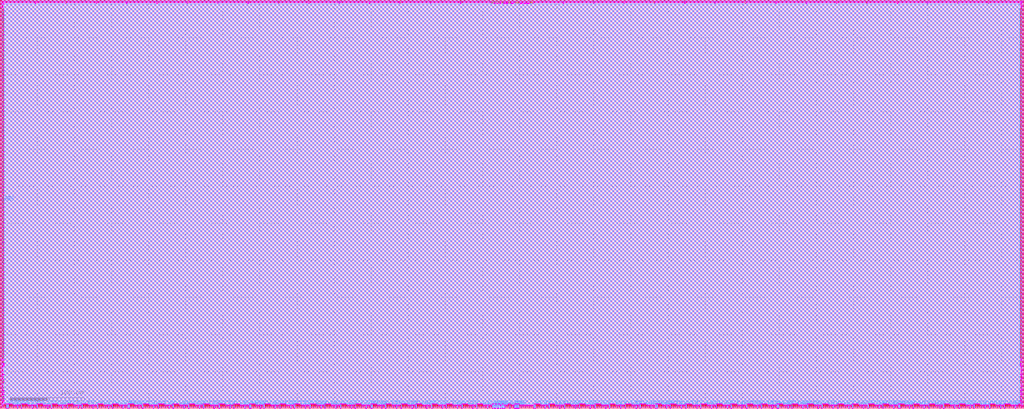
<source format=lef>
# ________________________________________________________________________________________________
# 
# 
#             Synchronous High-Density Single-Port SRAM Compiler
# 
#                 UMC 0.11um LL AE Logic Process
# 
# ________________________________________________________________________________________________
# 
#               
#         Copyright (C) 2024 Faraday Technology Corporation. All Rights Reserved.       
#                
#         This source code is an unpublished work belongs to Faraday Technology Corporation       
#         It is considered a trade secret and is not to be divulged or       
#         used by parties who have not received written authorization from       
#         Faraday Technology Corporation       
#                
#         Faraday's home page can be found at: http://www.faraday-tech.com/       
#                
# ________________________________________________________________________________________________
# 
#        IP Name            :  FSR0K_D_SH                
#        IP Version         :  1.3.0                     
#        IP Release Status  :  Active                    
#        Word               :  4096                      
#        Bit                :  8                         
#        Byte               :  8                         
#        Mux                :  1                         
#        Output Loading     :  0.01                      
#        Clock Input Slew   :  0.016                     
#        Data Input Slew    :  0.016                     
#        Ring Type          :  Ring Shape Model          
#        Ring Width         :  2                         
#        Bus Format         :  0                         
#        Memaker Path       :  /home/mem/Desktop/memlib  
#        GUI Version        :  m20230904                 
#        Date               :  2024/10/18 10:29:29       
# ________________________________________________________________________________________________
# 

VERSION 5.5 ;
NAMESCASESENSITIVE ON ;
MACRO SHKD110_4096X8X8BM1
CLASS BLOCK ;
FOREIGN SHKD110_4096X8X8BM1 0.000 0.000 ;
ORIGIN 0.000 0.000 ;
SIZE 1379.500 BY 551.210 ;
SYMMETRY x y r90 ;
SITE core ;
PIN DO63
  DIRECTION OUTPUT ;
 PORT
  LAYER ME4 ;
  RECT 1367.600 0.000 1368.400 1.000 ;
  LAYER ME3 ;
  RECT 1367.600 0.000 1368.400 1.000 ;
  LAYER ME2 ;
  RECT 1367.600 0.000 1368.400 1.000 ;
  LAYER ME1 ;
  RECT 1367.600 0.000 1368.400 1.000 ;
 END
 ANTENNAPARTIALMETALAREA                  4.152 LAYER ME2 ;
 ANTENNADIFFAREA                          5.472 LAYER ME2 ;
 ANTENNADIFFAREA                          5.472 LAYER ME3 ;
 ANTENNADIFFAREA                          5.472 LAYER ME4 ;
END DO63
PIN DI63
  DIRECTION INPUT ;
 PORT
  LAYER ME4 ;
  RECT 1352.800 0.000 1353.600 1.000 ;
  LAYER ME3 ;
  RECT 1352.800 0.000 1353.600 1.000 ;
  LAYER ME2 ;
  RECT 1352.800 0.000 1353.600 1.000 ;
  LAYER ME1 ;
  RECT 1352.800 0.000 1353.600 1.000 ;
 END
 ANTENNAPARTIALMETALAREA                  3.138 LAYER ME2 ;
 ANTENNAGATEAREA                          0.086 LAYER ME2 ;
 ANTENNAGATEAREA                          0.086 LAYER ME3 ;
 ANTENNAGATEAREA                          0.086 LAYER ME4 ;
 ANTENNADIFFAREA                          0.160 LAYER ME2 ;
 ANTENNADIFFAREA                          0.160 LAYER ME3 ;
 ANTENNADIFFAREA                          0.160 LAYER ME4 ;
 ANTENNAMAXAREACAR                       48.662 LAYER ME2 ;
 ANTENNAMAXAREACAR                       57.921 LAYER ME3 ;
 ANTENNAMAXAREACAR                       67.181 LAYER ME4 ;
END DI63
PIN DO62
  DIRECTION OUTPUT ;
 PORT
  LAYER ME4 ;
  RECT 1347.600 0.000 1348.400 1.000 ;
  LAYER ME3 ;
  RECT 1347.600 0.000 1348.400 1.000 ;
  LAYER ME2 ;
  RECT 1347.600 0.000 1348.400 1.000 ;
  LAYER ME1 ;
  RECT 1347.600 0.000 1348.400 1.000 ;
 END
 ANTENNAPARTIALMETALAREA                  4.160 LAYER ME2 ;
 ANTENNADIFFAREA                          5.472 LAYER ME2 ;
 ANTENNADIFFAREA                          5.472 LAYER ME3 ;
 ANTENNADIFFAREA                          5.472 LAYER ME4 ;
END DO62
PIN DI62
  DIRECTION INPUT ;
 PORT
  LAYER ME4 ;
  RECT 1333.200 0.000 1334.000 1.000 ;
  LAYER ME3 ;
  RECT 1333.200 0.000 1334.000 1.000 ;
  LAYER ME2 ;
  RECT 1333.200 0.000 1334.000 1.000 ;
  LAYER ME1 ;
  RECT 1333.200 0.000 1334.000 1.000 ;
 END
 ANTENNAPARTIALMETALAREA                  3.142 LAYER ME2 ;
 ANTENNAGATEAREA                          0.086 LAYER ME2 ;
 ANTENNAGATEAREA                          0.086 LAYER ME3 ;
 ANTENNAGATEAREA                          0.086 LAYER ME4 ;
 ANTENNADIFFAREA                          0.160 LAYER ME2 ;
 ANTENNADIFFAREA                          0.160 LAYER ME3 ;
 ANTENNADIFFAREA                          0.160 LAYER ME4 ;
 ANTENNAMAXAREACAR                       48.708 LAYER ME2 ;
 ANTENNAMAXAREACAR                       57.968 LAYER ME3 ;
 ANTENNAMAXAREACAR                       67.227 LAYER ME4 ;
END DI62
PIN DO61
  DIRECTION OUTPUT ;
 PORT
  LAYER ME4 ;
  RECT 1326.800 0.000 1327.600 1.000 ;
  LAYER ME3 ;
  RECT 1326.800 0.000 1327.600 1.000 ;
  LAYER ME2 ;
  RECT 1326.800 0.000 1327.600 1.000 ;
  LAYER ME1 ;
  RECT 1326.800 0.000 1327.600 1.000 ;
 END
 ANTENNAPARTIALMETALAREA                  4.176 LAYER ME2 ;
 ANTENNADIFFAREA                          5.472 LAYER ME2 ;
 ANTENNADIFFAREA                          5.472 LAYER ME3 ;
 ANTENNADIFFAREA                          5.472 LAYER ME4 ;
END DO61
PIN DI61
  DIRECTION INPUT ;
 PORT
  LAYER ME4 ;
  RECT 1312.000 0.000 1312.800 1.000 ;
  LAYER ME3 ;
  RECT 1312.000 0.000 1312.800 1.000 ;
  LAYER ME2 ;
  RECT 1312.000 0.000 1312.800 1.000 ;
  LAYER ME1 ;
  RECT 1312.000 0.000 1312.800 1.000 ;
 END
 ANTENNAPARTIALMETALAREA                  3.118 LAYER ME2 ;
 ANTENNAGATEAREA                          0.086 LAYER ME2 ;
 ANTENNAGATEAREA                          0.086 LAYER ME3 ;
 ANTENNAGATEAREA                          0.086 LAYER ME4 ;
 ANTENNADIFFAREA                          0.160 LAYER ME2 ;
 ANTENNADIFFAREA                          0.160 LAYER ME3 ;
 ANTENNADIFFAREA                          0.160 LAYER ME4 ;
 ANTENNAMAXAREACAR                       48.431 LAYER ME2 ;
 ANTENNAMAXAREACAR                       57.690 LAYER ME3 ;
 ANTENNAMAXAREACAR                       66.949 LAYER ME4 ;
END DI61
PIN DO60
  DIRECTION OUTPUT ;
 PORT
  LAYER ME4 ;
  RECT 1306.800 0.000 1307.600 1.000 ;
  LAYER ME3 ;
  RECT 1306.800 0.000 1307.600 1.000 ;
  LAYER ME2 ;
  RECT 1306.800 0.000 1307.600 1.000 ;
  LAYER ME1 ;
  RECT 1306.800 0.000 1307.600 1.000 ;
 END
 ANTENNAPARTIALMETALAREA                  4.144 LAYER ME2 ;
 ANTENNADIFFAREA                          5.472 LAYER ME2 ;
 ANTENNADIFFAREA                          5.472 LAYER ME3 ;
 ANTENNADIFFAREA                          5.472 LAYER ME4 ;
END DO60
PIN DI60
  DIRECTION INPUT ;
 PORT
  LAYER ME4 ;
  RECT 1292.000 0.000 1292.800 1.000 ;
  LAYER ME3 ;
  RECT 1292.000 0.000 1292.800 1.000 ;
  LAYER ME2 ;
  RECT 1292.000 0.000 1292.800 1.000 ;
  LAYER ME1 ;
  RECT 1292.000 0.000 1292.800 1.000 ;
 END
 ANTENNAPARTIALMETALAREA                  3.146 LAYER ME2 ;
 ANTENNAGATEAREA                          0.086 LAYER ME2 ;
 ANTENNAGATEAREA                          0.086 LAYER ME3 ;
 ANTENNAGATEAREA                          0.086 LAYER ME4 ;
 ANTENNADIFFAREA                          0.160 LAYER ME2 ;
 ANTENNADIFFAREA                          0.160 LAYER ME3 ;
 ANTENNADIFFAREA                          0.160 LAYER ME4 ;
 ANTENNAMAXAREACAR                       48.755 LAYER ME2 ;
 ANTENNAMAXAREACAR                       58.014 LAYER ME3 ;
 ANTENNAMAXAREACAR                       67.273 LAYER ME4 ;
END DI60
PIN DO59
  DIRECTION OUTPUT ;
 PORT
  LAYER ME4 ;
  RECT 1285.600 0.000 1286.400 1.000 ;
  LAYER ME3 ;
  RECT 1285.600 0.000 1286.400 1.000 ;
  LAYER ME2 ;
  RECT 1285.600 0.000 1286.400 1.000 ;
  LAYER ME1 ;
  RECT 1285.600 0.000 1286.400 1.000 ;
 END
 ANTENNAPARTIALMETALAREA                  4.160 LAYER ME2 ;
 ANTENNADIFFAREA                          5.472 LAYER ME2 ;
 ANTENNADIFFAREA                          5.472 LAYER ME3 ;
 ANTENNADIFFAREA                          5.472 LAYER ME4 ;
END DO59
PIN DI59
  DIRECTION INPUT ;
 PORT
  LAYER ME4 ;
  RECT 1271.200 0.000 1272.000 1.000 ;
  LAYER ME3 ;
  RECT 1271.200 0.000 1272.000 1.000 ;
  LAYER ME2 ;
  RECT 1271.200 0.000 1272.000 1.000 ;
  LAYER ME1 ;
  RECT 1271.200 0.000 1272.000 1.000 ;
 END
 ANTENNAPARTIALMETALAREA                  3.142 LAYER ME2 ;
 ANTENNAGATEAREA                          0.086 LAYER ME2 ;
 ANTENNAGATEAREA                          0.086 LAYER ME3 ;
 ANTENNAGATEAREA                          0.086 LAYER ME4 ;
 ANTENNADIFFAREA                          0.160 LAYER ME2 ;
 ANTENNADIFFAREA                          0.160 LAYER ME3 ;
 ANTENNADIFFAREA                          0.160 LAYER ME4 ;
 ANTENNAMAXAREACAR                       48.708 LAYER ME2 ;
 ANTENNAMAXAREACAR                       57.968 LAYER ME3 ;
 ANTENNAMAXAREACAR                       67.227 LAYER ME4 ;
END DI59
PIN DO58
  DIRECTION OUTPUT ;
 PORT
  LAYER ME4 ;
  RECT 1266.000 0.000 1266.800 1.000 ;
  LAYER ME3 ;
  RECT 1266.000 0.000 1266.800 1.000 ;
  LAYER ME2 ;
  RECT 1266.000 0.000 1266.800 1.000 ;
  LAYER ME1 ;
  RECT 1266.000 0.000 1266.800 1.000 ;
 END
 ANTENNAPARTIALMETALAREA                  4.168 LAYER ME2 ;
 ANTENNADIFFAREA                          5.472 LAYER ME2 ;
 ANTENNADIFFAREA                          5.472 LAYER ME3 ;
 ANTENNADIFFAREA                          5.472 LAYER ME4 ;
END DO58
PIN DI58
  DIRECTION INPUT ;
 PORT
  LAYER ME4 ;
  RECT 1251.200 0.000 1252.000 1.000 ;
  LAYER ME3 ;
  RECT 1251.200 0.000 1252.000 1.000 ;
  LAYER ME2 ;
  RECT 1251.200 0.000 1252.000 1.000 ;
  LAYER ME1 ;
  RECT 1251.200 0.000 1252.000 1.000 ;
 END
 ANTENNAPARTIALMETALAREA                  3.122 LAYER ME2 ;
 ANTENNAGATEAREA                          0.086 LAYER ME2 ;
 ANTENNAGATEAREA                          0.086 LAYER ME3 ;
 ANTENNAGATEAREA                          0.086 LAYER ME4 ;
 ANTENNADIFFAREA                          0.160 LAYER ME2 ;
 ANTENNADIFFAREA                          0.160 LAYER ME3 ;
 ANTENNADIFFAREA                          0.160 LAYER ME4 ;
 ANTENNAMAXAREACAR                       48.477 LAYER ME2 ;
 ANTENNAMAXAREACAR                       57.736 LAYER ME3 ;
 ANTENNAMAXAREACAR                       66.995 LAYER ME4 ;
END DI58
PIN DO57
  DIRECTION OUTPUT ;
 PORT
  LAYER ME4 ;
  RECT 1244.800 0.000 1245.600 1.000 ;
  LAYER ME3 ;
  RECT 1244.800 0.000 1245.600 1.000 ;
  LAYER ME2 ;
  RECT 1244.800 0.000 1245.600 1.000 ;
  LAYER ME1 ;
  RECT 1244.800 0.000 1245.600 1.000 ;
 END
 ANTENNAPARTIALMETALAREA                  4.144 LAYER ME2 ;
 ANTENNADIFFAREA                          5.472 LAYER ME2 ;
 ANTENNADIFFAREA                          5.472 LAYER ME3 ;
 ANTENNADIFFAREA                          5.472 LAYER ME4 ;
END DO57
PIN DI57
  DIRECTION INPUT ;
 PORT
  LAYER ME4 ;
  RECT 1230.000 0.000 1230.800 1.000 ;
  LAYER ME3 ;
  RECT 1230.000 0.000 1230.800 1.000 ;
  LAYER ME2 ;
  RECT 1230.000 0.000 1230.800 1.000 ;
  LAYER ME1 ;
  RECT 1230.000 0.000 1230.800 1.000 ;
 END
 ANTENNAPARTIALMETALAREA                  3.146 LAYER ME2 ;
 ANTENNAGATEAREA                          0.086 LAYER ME2 ;
 ANTENNAGATEAREA                          0.086 LAYER ME3 ;
 ANTENNAGATEAREA                          0.086 LAYER ME4 ;
 ANTENNADIFFAREA                          0.160 LAYER ME2 ;
 ANTENNADIFFAREA                          0.160 LAYER ME3 ;
 ANTENNADIFFAREA                          0.160 LAYER ME4 ;
 ANTENNAMAXAREACAR                       48.755 LAYER ME2 ;
 ANTENNAMAXAREACAR                       58.014 LAYER ME3 ;
 ANTENNAMAXAREACAR                       67.273 LAYER ME4 ;
END DI57
PIN DO56
  DIRECTION OUTPUT ;
 PORT
  LAYER ME4 ;
  RECT 1224.800 0.000 1225.600 1.000 ;
  LAYER ME3 ;
  RECT 1224.800 0.000 1225.600 1.000 ;
  LAYER ME2 ;
  RECT 1224.800 0.000 1225.600 1.000 ;
  LAYER ME1 ;
  RECT 1224.800 0.000 1225.600 1.000 ;
 END
 ANTENNAPARTIALMETALAREA                  4.168 LAYER ME2 ;
 ANTENNADIFFAREA                          5.472 LAYER ME2 ;
 ANTENNADIFFAREA                          5.472 LAYER ME3 ;
 ANTENNADIFFAREA                          5.472 LAYER ME4 ;
END DO56
PIN WEB7
  DIRECTION INPUT ;
 PORT
  LAYER ME4 ;
  RECT 1212.000 0.000 1212.800 1.000 ;
  LAYER ME3 ;
  RECT 1212.000 0.000 1212.800 1.000 ;
  LAYER ME2 ;
  RECT 1212.000 0.000 1212.800 1.000 ;
  LAYER ME1 ;
  RECT 1212.000 0.000 1212.800 1.000 ;
 END
 ANTENNAPARTIALMETALAREA                  2.836 LAYER ME2 ;
 ANTENNAGATEAREA                          0.072 LAYER ME2 ;
 ANTENNAGATEAREA                          0.072 LAYER ME3 ;
 ANTENNAGATEAREA                          0.072 LAYER ME4 ;
 ANTENNADIFFAREA                          0.160 LAYER ME2 ;
 ANTENNADIFFAREA                          0.160 LAYER ME3 ;
 ANTENNADIFFAREA                          0.160 LAYER ME4 ;
 ANTENNAMAXAREACAR                       54.400 LAYER ME2 ;
 ANTENNAMAXAREACAR                       65.511 LAYER ME3 ;
 ANTENNAMAXAREACAR                       76.622 LAYER ME4 ;
END WEB7
PIN DI56
  DIRECTION INPUT ;
 PORT
  LAYER ME4 ;
  RECT 1210.400 0.000 1211.200 1.000 ;
  LAYER ME3 ;
  RECT 1210.400 0.000 1211.200 1.000 ;
  LAYER ME2 ;
  RECT 1210.400 0.000 1211.200 1.000 ;
  LAYER ME1 ;
  RECT 1210.400 0.000 1211.200 1.000 ;
 END
 ANTENNAPARTIALMETALAREA                  3.134 LAYER ME2 ;
 ANTENNAGATEAREA                          0.086 LAYER ME2 ;
 ANTENNAGATEAREA                          0.086 LAYER ME3 ;
 ANTENNAGATEAREA                          0.086 LAYER ME4 ;
 ANTENNADIFFAREA                          0.160 LAYER ME2 ;
 ANTENNADIFFAREA                          0.160 LAYER ME3 ;
 ANTENNADIFFAREA                          0.160 LAYER ME4 ;
 ANTENNAMAXAREACAR                       48.616 LAYER ME2 ;
 ANTENNAMAXAREACAR                       57.875 LAYER ME3 ;
 ANTENNAMAXAREACAR                       67.134 LAYER ME4 ;
END DI56
PIN DO55
  DIRECTION OUTPUT ;
 PORT
  LAYER ME4 ;
  RECT 1204.000 0.000 1204.800 1.000 ;
  LAYER ME3 ;
  RECT 1204.000 0.000 1204.800 1.000 ;
  LAYER ME2 ;
  RECT 1204.000 0.000 1204.800 1.000 ;
  LAYER ME1 ;
  RECT 1204.000 0.000 1204.800 1.000 ;
 END
 ANTENNAPARTIALMETALAREA                  4.168 LAYER ME2 ;
 ANTENNADIFFAREA                          5.472 LAYER ME2 ;
 ANTENNADIFFAREA                          5.472 LAYER ME3 ;
 ANTENNADIFFAREA                          5.472 LAYER ME4 ;
END DO55
PIN DI55
  DIRECTION INPUT ;
 PORT
  LAYER ME4 ;
  RECT 1189.200 0.000 1190.000 1.000 ;
  LAYER ME3 ;
  RECT 1189.200 0.000 1190.000 1.000 ;
  LAYER ME2 ;
  RECT 1189.200 0.000 1190.000 1.000 ;
  LAYER ME1 ;
  RECT 1189.200 0.000 1190.000 1.000 ;
 END
 ANTENNAPARTIALMETALAREA                  3.122 LAYER ME2 ;
 ANTENNAGATEAREA                          0.086 LAYER ME2 ;
 ANTENNAGATEAREA                          0.086 LAYER ME3 ;
 ANTENNAGATEAREA                          0.086 LAYER ME4 ;
 ANTENNADIFFAREA                          0.160 LAYER ME2 ;
 ANTENNADIFFAREA                          0.160 LAYER ME3 ;
 ANTENNADIFFAREA                          0.160 LAYER ME4 ;
 ANTENNAMAXAREACAR                       48.477 LAYER ME2 ;
 ANTENNAMAXAREACAR                       57.736 LAYER ME3 ;
 ANTENNAMAXAREACAR                       66.995 LAYER ME4 ;
END DI55
PIN DO54
  DIRECTION OUTPUT ;
 PORT
  LAYER ME4 ;
  RECT 1184.000 0.000 1184.800 1.000 ;
  LAYER ME3 ;
  RECT 1184.000 0.000 1184.800 1.000 ;
  LAYER ME2 ;
  RECT 1184.000 0.000 1184.800 1.000 ;
  LAYER ME1 ;
  RECT 1184.000 0.000 1184.800 1.000 ;
 END
 ANTENNAPARTIALMETALAREA                  4.144 LAYER ME2 ;
 ANTENNADIFFAREA                          5.472 LAYER ME2 ;
 ANTENNADIFFAREA                          5.472 LAYER ME3 ;
 ANTENNADIFFAREA                          5.472 LAYER ME4 ;
END DO54
PIN DI54
  DIRECTION INPUT ;
 PORT
  LAYER ME4 ;
  RECT 1169.200 0.000 1170.000 1.000 ;
  LAYER ME3 ;
  RECT 1169.200 0.000 1170.000 1.000 ;
  LAYER ME2 ;
  RECT 1169.200 0.000 1170.000 1.000 ;
  LAYER ME1 ;
  RECT 1169.200 0.000 1170.000 1.000 ;
 END
 ANTENNAPARTIALMETALAREA                  3.154 LAYER ME2 ;
 ANTENNAGATEAREA                          0.086 LAYER ME2 ;
 ANTENNAGATEAREA                          0.086 LAYER ME3 ;
 ANTENNAGATEAREA                          0.086 LAYER ME4 ;
 ANTENNADIFFAREA                          0.160 LAYER ME2 ;
 ANTENNADIFFAREA                          0.160 LAYER ME3 ;
 ANTENNADIFFAREA                          0.160 LAYER ME4 ;
 ANTENNAMAXAREACAR                       48.847 LAYER ME2 ;
 ANTENNAMAXAREACAR                       58.106 LAYER ME3 ;
 ANTENNAMAXAREACAR                       67.366 LAYER ME4 ;
END DI54
PIN DO53
  DIRECTION OUTPUT ;
 PORT
  LAYER ME4 ;
  RECT 1162.800 0.000 1163.600 1.000 ;
  LAYER ME3 ;
  RECT 1162.800 0.000 1163.600 1.000 ;
  LAYER ME2 ;
  RECT 1162.800 0.000 1163.600 1.000 ;
  LAYER ME1 ;
  RECT 1162.800 0.000 1163.600 1.000 ;
 END
 ANTENNAPARTIALMETALAREA                  4.168 LAYER ME2 ;
 ANTENNADIFFAREA                          5.472 LAYER ME2 ;
 ANTENNADIFFAREA                          5.472 LAYER ME3 ;
 ANTENNADIFFAREA                          5.472 LAYER ME4 ;
END DO53
PIN DI53
  DIRECTION INPUT ;
 PORT
  LAYER ME4 ;
  RECT 1148.400 0.000 1149.200 1.000 ;
  LAYER ME3 ;
  RECT 1148.400 0.000 1149.200 1.000 ;
  LAYER ME2 ;
  RECT 1148.400 0.000 1149.200 1.000 ;
  LAYER ME1 ;
  RECT 1148.400 0.000 1149.200 1.000 ;
 END
 ANTENNAPARTIALMETALAREA                  3.134 LAYER ME2 ;
 ANTENNAGATEAREA                          0.086 LAYER ME2 ;
 ANTENNAGATEAREA                          0.086 LAYER ME3 ;
 ANTENNAGATEAREA                          0.086 LAYER ME4 ;
 ANTENNADIFFAREA                          0.160 LAYER ME2 ;
 ANTENNADIFFAREA                          0.160 LAYER ME3 ;
 ANTENNADIFFAREA                          0.160 LAYER ME4 ;
 ANTENNAMAXAREACAR                       48.616 LAYER ME2 ;
 ANTENNAMAXAREACAR                       57.875 LAYER ME3 ;
 ANTENNAMAXAREACAR                       67.134 LAYER ME4 ;
END DI53
PIN DO52
  DIRECTION OUTPUT ;
 PORT
  LAYER ME4 ;
  RECT 1143.200 0.000 1144.000 1.000 ;
  LAYER ME3 ;
  RECT 1143.200 0.000 1144.000 1.000 ;
  LAYER ME2 ;
  RECT 1143.200 0.000 1144.000 1.000 ;
  LAYER ME1 ;
  RECT 1143.200 0.000 1144.000 1.000 ;
 END
 ANTENNAPARTIALMETALAREA                  4.160 LAYER ME2 ;
 ANTENNADIFFAREA                          5.472 LAYER ME2 ;
 ANTENNADIFFAREA                          5.472 LAYER ME3 ;
 ANTENNADIFFAREA                          5.472 LAYER ME4 ;
END DO52
PIN DI52
  DIRECTION INPUT ;
 PORT
  LAYER ME4 ;
  RECT 1128.400 0.000 1129.200 1.000 ;
  LAYER ME3 ;
  RECT 1128.400 0.000 1129.200 1.000 ;
  LAYER ME2 ;
  RECT 1128.400 0.000 1129.200 1.000 ;
  LAYER ME1 ;
  RECT 1128.400 0.000 1129.200 1.000 ;
 END
 ANTENNAPARTIALMETALAREA                  3.130 LAYER ME2 ;
 ANTENNAGATEAREA                          0.086 LAYER ME2 ;
 ANTENNAGATEAREA                          0.086 LAYER ME3 ;
 ANTENNAGATEAREA                          0.086 LAYER ME4 ;
 ANTENNADIFFAREA                          0.160 LAYER ME2 ;
 ANTENNADIFFAREA                          0.160 LAYER ME3 ;
 ANTENNADIFFAREA                          0.160 LAYER ME4 ;
 ANTENNAMAXAREACAR                       48.569 LAYER ME2 ;
 ANTENNAMAXAREACAR                       57.829 LAYER ME3 ;
 ANTENNAMAXAREACAR                       67.088 LAYER ME4 ;
END DI52
PIN DO51
  DIRECTION OUTPUT ;
 PORT
  LAYER ME4 ;
  RECT 1122.000 0.000 1122.800 1.000 ;
  LAYER ME3 ;
  RECT 1122.000 0.000 1122.800 1.000 ;
  LAYER ME2 ;
  RECT 1122.000 0.000 1122.800 1.000 ;
  LAYER ME1 ;
  RECT 1122.000 0.000 1122.800 1.000 ;
 END
 ANTENNAPARTIALMETALAREA                  4.144 LAYER ME2 ;
 ANTENNADIFFAREA                          5.472 LAYER ME2 ;
 ANTENNADIFFAREA                          5.472 LAYER ME3 ;
 ANTENNADIFFAREA                          5.472 LAYER ME4 ;
END DO51
PIN DI51
  DIRECTION INPUT ;
 PORT
  LAYER ME4 ;
  RECT 1107.200 0.000 1108.000 1.000 ;
  LAYER ME3 ;
  RECT 1107.200 0.000 1108.000 1.000 ;
  LAYER ME2 ;
  RECT 1107.200 0.000 1108.000 1.000 ;
  LAYER ME1 ;
  RECT 1107.200 0.000 1108.000 1.000 ;
 END
 ANTENNAPARTIALMETALAREA                  3.154 LAYER ME2 ;
 ANTENNAGATEAREA                          0.086 LAYER ME2 ;
 ANTENNAGATEAREA                          0.086 LAYER ME3 ;
 ANTENNAGATEAREA                          0.086 LAYER ME4 ;
 ANTENNADIFFAREA                          0.160 LAYER ME2 ;
 ANTENNADIFFAREA                          0.160 LAYER ME3 ;
 ANTENNADIFFAREA                          0.160 LAYER ME4 ;
 ANTENNAMAXAREACAR                       48.847 LAYER ME2 ;
 ANTENNAMAXAREACAR                       58.106 LAYER ME3 ;
 ANTENNAMAXAREACAR                       67.366 LAYER ME4 ;
END DI51
PIN DO50
  DIRECTION OUTPUT ;
 PORT
  LAYER ME4 ;
  RECT 1102.000 0.000 1102.800 1.000 ;
  LAYER ME3 ;
  RECT 1102.000 0.000 1102.800 1.000 ;
  LAYER ME2 ;
  RECT 1102.000 0.000 1102.800 1.000 ;
  LAYER ME1 ;
  RECT 1102.000 0.000 1102.800 1.000 ;
 END
 ANTENNAPARTIALMETALAREA                  4.176 LAYER ME2 ;
 ANTENNADIFFAREA                          5.472 LAYER ME2 ;
 ANTENNADIFFAREA                          5.472 LAYER ME3 ;
 ANTENNADIFFAREA                          5.472 LAYER ME4 ;
END DO50
PIN DI50
  DIRECTION INPUT ;
 PORT
  LAYER ME4 ;
  RECT 1087.600 0.000 1088.400 1.000 ;
  LAYER ME3 ;
  RECT 1087.600 0.000 1088.400 1.000 ;
  LAYER ME2 ;
  RECT 1087.600 0.000 1088.400 1.000 ;
  LAYER ME1 ;
  RECT 1087.600 0.000 1088.400 1.000 ;
 END
 ANTENNAPARTIALMETALAREA                  3.126 LAYER ME2 ;
 ANTENNAGATEAREA                          0.086 LAYER ME2 ;
 ANTENNAGATEAREA                          0.086 LAYER ME3 ;
 ANTENNAGATEAREA                          0.086 LAYER ME4 ;
 ANTENNADIFFAREA                          0.160 LAYER ME2 ;
 ANTENNADIFFAREA                          0.160 LAYER ME3 ;
 ANTENNADIFFAREA                          0.160 LAYER ME4 ;
 ANTENNAMAXAREACAR                       48.523 LAYER ME2 ;
 ANTENNAMAXAREACAR                       57.782 LAYER ME3 ;
 ANTENNAMAXAREACAR                       67.042 LAYER ME4 ;
END DI50
PIN DO49
  DIRECTION OUTPUT ;
 PORT
  LAYER ME4 ;
  RECT 1081.200 0.000 1082.000 1.000 ;
  LAYER ME3 ;
  RECT 1081.200 0.000 1082.000 1.000 ;
  LAYER ME2 ;
  RECT 1081.200 0.000 1082.000 1.000 ;
  LAYER ME1 ;
  RECT 1081.200 0.000 1082.000 1.000 ;
 END
 ANTENNAPARTIALMETALAREA                  4.160 LAYER ME2 ;
 ANTENNADIFFAREA                          5.472 LAYER ME2 ;
 ANTENNADIFFAREA                          5.472 LAYER ME3 ;
 ANTENNADIFFAREA                          5.472 LAYER ME4 ;
END DO49
PIN DI49
  DIRECTION INPUT ;
 PORT
  LAYER ME4 ;
  RECT 1066.400 0.000 1067.200 1.000 ;
  LAYER ME3 ;
  RECT 1066.400 0.000 1067.200 1.000 ;
  LAYER ME2 ;
  RECT 1066.400 0.000 1067.200 1.000 ;
  LAYER ME1 ;
  RECT 1066.400 0.000 1067.200 1.000 ;
 END
 ANTENNAPARTIALMETALAREA                  3.130 LAYER ME2 ;
 ANTENNAGATEAREA                          0.086 LAYER ME2 ;
 ANTENNAGATEAREA                          0.086 LAYER ME3 ;
 ANTENNAGATEAREA                          0.086 LAYER ME4 ;
 ANTENNADIFFAREA                          0.160 LAYER ME2 ;
 ANTENNADIFFAREA                          0.160 LAYER ME3 ;
 ANTENNADIFFAREA                          0.160 LAYER ME4 ;
 ANTENNAMAXAREACAR                       48.569 LAYER ME2 ;
 ANTENNAMAXAREACAR                       57.829 LAYER ME3 ;
 ANTENNAMAXAREACAR                       67.088 LAYER ME4 ;
END DI49
PIN DO48
  DIRECTION OUTPUT ;
 PORT
  LAYER ME4 ;
  RECT 1061.200 0.000 1062.000 1.000 ;
  LAYER ME3 ;
  RECT 1061.200 0.000 1062.000 1.000 ;
  LAYER ME2 ;
  RECT 1061.200 0.000 1062.000 1.000 ;
  LAYER ME1 ;
  RECT 1061.200 0.000 1062.000 1.000 ;
 END
 ANTENNAPARTIALMETALAREA                  4.152 LAYER ME2 ;
 ANTENNADIFFAREA                          5.472 LAYER ME2 ;
 ANTENNADIFFAREA                          5.472 LAYER ME3 ;
 ANTENNADIFFAREA                          5.472 LAYER ME4 ;
END DO48
PIN WEB6
  DIRECTION INPUT ;
 PORT
  LAYER ME4 ;
  RECT 1048.400 0.000 1049.200 1.000 ;
  LAYER ME3 ;
  RECT 1048.400 0.000 1049.200 1.000 ;
  LAYER ME2 ;
  RECT 1048.400 0.000 1049.200 1.000 ;
  LAYER ME1 ;
  RECT 1048.400 0.000 1049.200 1.000 ;
 END
 ANTENNAPARTIALMETALAREA                  2.840 LAYER ME2 ;
 ANTENNAGATEAREA                          0.072 LAYER ME2 ;
 ANTENNAGATEAREA                          0.072 LAYER ME3 ;
 ANTENNAGATEAREA                          0.072 LAYER ME4 ;
 ANTENNADIFFAREA                          0.160 LAYER ME2 ;
 ANTENNADIFFAREA                          0.160 LAYER ME3 ;
 ANTENNADIFFAREA                          0.160 LAYER ME4 ;
 ANTENNAMAXAREACAR                       54.456 LAYER ME2 ;
 ANTENNAMAXAREACAR                       65.567 LAYER ME3 ;
 ANTENNAMAXAREACAR                       76.678 LAYER ME4 ;
END WEB6
PIN DI48
  DIRECTION INPUT ;
 PORT
  LAYER ME4 ;
  RECT 1046.800 0.000 1047.600 1.000 ;
  LAYER ME3 ;
  RECT 1046.800 0.000 1047.600 1.000 ;
  LAYER ME2 ;
  RECT 1046.800 0.000 1047.600 1.000 ;
  LAYER ME1 ;
  RECT 1046.800 0.000 1047.600 1.000 ;
 END
 ANTENNAPARTIALMETALAREA                  3.150 LAYER ME2 ;
 ANTENNAGATEAREA                          0.086 LAYER ME2 ;
 ANTENNAGATEAREA                          0.086 LAYER ME3 ;
 ANTENNAGATEAREA                          0.086 LAYER ME4 ;
 ANTENNADIFFAREA                          0.160 LAYER ME2 ;
 ANTENNADIFFAREA                          0.160 LAYER ME3 ;
 ANTENNADIFFAREA                          0.160 LAYER ME4 ;
 ANTENNAMAXAREACAR                       48.801 LAYER ME2 ;
 ANTENNAMAXAREACAR                       58.060 LAYER ME3 ;
 ANTENNAMAXAREACAR                       67.319 LAYER ME4 ;
END DI48
PIN DO47
  DIRECTION OUTPUT ;
 PORT
  LAYER ME4 ;
  RECT 1040.000 0.000 1040.800 1.000 ;
  LAYER ME3 ;
  RECT 1040.000 0.000 1040.800 1.000 ;
  LAYER ME2 ;
  RECT 1040.000 0.000 1040.800 1.000 ;
  LAYER ME1 ;
  RECT 1040.000 0.000 1040.800 1.000 ;
 END
 ANTENNAPARTIALMETALAREA                  4.176 LAYER ME2 ;
 ANTENNADIFFAREA                          5.472 LAYER ME2 ;
 ANTENNADIFFAREA                          5.472 LAYER ME3 ;
 ANTENNADIFFAREA                          5.472 LAYER ME4 ;
END DO47
PIN DI47
  DIRECTION INPUT ;
 PORT
  LAYER ME4 ;
  RECT 1025.600 0.000 1026.400 1.000 ;
  LAYER ME3 ;
  RECT 1025.600 0.000 1026.400 1.000 ;
  LAYER ME2 ;
  RECT 1025.600 0.000 1026.400 1.000 ;
  LAYER ME1 ;
  RECT 1025.600 0.000 1026.400 1.000 ;
 END
 ANTENNAPARTIALMETALAREA                  3.126 LAYER ME2 ;
 ANTENNAGATEAREA                          0.086 LAYER ME2 ;
 ANTENNAGATEAREA                          0.086 LAYER ME3 ;
 ANTENNAGATEAREA                          0.086 LAYER ME4 ;
 ANTENNADIFFAREA                          0.160 LAYER ME2 ;
 ANTENNADIFFAREA                          0.160 LAYER ME3 ;
 ANTENNADIFFAREA                          0.160 LAYER ME4 ;
 ANTENNAMAXAREACAR                       48.523 LAYER ME2 ;
 ANTENNAMAXAREACAR                       57.782 LAYER ME3 ;
 ANTENNAMAXAREACAR                       67.042 LAYER ME4 ;
END DI47
PIN DO46
  DIRECTION OUTPUT ;
 PORT
  LAYER ME4 ;
  RECT 1020.400 0.000 1021.200 1.000 ;
  LAYER ME3 ;
  RECT 1020.400 0.000 1021.200 1.000 ;
  LAYER ME2 ;
  RECT 1020.400 0.000 1021.200 1.000 ;
  LAYER ME1 ;
  RECT 1020.400 0.000 1021.200 1.000 ;
 END
 ANTENNAPARTIALMETALAREA                  4.152 LAYER ME2 ;
 ANTENNADIFFAREA                          5.472 LAYER ME2 ;
 ANTENNADIFFAREA                          5.472 LAYER ME3 ;
 ANTENNADIFFAREA                          5.472 LAYER ME4 ;
END DO46
PIN DI46
  DIRECTION INPUT ;
 PORT
  LAYER ME4 ;
  RECT 1005.600 0.000 1006.400 1.000 ;
  LAYER ME3 ;
  RECT 1005.600 0.000 1006.400 1.000 ;
  LAYER ME2 ;
  RECT 1005.600 0.000 1006.400 1.000 ;
  LAYER ME1 ;
  RECT 1005.600 0.000 1006.400 1.000 ;
 END
 ANTENNAPARTIALMETALAREA                  3.138 LAYER ME2 ;
 ANTENNAGATEAREA                          0.086 LAYER ME2 ;
 ANTENNAGATEAREA                          0.086 LAYER ME3 ;
 ANTENNAGATEAREA                          0.086 LAYER ME4 ;
 ANTENNADIFFAREA                          0.160 LAYER ME2 ;
 ANTENNADIFFAREA                          0.160 LAYER ME3 ;
 ANTENNADIFFAREA                          0.160 LAYER ME4 ;
 ANTENNAMAXAREACAR                       48.662 LAYER ME2 ;
 ANTENNAMAXAREACAR                       57.921 LAYER ME3 ;
 ANTENNAMAXAREACAR                       67.181 LAYER ME4 ;
END DI46
PIN DO45
  DIRECTION OUTPUT ;
 PORT
  LAYER ME4 ;
  RECT 999.200 0.000 1000.000 1.000 ;
  LAYER ME3 ;
  RECT 999.200 0.000 1000.000 1.000 ;
  LAYER ME2 ;
  RECT 999.200 0.000 1000.000 1.000 ;
  LAYER ME1 ;
  RECT 999.200 0.000 1000.000 1.000 ;
 END
 ANTENNAPARTIALMETALAREA                  4.152 LAYER ME2 ;
 ANTENNADIFFAREA                          5.472 LAYER ME2 ;
 ANTENNADIFFAREA                          5.472 LAYER ME3 ;
 ANTENNADIFFAREA                          5.472 LAYER ME4 ;
END DO45
PIN DI45
  DIRECTION INPUT ;
 PORT
  LAYER ME4 ;
  RECT 984.800 0.000 985.600 1.000 ;
  LAYER ME3 ;
  RECT 984.800 0.000 985.600 1.000 ;
  LAYER ME2 ;
  RECT 984.800 0.000 985.600 1.000 ;
  LAYER ME1 ;
  RECT 984.800 0.000 985.600 1.000 ;
 END
 ANTENNAPARTIALMETALAREA                  3.150 LAYER ME2 ;
 ANTENNAGATEAREA                          0.086 LAYER ME2 ;
 ANTENNAGATEAREA                          0.086 LAYER ME3 ;
 ANTENNAGATEAREA                          0.086 LAYER ME4 ;
 ANTENNADIFFAREA                          0.160 LAYER ME2 ;
 ANTENNADIFFAREA                          0.160 LAYER ME3 ;
 ANTENNADIFFAREA                          0.160 LAYER ME4 ;
 ANTENNAMAXAREACAR                       48.801 LAYER ME2 ;
 ANTENNAMAXAREACAR                       58.060 LAYER ME3 ;
 ANTENNAMAXAREACAR                       67.319 LAYER ME4 ;
END DI45
PIN DO44
  DIRECTION OUTPUT ;
 PORT
  LAYER ME4 ;
  RECT 979.600 0.000 980.400 1.000 ;
  LAYER ME3 ;
  RECT 979.600 0.000 980.400 1.000 ;
  LAYER ME2 ;
  RECT 979.600 0.000 980.400 1.000 ;
  LAYER ME1 ;
  RECT 979.600 0.000 980.400 1.000 ;
 END
 ANTENNAPARTIALMETALAREA                  4.176 LAYER ME2 ;
 ANTENNADIFFAREA                          5.472 LAYER ME2 ;
 ANTENNADIFFAREA                          5.472 LAYER ME3 ;
 ANTENNADIFFAREA                          5.472 LAYER ME4 ;
END DO44
PIN DI44
  DIRECTION INPUT ;
 PORT
  LAYER ME4 ;
  RECT 964.800 0.000 965.600 1.000 ;
  LAYER ME3 ;
  RECT 964.800 0.000 965.600 1.000 ;
  LAYER ME2 ;
  RECT 964.800 0.000 965.600 1.000 ;
  LAYER ME1 ;
  RECT 964.800 0.000 965.600 1.000 ;
 END
 ANTENNAPARTIALMETALAREA                  3.118 LAYER ME2 ;
 ANTENNAGATEAREA                          0.086 LAYER ME2 ;
 ANTENNAGATEAREA                          0.086 LAYER ME3 ;
 ANTENNAGATEAREA                          0.086 LAYER ME4 ;
 ANTENNADIFFAREA                          0.160 LAYER ME2 ;
 ANTENNADIFFAREA                          0.160 LAYER ME3 ;
 ANTENNADIFFAREA                          0.160 LAYER ME4 ;
 ANTENNAMAXAREACAR                       48.431 LAYER ME2 ;
 ANTENNAMAXAREACAR                       57.690 LAYER ME3 ;
 ANTENNAMAXAREACAR                       66.949 LAYER ME4 ;
END DI44
PIN DO43
  DIRECTION OUTPUT ;
 PORT
  LAYER ME4 ;
  RECT 958.400 0.000 959.200 1.000 ;
  LAYER ME3 ;
  RECT 958.400 0.000 959.200 1.000 ;
  LAYER ME2 ;
  RECT 958.400 0.000 959.200 1.000 ;
  LAYER ME1 ;
  RECT 958.400 0.000 959.200 1.000 ;
 END
 ANTENNAPARTIALMETALAREA                  4.152 LAYER ME2 ;
 ANTENNADIFFAREA                          5.472 LAYER ME2 ;
 ANTENNADIFFAREA                          5.472 LAYER ME3 ;
 ANTENNADIFFAREA                          5.472 LAYER ME4 ;
END DO43
PIN DI43
  DIRECTION INPUT ;
 PORT
  LAYER ME4 ;
  RECT 943.600 0.000 944.400 1.000 ;
  LAYER ME3 ;
  RECT 943.600 0.000 944.400 1.000 ;
  LAYER ME2 ;
  RECT 943.600 0.000 944.400 1.000 ;
  LAYER ME1 ;
  RECT 943.600 0.000 944.400 1.000 ;
 END
 ANTENNAPARTIALMETALAREA                  3.138 LAYER ME2 ;
 ANTENNAGATEAREA                          0.086 LAYER ME2 ;
 ANTENNAGATEAREA                          0.086 LAYER ME3 ;
 ANTENNAGATEAREA                          0.086 LAYER ME4 ;
 ANTENNADIFFAREA                          0.160 LAYER ME2 ;
 ANTENNADIFFAREA                          0.160 LAYER ME3 ;
 ANTENNADIFFAREA                          0.160 LAYER ME4 ;
 ANTENNAMAXAREACAR                       48.662 LAYER ME2 ;
 ANTENNAMAXAREACAR                       57.921 LAYER ME3 ;
 ANTENNAMAXAREACAR                       67.181 LAYER ME4 ;
END DI43
PIN DO42
  DIRECTION OUTPUT ;
 PORT
  LAYER ME4 ;
  RECT 938.400 0.000 939.200 1.000 ;
  LAYER ME3 ;
  RECT 938.400 0.000 939.200 1.000 ;
  LAYER ME2 ;
  RECT 938.400 0.000 939.200 1.000 ;
  LAYER ME1 ;
  RECT 938.400 0.000 939.200 1.000 ;
 END
 ANTENNAPARTIALMETALAREA                  4.160 LAYER ME2 ;
 ANTENNADIFFAREA                          5.472 LAYER ME2 ;
 ANTENNADIFFAREA                          5.472 LAYER ME3 ;
 ANTENNADIFFAREA                          5.472 LAYER ME4 ;
END DO42
PIN DI42
  DIRECTION INPUT ;
 PORT
  LAYER ME4 ;
  RECT 924.000 0.000 924.800 1.000 ;
  LAYER ME3 ;
  RECT 924.000 0.000 924.800 1.000 ;
  LAYER ME2 ;
  RECT 924.000 0.000 924.800 1.000 ;
  LAYER ME1 ;
  RECT 924.000 0.000 924.800 1.000 ;
 END
 ANTENNAPARTIALMETALAREA                  3.142 LAYER ME2 ;
 ANTENNAGATEAREA                          0.086 LAYER ME2 ;
 ANTENNAGATEAREA                          0.086 LAYER ME3 ;
 ANTENNAGATEAREA                          0.086 LAYER ME4 ;
 ANTENNADIFFAREA                          0.160 LAYER ME2 ;
 ANTENNADIFFAREA                          0.160 LAYER ME3 ;
 ANTENNADIFFAREA                          0.160 LAYER ME4 ;
 ANTENNAMAXAREACAR                       48.708 LAYER ME2 ;
 ANTENNAMAXAREACAR                       57.968 LAYER ME3 ;
 ANTENNAMAXAREACAR                       67.227 LAYER ME4 ;
END DI42
PIN DO41
  DIRECTION OUTPUT ;
 PORT
  LAYER ME4 ;
  RECT 917.600 0.000 918.400 1.000 ;
  LAYER ME3 ;
  RECT 917.600 0.000 918.400 1.000 ;
  LAYER ME2 ;
  RECT 917.600 0.000 918.400 1.000 ;
  LAYER ME1 ;
  RECT 917.600 0.000 918.400 1.000 ;
 END
 ANTENNAPARTIALMETALAREA                  4.176 LAYER ME2 ;
 ANTENNADIFFAREA                          5.472 LAYER ME2 ;
 ANTENNADIFFAREA                          5.472 LAYER ME3 ;
 ANTENNADIFFAREA                          5.472 LAYER ME4 ;
END DO41
PIN DI41
  DIRECTION INPUT ;
 PORT
  LAYER ME4 ;
  RECT 902.800 0.000 903.600 1.000 ;
  LAYER ME3 ;
  RECT 902.800 0.000 903.600 1.000 ;
  LAYER ME2 ;
  RECT 902.800 0.000 903.600 1.000 ;
  LAYER ME1 ;
  RECT 902.800 0.000 903.600 1.000 ;
 END
 ANTENNAPARTIALMETALAREA                  3.118 LAYER ME2 ;
 ANTENNAGATEAREA                          0.086 LAYER ME2 ;
 ANTENNAGATEAREA                          0.086 LAYER ME3 ;
 ANTENNAGATEAREA                          0.086 LAYER ME4 ;
 ANTENNADIFFAREA                          0.160 LAYER ME2 ;
 ANTENNADIFFAREA                          0.160 LAYER ME3 ;
 ANTENNADIFFAREA                          0.160 LAYER ME4 ;
 ANTENNAMAXAREACAR                       48.431 LAYER ME2 ;
 ANTENNAMAXAREACAR                       57.690 LAYER ME3 ;
 ANTENNAMAXAREACAR                       66.949 LAYER ME4 ;
END DI41
PIN DO40
  DIRECTION OUTPUT ;
 PORT
  LAYER ME4 ;
  RECT 897.600 0.000 898.400 1.000 ;
  LAYER ME3 ;
  RECT 897.600 0.000 898.400 1.000 ;
  LAYER ME2 ;
  RECT 897.600 0.000 898.400 1.000 ;
  LAYER ME1 ;
  RECT 897.600 0.000 898.400 1.000 ;
 END
 ANTENNAPARTIALMETALAREA                  4.144 LAYER ME2 ;
 ANTENNADIFFAREA                          5.472 LAYER ME2 ;
 ANTENNADIFFAREA                          5.472 LAYER ME3 ;
 ANTENNADIFFAREA                          5.472 LAYER ME4 ;
END DO40
PIN WEB5
  DIRECTION INPUT ;
 PORT
  LAYER ME4 ;
  RECT 884.800 0.000 885.600 1.000 ;
  LAYER ME3 ;
  RECT 884.800 0.000 885.600 1.000 ;
  LAYER ME2 ;
  RECT 884.800 0.000 885.600 1.000 ;
  LAYER ME1 ;
  RECT 884.800 0.000 885.600 1.000 ;
 END
 ANTENNAPARTIALMETALAREA                  2.856 LAYER ME2 ;
 ANTENNAGATEAREA                          0.072 LAYER ME2 ;
 ANTENNAGATEAREA                          0.072 LAYER ME3 ;
 ANTENNAGATEAREA                          0.072 LAYER ME4 ;
 ANTENNADIFFAREA                          0.160 LAYER ME2 ;
 ANTENNADIFFAREA                          0.160 LAYER ME3 ;
 ANTENNADIFFAREA                          0.160 LAYER ME4 ;
 ANTENNAMAXAREACAR                       54.678 LAYER ME2 ;
 ANTENNAMAXAREACAR                       65.789 LAYER ME3 ;
 ANTENNAMAXAREACAR                       76.900 LAYER ME4 ;
END WEB5
PIN DI40
  DIRECTION INPUT ;
 PORT
  LAYER ME4 ;
  RECT 882.800 0.000 883.600 1.000 ;
  LAYER ME3 ;
  RECT 882.800 0.000 883.600 1.000 ;
  LAYER ME2 ;
  RECT 882.800 0.000 883.600 1.000 ;
  LAYER ME1 ;
  RECT 882.800 0.000 883.600 1.000 ;
 END
 ANTENNAPARTIALMETALAREA                  3.146 LAYER ME2 ;
 ANTENNAGATEAREA                          0.086 LAYER ME2 ;
 ANTENNAGATEAREA                          0.086 LAYER ME3 ;
 ANTENNAGATEAREA                          0.086 LAYER ME4 ;
 ANTENNADIFFAREA                          0.160 LAYER ME2 ;
 ANTENNADIFFAREA                          0.160 LAYER ME3 ;
 ANTENNADIFFAREA                          0.160 LAYER ME4 ;
 ANTENNAMAXAREACAR                       48.755 LAYER ME2 ;
 ANTENNAMAXAREACAR                       58.014 LAYER ME3 ;
 ANTENNAMAXAREACAR                       67.273 LAYER ME4 ;
END DI40
PIN DO39
  DIRECTION OUTPUT ;
 PORT
  LAYER ME4 ;
  RECT 876.400 0.000 877.200 1.000 ;
  LAYER ME3 ;
  RECT 876.400 0.000 877.200 1.000 ;
  LAYER ME2 ;
  RECT 876.400 0.000 877.200 1.000 ;
  LAYER ME1 ;
  RECT 876.400 0.000 877.200 1.000 ;
 END
 ANTENNAPARTIALMETALAREA                  4.160 LAYER ME2 ;
 ANTENNADIFFAREA                          5.472 LAYER ME2 ;
 ANTENNADIFFAREA                          5.472 LAYER ME3 ;
 ANTENNADIFFAREA                          5.472 LAYER ME4 ;
END DO39
PIN DI39
  DIRECTION INPUT ;
 PORT
  LAYER ME4 ;
  RECT 862.000 0.000 862.800 1.000 ;
  LAYER ME3 ;
  RECT 862.000 0.000 862.800 1.000 ;
  LAYER ME2 ;
  RECT 862.000 0.000 862.800 1.000 ;
  LAYER ME1 ;
  RECT 862.000 0.000 862.800 1.000 ;
 END
 ANTENNAPARTIALMETALAREA                  3.142 LAYER ME2 ;
 ANTENNAGATEAREA                          0.086 LAYER ME2 ;
 ANTENNAGATEAREA                          0.086 LAYER ME3 ;
 ANTENNAGATEAREA                          0.086 LAYER ME4 ;
 ANTENNADIFFAREA                          0.160 LAYER ME2 ;
 ANTENNADIFFAREA                          0.160 LAYER ME3 ;
 ANTENNADIFFAREA                          0.160 LAYER ME4 ;
 ANTENNAMAXAREACAR                       48.708 LAYER ME2 ;
 ANTENNAMAXAREACAR                       57.968 LAYER ME3 ;
 ANTENNAMAXAREACAR                       67.227 LAYER ME4 ;
END DI39
PIN DO38
  DIRECTION OUTPUT ;
 PORT
  LAYER ME4 ;
  RECT 856.800 0.000 857.600 1.000 ;
  LAYER ME3 ;
  RECT 856.800 0.000 857.600 1.000 ;
  LAYER ME2 ;
  RECT 856.800 0.000 857.600 1.000 ;
  LAYER ME1 ;
  RECT 856.800 0.000 857.600 1.000 ;
 END
 ANTENNAPARTIALMETALAREA                  4.168 LAYER ME2 ;
 ANTENNADIFFAREA                          5.472 LAYER ME2 ;
 ANTENNADIFFAREA                          5.472 LAYER ME3 ;
 ANTENNADIFFAREA                          5.472 LAYER ME4 ;
END DO38
PIN DI38
  DIRECTION INPUT ;
 PORT
  LAYER ME4 ;
  RECT 842.000 0.000 842.800 1.000 ;
  LAYER ME3 ;
  RECT 842.000 0.000 842.800 1.000 ;
  LAYER ME2 ;
  RECT 842.000 0.000 842.800 1.000 ;
  LAYER ME1 ;
  RECT 842.000 0.000 842.800 1.000 ;
 END
 ANTENNAPARTIALMETALAREA                  3.122 LAYER ME2 ;
 ANTENNAGATEAREA                          0.086 LAYER ME2 ;
 ANTENNAGATEAREA                          0.086 LAYER ME3 ;
 ANTENNAGATEAREA                          0.086 LAYER ME4 ;
 ANTENNADIFFAREA                          0.160 LAYER ME2 ;
 ANTENNADIFFAREA                          0.160 LAYER ME3 ;
 ANTENNADIFFAREA                          0.160 LAYER ME4 ;
 ANTENNAMAXAREACAR                       48.477 LAYER ME2 ;
 ANTENNAMAXAREACAR                       57.736 LAYER ME3 ;
 ANTENNAMAXAREACAR                       66.995 LAYER ME4 ;
END DI38
PIN DO37
  DIRECTION OUTPUT ;
 PORT
  LAYER ME4 ;
  RECT 835.600 0.000 836.400 1.000 ;
  LAYER ME3 ;
  RECT 835.600 0.000 836.400 1.000 ;
  LAYER ME2 ;
  RECT 835.600 0.000 836.400 1.000 ;
  LAYER ME1 ;
  RECT 835.600 0.000 836.400 1.000 ;
 END
 ANTENNAPARTIALMETALAREA                  4.144 LAYER ME2 ;
 ANTENNADIFFAREA                          5.472 LAYER ME2 ;
 ANTENNADIFFAREA                          5.472 LAYER ME3 ;
 ANTENNADIFFAREA                          5.472 LAYER ME4 ;
END DO37
PIN DI37
  DIRECTION INPUT ;
 PORT
  LAYER ME4 ;
  RECT 820.800 0.000 821.600 1.000 ;
  LAYER ME3 ;
  RECT 820.800 0.000 821.600 1.000 ;
  LAYER ME2 ;
  RECT 820.800 0.000 821.600 1.000 ;
  LAYER ME1 ;
  RECT 820.800 0.000 821.600 1.000 ;
 END
 ANTENNAPARTIALMETALAREA                  3.146 LAYER ME2 ;
 ANTENNAGATEAREA                          0.086 LAYER ME2 ;
 ANTENNAGATEAREA                          0.086 LAYER ME3 ;
 ANTENNAGATEAREA                          0.086 LAYER ME4 ;
 ANTENNADIFFAREA                          0.160 LAYER ME2 ;
 ANTENNADIFFAREA                          0.160 LAYER ME3 ;
 ANTENNADIFFAREA                          0.160 LAYER ME4 ;
 ANTENNAMAXAREACAR                       48.755 LAYER ME2 ;
 ANTENNAMAXAREACAR                       58.014 LAYER ME3 ;
 ANTENNAMAXAREACAR                       67.273 LAYER ME4 ;
END DI37
PIN DO36
  DIRECTION OUTPUT ;
 PORT
  LAYER ME4 ;
  RECT 815.600 0.000 816.400 1.000 ;
  LAYER ME3 ;
  RECT 815.600 0.000 816.400 1.000 ;
  LAYER ME2 ;
  RECT 815.600 0.000 816.400 1.000 ;
  LAYER ME1 ;
  RECT 815.600 0.000 816.400 1.000 ;
 END
 ANTENNAPARTIALMETALAREA                  4.168 LAYER ME2 ;
 ANTENNADIFFAREA                          5.472 LAYER ME2 ;
 ANTENNADIFFAREA                          5.472 LAYER ME3 ;
 ANTENNADIFFAREA                          5.472 LAYER ME4 ;
END DO36
PIN DI36
  DIRECTION INPUT ;
 PORT
  LAYER ME4 ;
  RECT 801.200 0.000 802.000 1.000 ;
  LAYER ME3 ;
  RECT 801.200 0.000 802.000 1.000 ;
  LAYER ME2 ;
  RECT 801.200 0.000 802.000 1.000 ;
  LAYER ME1 ;
  RECT 801.200 0.000 802.000 1.000 ;
 END
 ANTENNAPARTIALMETALAREA                  3.134 LAYER ME2 ;
 ANTENNAGATEAREA                          0.086 LAYER ME2 ;
 ANTENNAGATEAREA                          0.086 LAYER ME3 ;
 ANTENNAGATEAREA                          0.086 LAYER ME4 ;
 ANTENNADIFFAREA                          0.160 LAYER ME2 ;
 ANTENNADIFFAREA                          0.160 LAYER ME3 ;
 ANTENNADIFFAREA                          0.160 LAYER ME4 ;
 ANTENNAMAXAREACAR                       48.616 LAYER ME2 ;
 ANTENNAMAXAREACAR                       57.875 LAYER ME3 ;
 ANTENNAMAXAREACAR                       67.134 LAYER ME4 ;
END DI36
PIN DO35
  DIRECTION OUTPUT ;
 PORT
  LAYER ME4 ;
  RECT 794.800 0.000 795.600 1.000 ;
  LAYER ME3 ;
  RECT 794.800 0.000 795.600 1.000 ;
  LAYER ME2 ;
  RECT 794.800 0.000 795.600 1.000 ;
  LAYER ME1 ;
  RECT 794.800 0.000 795.600 1.000 ;
 END
 ANTENNAPARTIALMETALAREA                  4.168 LAYER ME2 ;
 ANTENNADIFFAREA                          5.472 LAYER ME2 ;
 ANTENNADIFFAREA                          5.472 LAYER ME3 ;
 ANTENNADIFFAREA                          5.472 LAYER ME4 ;
END DO35
PIN DI35
  DIRECTION INPUT ;
 PORT
  LAYER ME4 ;
  RECT 780.000 0.000 780.800 1.000 ;
  LAYER ME3 ;
  RECT 780.000 0.000 780.800 1.000 ;
  LAYER ME2 ;
  RECT 780.000 0.000 780.800 1.000 ;
  LAYER ME1 ;
  RECT 780.000 0.000 780.800 1.000 ;
 END
 ANTENNAPARTIALMETALAREA                  3.122 LAYER ME2 ;
 ANTENNAGATEAREA                          0.086 LAYER ME2 ;
 ANTENNAGATEAREA                          0.086 LAYER ME3 ;
 ANTENNAGATEAREA                          0.086 LAYER ME4 ;
 ANTENNADIFFAREA                          0.160 LAYER ME2 ;
 ANTENNADIFFAREA                          0.160 LAYER ME3 ;
 ANTENNADIFFAREA                          0.160 LAYER ME4 ;
 ANTENNAMAXAREACAR                       48.477 LAYER ME2 ;
 ANTENNAMAXAREACAR                       57.736 LAYER ME3 ;
 ANTENNAMAXAREACAR                       66.995 LAYER ME4 ;
END DI35
PIN DO34
  DIRECTION OUTPUT ;
 PORT
  LAYER ME4 ;
  RECT 774.800 0.000 775.600 1.000 ;
  LAYER ME3 ;
  RECT 774.800 0.000 775.600 1.000 ;
  LAYER ME2 ;
  RECT 774.800 0.000 775.600 1.000 ;
  LAYER ME1 ;
  RECT 774.800 0.000 775.600 1.000 ;
 END
 ANTENNAPARTIALMETALAREA                  4.144 LAYER ME2 ;
 ANTENNADIFFAREA                          5.472 LAYER ME2 ;
 ANTENNADIFFAREA                          5.472 LAYER ME3 ;
 ANTENNADIFFAREA                          5.472 LAYER ME4 ;
END DO34
PIN DI34
  DIRECTION INPUT ;
 PORT
  LAYER ME4 ;
  RECT 760.000 0.000 760.800 1.000 ;
  LAYER ME3 ;
  RECT 760.000 0.000 760.800 1.000 ;
  LAYER ME2 ;
  RECT 760.000 0.000 760.800 1.000 ;
  LAYER ME1 ;
  RECT 760.000 0.000 760.800 1.000 ;
 END
 ANTENNAPARTIALMETALAREA                  3.154 LAYER ME2 ;
 ANTENNAGATEAREA                          0.086 LAYER ME2 ;
 ANTENNAGATEAREA                          0.086 LAYER ME3 ;
 ANTENNAGATEAREA                          0.086 LAYER ME4 ;
 ANTENNADIFFAREA                          0.160 LAYER ME2 ;
 ANTENNADIFFAREA                          0.160 LAYER ME3 ;
 ANTENNADIFFAREA                          0.160 LAYER ME4 ;
 ANTENNAMAXAREACAR                       48.847 LAYER ME2 ;
 ANTENNAMAXAREACAR                       58.106 LAYER ME3 ;
 ANTENNAMAXAREACAR                       67.366 LAYER ME4 ;
END DI34
PIN DO33
  DIRECTION OUTPUT ;
 PORT
  LAYER ME4 ;
  RECT 753.600 0.000 754.400 1.000 ;
  LAYER ME3 ;
  RECT 753.600 0.000 754.400 1.000 ;
  LAYER ME2 ;
  RECT 753.600 0.000 754.400 1.000 ;
  LAYER ME1 ;
  RECT 753.600 0.000 754.400 1.000 ;
 END
 ANTENNAPARTIALMETALAREA                  4.168 LAYER ME2 ;
 ANTENNADIFFAREA                          5.472 LAYER ME2 ;
 ANTENNADIFFAREA                          5.472 LAYER ME3 ;
 ANTENNADIFFAREA                          5.472 LAYER ME4 ;
END DO33
PIN DI33
  DIRECTION INPUT ;
 PORT
  LAYER ME4 ;
  RECT 739.200 0.000 740.000 1.000 ;
  LAYER ME3 ;
  RECT 739.200 0.000 740.000 1.000 ;
  LAYER ME2 ;
  RECT 739.200 0.000 740.000 1.000 ;
  LAYER ME1 ;
  RECT 739.200 0.000 740.000 1.000 ;
 END
 ANTENNAPARTIALMETALAREA                  3.134 LAYER ME2 ;
 ANTENNAGATEAREA                          0.086 LAYER ME2 ;
 ANTENNAGATEAREA                          0.086 LAYER ME3 ;
 ANTENNAGATEAREA                          0.086 LAYER ME4 ;
 ANTENNADIFFAREA                          0.160 LAYER ME2 ;
 ANTENNADIFFAREA                          0.160 LAYER ME3 ;
 ANTENNADIFFAREA                          0.160 LAYER ME4 ;
 ANTENNAMAXAREACAR                       48.616 LAYER ME2 ;
 ANTENNAMAXAREACAR                       57.875 LAYER ME3 ;
 ANTENNAMAXAREACAR                       67.134 LAYER ME4 ;
END DI33
PIN DO32
  DIRECTION OUTPUT ;
 PORT
  LAYER ME4 ;
  RECT 734.000 0.000 734.800 1.000 ;
  LAYER ME3 ;
  RECT 734.000 0.000 734.800 1.000 ;
  LAYER ME2 ;
  RECT 734.000 0.000 734.800 1.000 ;
  LAYER ME1 ;
  RECT 734.000 0.000 734.800 1.000 ;
 END
 ANTENNAPARTIALMETALAREA                  4.160 LAYER ME2 ;
 ANTENNADIFFAREA                          5.472 LAYER ME2 ;
 ANTENNADIFFAREA                          5.472 LAYER ME3 ;
 ANTENNADIFFAREA                          5.472 LAYER ME4 ;
END DO32
PIN WEB4
  DIRECTION INPUT ;
 PORT
  LAYER ME4 ;
  RECT 720.800 0.000 721.600 1.000 ;
  LAYER ME3 ;
  RECT 720.800 0.000 721.600 1.000 ;
  LAYER ME2 ;
  RECT 720.800 0.000 721.600 1.000 ;
  LAYER ME1 ;
  RECT 720.800 0.000 721.600 1.000 ;
 END
 ANTENNAPARTIALMETALAREA                  2.868 LAYER ME2 ;
 ANTENNAGATEAREA                          0.072 LAYER ME2 ;
 ANTENNAGATEAREA                          0.072 LAYER ME3 ;
 ANTENNAGATEAREA                          0.072 LAYER ME4 ;
 ANTENNADIFFAREA                          0.160 LAYER ME2 ;
 ANTENNADIFFAREA                          0.160 LAYER ME3 ;
 ANTENNADIFFAREA                          0.160 LAYER ME4 ;
 ANTENNAMAXAREACAR                       54.844 LAYER ME2 ;
 ANTENNAMAXAREACAR                       65.956 LAYER ME3 ;
 ANTENNAMAXAREACAR                       77.067 LAYER ME4 ;
END WEB4
PIN DI32
  DIRECTION INPUT ;
 PORT
  LAYER ME4 ;
  RECT 719.200 0.000 720.000 1.000 ;
  LAYER ME3 ;
  RECT 719.200 0.000 720.000 1.000 ;
  LAYER ME2 ;
  RECT 719.200 0.000 720.000 1.000 ;
  LAYER ME1 ;
  RECT 719.200 0.000 720.000 1.000 ;
 END
 ANTENNAPARTIALMETALAREA                  3.130 LAYER ME2 ;
 ANTENNAGATEAREA                          0.086 LAYER ME2 ;
 ANTENNAGATEAREA                          0.086 LAYER ME3 ;
 ANTENNAGATEAREA                          0.086 LAYER ME4 ;
 ANTENNADIFFAREA                          0.160 LAYER ME2 ;
 ANTENNADIFFAREA                          0.160 LAYER ME3 ;
 ANTENNADIFFAREA                          0.160 LAYER ME4 ;
 ANTENNAMAXAREACAR                       48.569 LAYER ME2 ;
 ANTENNAMAXAREACAR                       57.829 LAYER ME3 ;
 ANTENNAMAXAREACAR                       67.088 LAYER ME4 ;
END DI32
PIN A3
  DIRECTION INPUT ;
 PORT
  LAYER ME4 ;
  RECT 698.400 0.000 699.200 1.000 ;
  LAYER ME3 ;
  RECT 698.400 0.000 699.200 1.000 ;
  LAYER ME2 ;
  RECT 698.400 0.000 699.200 1.000 ;
  LAYER ME1 ;
  RECT 698.400 0.000 699.200 1.000 ;
 END
 ANTENNAPARTIALMETALAREA                  2.044 LAYER ME2 ;
 ANTENNAGATEAREA                          0.180 LAYER ME2 ;
 ANTENNAGATEAREA                          0.180 LAYER ME3 ;
 ANTENNAGATEAREA                          0.180 LAYER ME4 ;
 ANTENNADIFFAREA                          0.160 LAYER ME2 ;
 ANTENNADIFFAREA                          0.160 LAYER ME3 ;
 ANTENNADIFFAREA                          0.160 LAYER ME4 ;
 ANTENNAMAXAREACAR                       17.204 LAYER ME2 ;
 ANTENNAMAXAREACAR                       21.649 LAYER ME3 ;
 ANTENNAMAXAREACAR                       26.093 LAYER ME4 ;
END A3
PIN A1
  DIRECTION INPUT ;
 PORT
  LAYER ME4 ;
  RECT 697.200 0.000 698.000 1.000 ;
  LAYER ME3 ;
  RECT 697.200 0.000 698.000 1.000 ;
  LAYER ME2 ;
  RECT 697.200 0.000 698.000 1.000 ;
  LAYER ME1 ;
  RECT 697.200 0.000 698.000 1.000 ;
 END
 ANTENNAPARTIALMETALAREA                  7.314 LAYER ME2 ;
 ANTENNAGATEAREA                          0.192 LAYER ME2 ;
 ANTENNAGATEAREA                          0.192 LAYER ME3 ;
 ANTENNAGATEAREA                          0.192 LAYER ME4 ;
 ANTENNADIFFAREA                          0.160 LAYER ME2 ;
 ANTENNADIFFAREA                          0.160 LAYER ME3 ;
 ANTENNADIFFAREA                          0.160 LAYER ME4 ;
 ANTENNAMAXAREACAR                       43.535 LAYER ME2 ;
 ANTENNAMAXAREACAR                       47.702 LAYER ME3 ;
 ANTENNAMAXAREACAR                       51.869 LAYER ME4 ;
END A1
PIN OE
  DIRECTION INPUT ;
 PORT
  LAYER ME4 ;
  RECT 696.000 0.000 696.800 1.000 ;
  LAYER ME3 ;
  RECT 696.000 0.000 696.800 1.000 ;
  LAYER ME2 ;
  RECT 696.000 0.000 696.800 1.000 ;
  LAYER ME1 ;
  RECT 696.000 0.000 696.800 1.000 ;
 END
 ANTENNAPARTIALMETALAREA                  3.386 LAYER ME2 ;
 ANTENNAGATEAREA                          0.840 LAYER ME2 ;
 ANTENNAGATEAREA                          0.840 LAYER ME3 ;
 ANTENNAGATEAREA                          0.840 LAYER ME4 ;
 ANTENNADIFFAREA                          0.160 LAYER ME2 ;
 ANTENNADIFFAREA                          0.160 LAYER ME3 ;
 ANTENNADIFFAREA                          0.160 LAYER ME4 ;
 ANTENNAMAXAREACAR                        5.355 LAYER ME2 ;
 ANTENNAMAXAREACAR                        6.307 LAYER ME3 ;
 ANTENNAMAXAREACAR                        7.260 LAYER ME4 ;
END OE
PIN CS
  DIRECTION INPUT ;
 PORT
  LAYER ME4 ;
  RECT 694.800 0.000 695.600 1.000 ;
  LAYER ME3 ;
  RECT 694.800 0.000 695.600 1.000 ;
  LAYER ME2 ;
  RECT 694.800 0.000 695.600 1.000 ;
  LAYER ME1 ;
  RECT 694.800 0.000 695.600 1.000 ;
 END
 ANTENNAPARTIALMETALAREA                  5.092 LAYER ME2 ;
 ANTENNAGATEAREA                          1.680 LAYER ME2 ;
 ANTENNAGATEAREA                          1.680 LAYER ME3 ;
 ANTENNAGATEAREA                          1.680 LAYER ME4 ;
 ANTENNADIFFAREA                          0.160 LAYER ME2 ;
 ANTENNADIFFAREA                          0.160 LAYER ME3 ;
 ANTENNADIFFAREA                          0.160 LAYER ME4 ;
 ANTENNAMAXAREACAR                        3.658 LAYER ME2 ;
 ANTENNAMAXAREACAR                        4.134 LAYER ME3 ;
 ANTENNAMAXAREACAR                        4.610 LAYER ME4 ;
END CS
PIN A2
  DIRECTION INPUT ;
 PORT
  LAYER ME4 ;
  RECT 693.600 0.000 694.400 1.000 ;
  LAYER ME3 ;
  RECT 693.600 0.000 694.400 1.000 ;
  LAYER ME2 ;
  RECT 693.600 0.000 694.400 1.000 ;
  LAYER ME1 ;
  RECT 693.600 0.000 694.400 1.000 ;
 END
 ANTENNAPARTIALMETALAREA                  7.382 LAYER ME2 ;
 ANTENNAGATEAREA                          0.192 LAYER ME2 ;
 ANTENNAGATEAREA                          0.192 LAYER ME3 ;
 ANTENNAGATEAREA                          0.192 LAYER ME4 ;
 ANTENNADIFFAREA                          0.160 LAYER ME2 ;
 ANTENNADIFFAREA                          0.160 LAYER ME3 ;
 ANTENNADIFFAREA                          0.160 LAYER ME4 ;
 ANTENNAMAXAREACAR                       43.890 LAYER ME2 ;
 ANTENNAMAXAREACAR                       48.056 LAYER ME3 ;
 ANTENNAMAXAREACAR                       52.223 LAYER ME4 ;
END A2
PIN A0
  DIRECTION INPUT ;
 PORT
  LAYER ME4 ;
  RECT 692.400 0.000 693.200 1.000 ;
  LAYER ME3 ;
  RECT 692.400 0.000 693.200 1.000 ;
  LAYER ME2 ;
  RECT 692.400 0.000 693.200 1.000 ;
  LAYER ME1 ;
  RECT 692.400 0.000 693.200 1.000 ;
 END
 ANTENNAPARTIALMETALAREA                  7.414 LAYER ME2 ;
 ANTENNAGATEAREA                          0.192 LAYER ME2 ;
 ANTENNAGATEAREA                          0.192 LAYER ME3 ;
 ANTENNAGATEAREA                          0.192 LAYER ME4 ;
 ANTENNADIFFAREA                          0.160 LAYER ME2 ;
 ANTENNADIFFAREA                          0.160 LAYER ME3 ;
 ANTENNADIFFAREA                          0.160 LAYER ME4 ;
 ANTENNAMAXAREACAR                       44.056 LAYER ME2 ;
 ANTENNAMAXAREACAR                       48.223 LAYER ME3 ;
 ANTENNAMAXAREACAR                       52.390 LAYER ME4 ;
END A0
PIN CK
  DIRECTION INPUT ;
 PORT
  LAYER ME4 ;
  RECT 686.400 0.000 687.200 1.000 ;
  LAYER ME3 ;
  RECT 686.400 0.000 687.200 1.000 ;
  LAYER ME2 ;
  RECT 686.400 0.000 687.200 1.000 ;
  LAYER ME1 ;
  RECT 686.400 0.000 687.200 1.000 ;
 END
 ANTENNAPARTIALMETALAREA                  5.514 LAYER ME2 ;
 ANTENNAGATEAREA                          1.908 LAYER ME2 ;
 ANTENNAGATEAREA                          1.908 LAYER ME3 ;
 ANTENNAGATEAREA                          1.908 LAYER ME4 ;
 ANTENNADIFFAREA                          0.160 LAYER ME2 ;
 ANTENNADIFFAREA                          0.160 LAYER ME3 ;
 ANTENNADIFFAREA                          0.160 LAYER ME4 ;
 ANTENNAMAXAREACAR                       59.411 LAYER ME2 ;
 ANTENNAMAXAREACAR                       66.819 LAYER ME3 ;
 ANTENNAMAXAREACAR                       74.226 LAYER ME4 ;
END CK
PIN A4
  DIRECTION INPUT ;
 PORT
  LAYER ME4 ;
  RECT 679.200 0.000 680.000 1.000 ;
  LAYER ME3 ;
  RECT 679.200 0.000 680.000 1.000 ;
  LAYER ME2 ;
  RECT 679.200 0.000 680.000 1.000 ;
  LAYER ME1 ;
  RECT 679.200 0.000 680.000 1.000 ;
 END
 ANTENNAPARTIALMETALAREA                  2.196 LAYER ME2 ;
 ANTENNAGATEAREA                          0.180 LAYER ME2 ;
 ANTENNAGATEAREA                          0.180 LAYER ME3 ;
 ANTENNAGATEAREA                          0.180 LAYER ME4 ;
 ANTENNADIFFAREA                          0.160 LAYER ME2 ;
 ANTENNADIFFAREA                          0.160 LAYER ME3 ;
 ANTENNADIFFAREA                          0.160 LAYER ME4 ;
 ANTENNAMAXAREACAR                       18.092 LAYER ME2 ;
 ANTENNAMAXAREACAR                       22.537 LAYER ME3 ;
 ANTENNAMAXAREACAR                       26.981 LAYER ME4 ;
END A4
PIN A5
  DIRECTION INPUT ;
 PORT
  LAYER ME4 ;
  RECT 676.800 0.000 677.600 1.000 ;
  LAYER ME3 ;
  RECT 676.800 0.000 677.600 1.000 ;
  LAYER ME2 ;
  RECT 676.800 0.000 677.600 1.000 ;
  LAYER ME1 ;
  RECT 676.800 0.000 677.600 1.000 ;
 END
 ANTENNAPARTIALMETALAREA                  2.390 LAYER ME2 ;
 ANTENNAGATEAREA                          0.180 LAYER ME2 ;
 ANTENNAGATEAREA                          0.180 LAYER ME3 ;
 ANTENNAGATEAREA                          0.180 LAYER ME4 ;
 ANTENNADIFFAREA                          0.160 LAYER ME2 ;
 ANTENNADIFFAREA                          0.160 LAYER ME3 ;
 ANTENNADIFFAREA                          0.160 LAYER ME4 ;
 ANTENNAMAXAREACAR                       19.230 LAYER ME2 ;
 ANTENNAMAXAREACAR                       23.674 LAYER ME3 ;
 ANTENNAMAXAREACAR                       28.119 LAYER ME4 ;
END A5
PIN A6
  DIRECTION INPUT ;
 PORT
  LAYER ME4 ;
  RECT 674.000 0.000 674.800 1.000 ;
  LAYER ME3 ;
  RECT 674.000 0.000 674.800 1.000 ;
  LAYER ME2 ;
  RECT 674.000 0.000 674.800 1.000 ;
  LAYER ME1 ;
  RECT 674.000 0.000 674.800 1.000 ;
 END
 ANTENNAPARTIALMETALAREA                  2.402 LAYER ME2 ;
 ANTENNAGATEAREA                          0.180 LAYER ME2 ;
 ANTENNAGATEAREA                          0.180 LAYER ME3 ;
 ANTENNAGATEAREA                          0.180 LAYER ME4 ;
 ANTENNADIFFAREA                          0.160 LAYER ME2 ;
 ANTENNADIFFAREA                          0.160 LAYER ME3 ;
 ANTENNADIFFAREA                          0.160 LAYER ME4 ;
 ANTENNAMAXAREACAR                       19.200 LAYER ME2 ;
 ANTENNAMAXAREACAR                       23.644 LAYER ME3 ;
 ANTENNAMAXAREACAR                       28.089 LAYER ME4 ;
END A6
PIN A7
  DIRECTION INPUT ;
 PORT
  LAYER ME4 ;
  RECT 671.200 0.000 672.000 1.000 ;
  LAYER ME3 ;
  RECT 671.200 0.000 672.000 1.000 ;
  LAYER ME2 ;
  RECT 671.200 0.000 672.000 1.000 ;
  LAYER ME1 ;
  RECT 671.200 0.000 672.000 1.000 ;
 END
 ANTENNAPARTIALMETALAREA                  2.394 LAYER ME2 ;
 ANTENNAGATEAREA                          0.180 LAYER ME2 ;
 ANTENNAGATEAREA                          0.180 LAYER ME3 ;
 ANTENNAGATEAREA                          0.180 LAYER ME4 ;
 ANTENNADIFFAREA                          0.160 LAYER ME2 ;
 ANTENNADIFFAREA                          0.160 LAYER ME3 ;
 ANTENNADIFFAREA                          0.160 LAYER ME4 ;
 ANTENNAMAXAREACAR                       19.156 LAYER ME2 ;
 ANTENNAMAXAREACAR                       23.600 LAYER ME3 ;
 ANTENNAMAXAREACAR                       28.044 LAYER ME4 ;
END A7
PIN A8
  DIRECTION INPUT ;
 PORT
  LAYER ME4 ;
  RECT 670.000 0.000 670.800 1.000 ;
  LAYER ME3 ;
  RECT 670.000 0.000 670.800 1.000 ;
  LAYER ME2 ;
  RECT 670.000 0.000 670.800 1.000 ;
  LAYER ME1 ;
  RECT 670.000 0.000 670.800 1.000 ;
 END
 ANTENNAPARTIALMETALAREA                  2.402 LAYER ME2 ;
 ANTENNAGATEAREA                          0.180 LAYER ME2 ;
 ANTENNAGATEAREA                          0.180 LAYER ME3 ;
 ANTENNAGATEAREA                          0.180 LAYER ME4 ;
 ANTENNADIFFAREA                          0.160 LAYER ME2 ;
 ANTENNADIFFAREA                          0.160 LAYER ME3 ;
 ANTENNADIFFAREA                          0.160 LAYER ME4 ;
 ANTENNAMAXAREACAR                       19.200 LAYER ME2 ;
 ANTENNAMAXAREACAR                       23.644 LAYER ME3 ;
 ANTENNAMAXAREACAR                       28.089 LAYER ME4 ;
END A8
PIN A9
  DIRECTION INPUT ;
 PORT
  LAYER ME4 ;
  RECT 667.200 0.000 668.000 1.000 ;
  LAYER ME3 ;
  RECT 667.200 0.000 668.000 1.000 ;
  LAYER ME2 ;
  RECT 667.200 0.000 668.000 1.000 ;
  LAYER ME1 ;
  RECT 667.200 0.000 668.000 1.000 ;
 END
 ANTENNAPARTIALMETALAREA                  2.394 LAYER ME2 ;
 ANTENNAGATEAREA                          0.180 LAYER ME2 ;
 ANTENNAGATEAREA                          0.180 LAYER ME3 ;
 ANTENNAGATEAREA                          0.180 LAYER ME4 ;
 ANTENNADIFFAREA                          0.160 LAYER ME2 ;
 ANTENNADIFFAREA                          0.160 LAYER ME3 ;
 ANTENNADIFFAREA                          0.160 LAYER ME4 ;
 ANTENNAMAXAREACAR                       19.156 LAYER ME2 ;
 ANTENNAMAXAREACAR                       23.600 LAYER ME3 ;
 ANTENNAMAXAREACAR                       28.044 LAYER ME4 ;
END A9
PIN A10
  DIRECTION INPUT ;
 PORT
  LAYER ME4 ;
  RECT 666.000 0.000 666.800 1.000 ;
  LAYER ME3 ;
  RECT 666.000 0.000 666.800 1.000 ;
  LAYER ME2 ;
  RECT 666.000 0.000 666.800 1.000 ;
  LAYER ME1 ;
  RECT 666.000 0.000 666.800 1.000 ;
 END
 ANTENNAPARTIALMETALAREA                  2.402 LAYER ME2 ;
 ANTENNAGATEAREA                          0.180 LAYER ME2 ;
 ANTENNAGATEAREA                          0.180 LAYER ME3 ;
 ANTENNAGATEAREA                          0.180 LAYER ME4 ;
 ANTENNADIFFAREA                          0.160 LAYER ME2 ;
 ANTENNADIFFAREA                          0.160 LAYER ME3 ;
 ANTENNADIFFAREA                          0.160 LAYER ME4 ;
 ANTENNAMAXAREACAR                       19.200 LAYER ME2 ;
 ANTENNAMAXAREACAR                       23.644 LAYER ME3 ;
 ANTENNAMAXAREACAR                       28.089 LAYER ME4 ;
END A10
PIN A11
  DIRECTION INPUT ;
 PORT
  LAYER ME4 ;
  RECT 663.200 0.000 664.000 1.000 ;
  LAYER ME3 ;
  RECT 663.200 0.000 664.000 1.000 ;
  LAYER ME2 ;
  RECT 663.200 0.000 664.000 1.000 ;
  LAYER ME1 ;
  RECT 663.200 0.000 664.000 1.000 ;
 END
 ANTENNAPARTIALMETALAREA                  2.394 LAYER ME2 ;
 ANTENNAGATEAREA                          0.180 LAYER ME2 ;
 ANTENNAGATEAREA                          0.180 LAYER ME3 ;
 ANTENNAGATEAREA                          0.180 LAYER ME4 ;
 ANTENNADIFFAREA                          0.160 LAYER ME2 ;
 ANTENNADIFFAREA                          0.160 LAYER ME3 ;
 ANTENNADIFFAREA                          0.160 LAYER ME4 ;
 ANTENNAMAXAREACAR                       19.156 LAYER ME2 ;
 ANTENNAMAXAREACAR                       23.600 LAYER ME3 ;
 ANTENNAMAXAREACAR                       28.044 LAYER ME4 ;
END A11
PIN DO31
  DIRECTION OUTPUT ;
 PORT
  LAYER ME4 ;
  RECT 656.400 0.000 657.200 1.000 ;
  LAYER ME3 ;
  RECT 656.400 0.000 657.200 1.000 ;
  LAYER ME2 ;
  RECT 656.400 0.000 657.200 1.000 ;
  LAYER ME1 ;
  RECT 656.400 0.000 657.200 1.000 ;
 END
 ANTENNAPARTIALMETALAREA                  4.148 LAYER ME2 ;
 ANTENNADIFFAREA                          5.472 LAYER ME2 ;
 ANTENNADIFFAREA                          5.472 LAYER ME3 ;
 ANTENNADIFFAREA                          5.472 LAYER ME4 ;
END DO31
PIN DI31
  DIRECTION INPUT ;
 PORT
  LAYER ME4 ;
  RECT 642.000 0.000 642.800 1.000 ;
  LAYER ME3 ;
  RECT 642.000 0.000 642.800 1.000 ;
  LAYER ME2 ;
  RECT 642.000 0.000 642.800 1.000 ;
  LAYER ME1 ;
  RECT 642.000 0.000 642.800 1.000 ;
 END
 ANTENNAPARTIALMETALAREA                  3.154 LAYER ME2 ;
 ANTENNAGATEAREA                          0.086 LAYER ME2 ;
 ANTENNAGATEAREA                          0.086 LAYER ME3 ;
 ANTENNAGATEAREA                          0.086 LAYER ME4 ;
 ANTENNADIFFAREA                          0.160 LAYER ME2 ;
 ANTENNADIFFAREA                          0.160 LAYER ME3 ;
 ANTENNADIFFAREA                          0.160 LAYER ME4 ;
 ANTENNAMAXAREACAR                       48.847 LAYER ME2 ;
 ANTENNAMAXAREACAR                       58.106 LAYER ME3 ;
 ANTENNAMAXAREACAR                       67.366 LAYER ME4 ;
END DI31
PIN DO30
  DIRECTION OUTPUT ;
 PORT
  LAYER ME4 ;
  RECT 636.400 0.000 637.200 1.000 ;
  LAYER ME3 ;
  RECT 636.400 0.000 637.200 1.000 ;
  LAYER ME2 ;
  RECT 636.400 0.000 637.200 1.000 ;
  LAYER ME1 ;
  RECT 636.400 0.000 637.200 1.000 ;
 END
 ANTENNAPARTIALMETALAREA                  4.180 LAYER ME2 ;
 ANTENNADIFFAREA                          5.472 LAYER ME2 ;
 ANTENNADIFFAREA                          5.472 LAYER ME3 ;
 ANTENNADIFFAREA                          5.472 LAYER ME4 ;
END DO30
PIN DI30
  DIRECTION INPUT ;
 PORT
  LAYER ME4 ;
  RECT 622.000 0.000 622.800 1.000 ;
  LAYER ME3 ;
  RECT 622.000 0.000 622.800 1.000 ;
  LAYER ME2 ;
  RECT 622.000 0.000 622.800 1.000 ;
  LAYER ME1 ;
  RECT 622.000 0.000 622.800 1.000 ;
 END
 ANTENNAPARTIALMETALAREA                  3.122 LAYER ME2 ;
 ANTENNAGATEAREA                          0.086 LAYER ME2 ;
 ANTENNAGATEAREA                          0.086 LAYER ME3 ;
 ANTENNAGATEAREA                          0.086 LAYER ME4 ;
 ANTENNADIFFAREA                          0.160 LAYER ME2 ;
 ANTENNADIFFAREA                          0.160 LAYER ME3 ;
 ANTENNADIFFAREA                          0.160 LAYER ME4 ;
 ANTENNAMAXAREACAR                       48.477 LAYER ME2 ;
 ANTENNAMAXAREACAR                       57.736 LAYER ME3 ;
 ANTENNAMAXAREACAR                       66.995 LAYER ME4 ;
END DI30
PIN DO29
  DIRECTION OUTPUT ;
 PORT
  LAYER ME4 ;
  RECT 615.600 0.000 616.400 1.000 ;
  LAYER ME3 ;
  RECT 615.600 0.000 616.400 1.000 ;
  LAYER ME2 ;
  RECT 615.600 0.000 616.400 1.000 ;
  LAYER ME1 ;
  RECT 615.600 0.000 616.400 1.000 ;
 END
 ANTENNAPARTIALMETALAREA                  4.156 LAYER ME2 ;
 ANTENNADIFFAREA                          5.472 LAYER ME2 ;
 ANTENNADIFFAREA                          5.472 LAYER ME3 ;
 ANTENNADIFFAREA                          5.472 LAYER ME4 ;
END DO29
PIN DI29
  DIRECTION INPUT ;
 PORT
  LAYER ME4 ;
  RECT 600.800 0.000 601.600 1.000 ;
  LAYER ME3 ;
  RECT 600.800 0.000 601.600 1.000 ;
  LAYER ME2 ;
  RECT 600.800 0.000 601.600 1.000 ;
  LAYER ME1 ;
  RECT 600.800 0.000 601.600 1.000 ;
 END
 ANTENNAPARTIALMETALAREA                  3.134 LAYER ME2 ;
 ANTENNAGATEAREA                          0.086 LAYER ME2 ;
 ANTENNAGATEAREA                          0.086 LAYER ME3 ;
 ANTENNAGATEAREA                          0.086 LAYER ME4 ;
 ANTENNADIFFAREA                          0.160 LAYER ME2 ;
 ANTENNADIFFAREA                          0.160 LAYER ME3 ;
 ANTENNADIFFAREA                          0.160 LAYER ME4 ;
 ANTENNAMAXAREACAR                       48.616 LAYER ME2 ;
 ANTENNAMAXAREACAR                       57.875 LAYER ME3 ;
 ANTENNAMAXAREACAR                       67.134 LAYER ME4 ;
END DI29
PIN DO28
  DIRECTION OUTPUT ;
 PORT
  LAYER ME4 ;
  RECT 595.600 0.000 596.400 1.000 ;
  LAYER ME3 ;
  RECT 595.600 0.000 596.400 1.000 ;
  LAYER ME2 ;
  RECT 595.600 0.000 596.400 1.000 ;
  LAYER ME1 ;
  RECT 595.600 0.000 596.400 1.000 ;
 END
 ANTENNAPARTIALMETALAREA                  4.156 LAYER ME2 ;
 ANTENNADIFFAREA                          5.472 LAYER ME2 ;
 ANTENNADIFFAREA                          5.472 LAYER ME3 ;
 ANTENNADIFFAREA                          5.472 LAYER ME4 ;
END DO28
PIN DI28
  DIRECTION INPUT ;
 PORT
  LAYER ME4 ;
  RECT 581.200 0.000 582.000 1.000 ;
  LAYER ME3 ;
  RECT 581.200 0.000 582.000 1.000 ;
  LAYER ME2 ;
  RECT 581.200 0.000 582.000 1.000 ;
  LAYER ME1 ;
  RECT 581.200 0.000 582.000 1.000 ;
 END
 ANTENNAPARTIALMETALAREA                  3.146 LAYER ME2 ;
 ANTENNAGATEAREA                          0.086 LAYER ME2 ;
 ANTENNAGATEAREA                          0.086 LAYER ME3 ;
 ANTENNAGATEAREA                          0.086 LAYER ME4 ;
 ANTENNADIFFAREA                          0.160 LAYER ME2 ;
 ANTENNADIFFAREA                          0.160 LAYER ME3 ;
 ANTENNADIFFAREA                          0.160 LAYER ME4 ;
 ANTENNAMAXAREACAR                       48.755 LAYER ME2 ;
 ANTENNAMAXAREACAR                       58.014 LAYER ME3 ;
 ANTENNAMAXAREACAR                       67.273 LAYER ME4 ;
END DI28
PIN DO27
  DIRECTION OUTPUT ;
 PORT
  LAYER ME4 ;
  RECT 574.400 0.000 575.200 1.000 ;
  LAYER ME3 ;
  RECT 574.400 0.000 575.200 1.000 ;
  LAYER ME2 ;
  RECT 574.400 0.000 575.200 1.000 ;
  LAYER ME1 ;
  RECT 574.400 0.000 575.200 1.000 ;
 END
 ANTENNAPARTIALMETALAREA                  4.180 LAYER ME2 ;
 ANTENNADIFFAREA                          5.472 LAYER ME2 ;
 ANTENNADIFFAREA                          5.472 LAYER ME3 ;
 ANTENNADIFFAREA                          5.472 LAYER ME4 ;
END DO27
PIN DI27
  DIRECTION INPUT ;
 PORT
  LAYER ME4 ;
  RECT 560.000 0.000 560.800 1.000 ;
  LAYER ME3 ;
  RECT 560.000 0.000 560.800 1.000 ;
  LAYER ME2 ;
  RECT 560.000 0.000 560.800 1.000 ;
  LAYER ME1 ;
  RECT 560.000 0.000 560.800 1.000 ;
 END
 ANTENNAPARTIALMETALAREA                  3.122 LAYER ME2 ;
 ANTENNAGATEAREA                          0.086 LAYER ME2 ;
 ANTENNAGATEAREA                          0.086 LAYER ME3 ;
 ANTENNAGATEAREA                          0.086 LAYER ME4 ;
 ANTENNADIFFAREA                          0.160 LAYER ME2 ;
 ANTENNADIFFAREA                          0.160 LAYER ME3 ;
 ANTENNADIFFAREA                          0.160 LAYER ME4 ;
 ANTENNAMAXAREACAR                       48.477 LAYER ME2 ;
 ANTENNAMAXAREACAR                       57.736 LAYER ME3 ;
 ANTENNAMAXAREACAR                       66.995 LAYER ME4 ;
END DI27
PIN DO26
  DIRECTION OUTPUT ;
 PORT
  LAYER ME4 ;
  RECT 554.800 0.000 555.600 1.000 ;
  LAYER ME3 ;
  RECT 554.800 0.000 555.600 1.000 ;
  LAYER ME2 ;
  RECT 554.800 0.000 555.600 1.000 ;
  LAYER ME1 ;
  RECT 554.800 0.000 555.600 1.000 ;
 END
 ANTENNAPARTIALMETALAREA                  4.148 LAYER ME2 ;
 ANTENNADIFFAREA                          5.472 LAYER ME2 ;
 ANTENNADIFFAREA                          5.472 LAYER ME3 ;
 ANTENNADIFFAREA                          5.472 LAYER ME4 ;
END DO26
PIN DI26
  DIRECTION INPUT ;
 PORT
  LAYER ME4 ;
  RECT 540.000 0.000 540.800 1.000 ;
  LAYER ME3 ;
  RECT 540.000 0.000 540.800 1.000 ;
  LAYER ME2 ;
  RECT 540.000 0.000 540.800 1.000 ;
  LAYER ME1 ;
  RECT 540.000 0.000 540.800 1.000 ;
 END
 ANTENNAPARTIALMETALAREA                  3.142 LAYER ME2 ;
 ANTENNAGATEAREA                          0.086 LAYER ME2 ;
 ANTENNAGATEAREA                          0.086 LAYER ME3 ;
 ANTENNAGATEAREA                          0.086 LAYER ME4 ;
 ANTENNADIFFAREA                          0.160 LAYER ME2 ;
 ANTENNADIFFAREA                          0.160 LAYER ME3 ;
 ANTENNADIFFAREA                          0.160 LAYER ME4 ;
 ANTENNAMAXAREACAR                       48.708 LAYER ME2 ;
 ANTENNAMAXAREACAR                       57.968 LAYER ME3 ;
 ANTENNAMAXAREACAR                       67.227 LAYER ME4 ;
END DI26
PIN DO25
  DIRECTION OUTPUT ;
 PORT
  LAYER ME4 ;
  RECT 533.600 0.000 534.400 1.000 ;
  LAYER ME3 ;
  RECT 533.600 0.000 534.400 1.000 ;
  LAYER ME2 ;
  RECT 533.600 0.000 534.400 1.000 ;
  LAYER ME1 ;
  RECT 533.600 0.000 534.400 1.000 ;
 END
 ANTENNAPARTIALMETALAREA                  4.156 LAYER ME2 ;
 ANTENNADIFFAREA                          5.472 LAYER ME2 ;
 ANTENNADIFFAREA                          5.472 LAYER ME3 ;
 ANTENNADIFFAREA                          5.472 LAYER ME4 ;
END DO25
PIN DI25
  DIRECTION INPUT ;
 PORT
  LAYER ME4 ;
  RECT 519.200 0.000 520.000 1.000 ;
  LAYER ME3 ;
  RECT 519.200 0.000 520.000 1.000 ;
  LAYER ME2 ;
  RECT 519.200 0.000 520.000 1.000 ;
  LAYER ME1 ;
  RECT 519.200 0.000 520.000 1.000 ;
 END
 ANTENNAPARTIALMETALAREA                  3.146 LAYER ME2 ;
 ANTENNAGATEAREA                          0.086 LAYER ME2 ;
 ANTENNAGATEAREA                          0.086 LAYER ME3 ;
 ANTENNAGATEAREA                          0.086 LAYER ME4 ;
 ANTENNADIFFAREA                          0.160 LAYER ME2 ;
 ANTENNADIFFAREA                          0.160 LAYER ME3 ;
 ANTENNADIFFAREA                          0.160 LAYER ME4 ;
 ANTENNAMAXAREACAR                       48.755 LAYER ME2 ;
 ANTENNAMAXAREACAR                       58.014 LAYER ME3 ;
 ANTENNAMAXAREACAR                       67.273 LAYER ME4 ;
END DI25
PIN DO24
  DIRECTION OUTPUT ;
 PORT
  LAYER ME4 ;
  RECT 514.000 0.000 514.800 1.000 ;
  LAYER ME3 ;
  RECT 514.000 0.000 514.800 1.000 ;
  LAYER ME2 ;
  RECT 514.000 0.000 514.800 1.000 ;
  LAYER ME1 ;
  RECT 514.000 0.000 514.800 1.000 ;
 END
 ANTENNAPARTIALMETALAREA                  4.172 LAYER ME2 ;
 ANTENNADIFFAREA                          5.472 LAYER ME2 ;
 ANTENNADIFFAREA                          5.472 LAYER ME3 ;
 ANTENNADIFFAREA                          5.472 LAYER ME4 ;
END DO24
PIN WEB3
  DIRECTION INPUT ;
 PORT
  LAYER ME4 ;
  RECT 500.800 0.000 501.600 1.000 ;
  LAYER ME3 ;
  RECT 500.800 0.000 501.600 1.000 ;
  LAYER ME2 ;
  RECT 500.800 0.000 501.600 1.000 ;
  LAYER ME1 ;
  RECT 500.800 0.000 501.600 1.000 ;
 END
 ANTENNAPARTIALMETALAREA                  2.856 LAYER ME2 ;
 ANTENNAGATEAREA                          0.072 LAYER ME2 ;
 ANTENNAGATEAREA                          0.072 LAYER ME3 ;
 ANTENNAGATEAREA                          0.072 LAYER ME4 ;
 ANTENNADIFFAREA                          0.160 LAYER ME2 ;
 ANTENNADIFFAREA                          0.160 LAYER ME3 ;
 ANTENNADIFFAREA                          0.160 LAYER ME4 ;
 ANTENNAMAXAREACAR                       54.678 LAYER ME2 ;
 ANTENNAMAXAREACAR                       65.789 LAYER ME3 ;
 ANTENNAMAXAREACAR                       76.900 LAYER ME4 ;
END WEB3
PIN DI24
  DIRECTION INPUT ;
 PORT
  LAYER ME4 ;
  RECT 499.200 0.000 500.000 1.000 ;
  LAYER ME3 ;
  RECT 499.200 0.000 500.000 1.000 ;
  LAYER ME2 ;
  RECT 499.200 0.000 500.000 1.000 ;
  LAYER ME1 ;
  RECT 499.200 0.000 500.000 1.000 ;
 END
 ANTENNAPARTIALMETALAREA                  3.118 LAYER ME2 ;
 ANTENNAGATEAREA                          0.086 LAYER ME2 ;
 ANTENNAGATEAREA                          0.086 LAYER ME3 ;
 ANTENNAGATEAREA                          0.086 LAYER ME4 ;
 ANTENNADIFFAREA                          0.160 LAYER ME2 ;
 ANTENNADIFFAREA                          0.160 LAYER ME3 ;
 ANTENNADIFFAREA                          0.160 LAYER ME4 ;
 ANTENNAMAXAREACAR                       48.431 LAYER ME2 ;
 ANTENNAMAXAREACAR                       57.690 LAYER ME3 ;
 ANTENNAMAXAREACAR                       66.949 LAYER ME4 ;
END DI24
PIN DO23
  DIRECTION OUTPUT ;
 PORT
  LAYER ME4 ;
  RECT 492.800 0.000 493.600 1.000 ;
  LAYER ME3 ;
  RECT 492.800 0.000 493.600 1.000 ;
  LAYER ME2 ;
  RECT 492.800 0.000 493.600 1.000 ;
  LAYER ME1 ;
  RECT 492.800 0.000 493.600 1.000 ;
 END
 ANTENNAPARTIALMETALAREA                  4.148 LAYER ME2 ;
 ANTENNADIFFAREA                          5.472 LAYER ME2 ;
 ANTENNADIFFAREA                          5.472 LAYER ME3 ;
 ANTENNADIFFAREA                          5.472 LAYER ME4 ;
END DO23
PIN DI23
  DIRECTION INPUT ;
 PORT
  LAYER ME4 ;
  RECT 478.000 0.000 478.800 1.000 ;
  LAYER ME3 ;
  RECT 478.000 0.000 478.800 1.000 ;
  LAYER ME2 ;
  RECT 478.000 0.000 478.800 1.000 ;
  LAYER ME1 ;
  RECT 478.000 0.000 478.800 1.000 ;
 END
 ANTENNAPARTIALMETALAREA                  3.142 LAYER ME2 ;
 ANTENNAGATEAREA                          0.086 LAYER ME2 ;
 ANTENNAGATEAREA                          0.086 LAYER ME3 ;
 ANTENNAGATEAREA                          0.086 LAYER ME4 ;
 ANTENNADIFFAREA                          0.160 LAYER ME2 ;
 ANTENNADIFFAREA                          0.160 LAYER ME3 ;
 ANTENNADIFFAREA                          0.160 LAYER ME4 ;
 ANTENNAMAXAREACAR                       48.708 LAYER ME2 ;
 ANTENNAMAXAREACAR                       57.968 LAYER ME3 ;
 ANTENNAMAXAREACAR                       67.227 LAYER ME4 ;
END DI23
PIN DO22
  DIRECTION OUTPUT ;
 PORT
  LAYER ME4 ;
  RECT 472.800 0.000 473.600 1.000 ;
  LAYER ME3 ;
  RECT 472.800 0.000 473.600 1.000 ;
  LAYER ME2 ;
  RECT 472.800 0.000 473.600 1.000 ;
  LAYER ME1 ;
  RECT 472.800 0.000 473.600 1.000 ;
 END
 ANTENNAPARTIALMETALAREA                  4.164 LAYER ME2 ;
 ANTENNADIFFAREA                          5.472 LAYER ME2 ;
 ANTENNADIFFAREA                          5.472 LAYER ME3 ;
 ANTENNADIFFAREA                          5.472 LAYER ME4 ;
END DO22
PIN DI22
  DIRECTION INPUT ;
 PORT
  LAYER ME4 ;
  RECT 458.400 0.000 459.200 1.000 ;
  LAYER ME3 ;
  RECT 458.400 0.000 459.200 1.000 ;
  LAYER ME2 ;
  RECT 458.400 0.000 459.200 1.000 ;
  LAYER ME1 ;
  RECT 458.400 0.000 459.200 1.000 ;
 END
 ANTENNAPARTIALMETALAREA                  3.138 LAYER ME2 ;
 ANTENNAGATEAREA                          0.086 LAYER ME2 ;
 ANTENNAGATEAREA                          0.086 LAYER ME3 ;
 ANTENNAGATEAREA                          0.086 LAYER ME4 ;
 ANTENNADIFFAREA                          0.160 LAYER ME2 ;
 ANTENNADIFFAREA                          0.160 LAYER ME3 ;
 ANTENNADIFFAREA                          0.160 LAYER ME4 ;
 ANTENNAMAXAREACAR                       48.662 LAYER ME2 ;
 ANTENNAMAXAREACAR                       57.921 LAYER ME3 ;
 ANTENNAMAXAREACAR                       67.181 LAYER ME4 ;
END DI22
PIN DO21
  DIRECTION OUTPUT ;
 PORT
  LAYER ME4 ;
  RECT 452.000 0.000 452.800 1.000 ;
  LAYER ME3 ;
  RECT 452.000 0.000 452.800 1.000 ;
  LAYER ME2 ;
  RECT 452.000 0.000 452.800 1.000 ;
  LAYER ME1 ;
  RECT 452.000 0.000 452.800 1.000 ;
 END
 ANTENNAPARTIALMETALAREA                  4.172 LAYER ME2 ;
 ANTENNADIFFAREA                          5.472 LAYER ME2 ;
 ANTENNADIFFAREA                          5.472 LAYER ME3 ;
 ANTENNADIFFAREA                          5.472 LAYER ME4 ;
END DO21
PIN DI21
  DIRECTION INPUT ;
 PORT
  LAYER ME4 ;
  RECT 437.200 0.000 438.000 1.000 ;
  LAYER ME3 ;
  RECT 437.200 0.000 438.000 1.000 ;
  LAYER ME2 ;
  RECT 437.200 0.000 438.000 1.000 ;
  LAYER ME1 ;
  RECT 437.200 0.000 438.000 1.000 ;
 END
 ANTENNAPARTIALMETALAREA                  3.118 LAYER ME2 ;
 ANTENNAGATEAREA                          0.086 LAYER ME2 ;
 ANTENNAGATEAREA                          0.086 LAYER ME3 ;
 ANTENNAGATEAREA                          0.086 LAYER ME4 ;
 ANTENNADIFFAREA                          0.160 LAYER ME2 ;
 ANTENNADIFFAREA                          0.160 LAYER ME3 ;
 ANTENNADIFFAREA                          0.160 LAYER ME4 ;
 ANTENNAMAXAREACAR                       48.431 LAYER ME2 ;
 ANTENNAMAXAREACAR                       57.690 LAYER ME3 ;
 ANTENNAMAXAREACAR                       66.949 LAYER ME4 ;
END DI21
PIN DO20
  DIRECTION OUTPUT ;
 PORT
  LAYER ME4 ;
  RECT 432.000 0.000 432.800 1.000 ;
  LAYER ME3 ;
  RECT 432.000 0.000 432.800 1.000 ;
  LAYER ME2 ;
  RECT 432.000 0.000 432.800 1.000 ;
  LAYER ME1 ;
  RECT 432.000 0.000 432.800 1.000 ;
 END
 ANTENNAPARTIALMETALAREA                  4.140 LAYER ME2 ;
 ANTENNADIFFAREA                          5.472 LAYER ME2 ;
 ANTENNADIFFAREA                          5.472 LAYER ME3 ;
 ANTENNADIFFAREA                          5.472 LAYER ME4 ;
END DO20
PIN DI20
  DIRECTION INPUT ;
 PORT
  LAYER ME4 ;
  RECT 417.200 0.000 418.000 1.000 ;
  LAYER ME3 ;
  RECT 417.200 0.000 418.000 1.000 ;
  LAYER ME2 ;
  RECT 417.200 0.000 418.000 1.000 ;
  LAYER ME1 ;
  RECT 417.200 0.000 418.000 1.000 ;
 END
 ANTENNAPARTIALMETALAREA                  3.150 LAYER ME2 ;
 ANTENNAGATEAREA                          0.086 LAYER ME2 ;
 ANTENNAGATEAREA                          0.086 LAYER ME3 ;
 ANTENNAGATEAREA                          0.086 LAYER ME4 ;
 ANTENNADIFFAREA                          0.160 LAYER ME2 ;
 ANTENNADIFFAREA                          0.160 LAYER ME3 ;
 ANTENNADIFFAREA                          0.160 LAYER ME4 ;
 ANTENNAMAXAREACAR                       48.801 LAYER ME2 ;
 ANTENNAMAXAREACAR                       58.060 LAYER ME3 ;
 ANTENNAMAXAREACAR                       67.319 LAYER ME4 ;
END DI20
PIN DO19
  DIRECTION OUTPUT ;
 PORT
  LAYER ME4 ;
  RECT 410.800 0.000 411.600 1.000 ;
  LAYER ME3 ;
  RECT 410.800 0.000 411.600 1.000 ;
  LAYER ME2 ;
  RECT 410.800 0.000 411.600 1.000 ;
  LAYER ME1 ;
  RECT 410.800 0.000 411.600 1.000 ;
 END
 ANTENNAPARTIALMETALAREA                  4.164 LAYER ME2 ;
 ANTENNADIFFAREA                          5.472 LAYER ME2 ;
 ANTENNADIFFAREA                          5.472 LAYER ME3 ;
 ANTENNADIFFAREA                          5.472 LAYER ME4 ;
END DO19
PIN DI19
  DIRECTION INPUT ;
 PORT
  LAYER ME4 ;
  RECT 396.400 0.000 397.200 1.000 ;
  LAYER ME3 ;
  RECT 396.400 0.000 397.200 1.000 ;
  LAYER ME2 ;
  RECT 396.400 0.000 397.200 1.000 ;
  LAYER ME1 ;
  RECT 396.400 0.000 397.200 1.000 ;
 END
 ANTENNAPARTIALMETALAREA                  3.138 LAYER ME2 ;
 ANTENNAGATEAREA                          0.086 LAYER ME2 ;
 ANTENNAGATEAREA                          0.086 LAYER ME3 ;
 ANTENNAGATEAREA                          0.086 LAYER ME4 ;
 ANTENNADIFFAREA                          0.160 LAYER ME2 ;
 ANTENNADIFFAREA                          0.160 LAYER ME3 ;
 ANTENNADIFFAREA                          0.160 LAYER ME4 ;
 ANTENNAMAXAREACAR                       48.662 LAYER ME2 ;
 ANTENNAMAXAREACAR                       57.921 LAYER ME3 ;
 ANTENNAMAXAREACAR                       67.181 LAYER ME4 ;
END DI19
PIN DO18
  DIRECTION OUTPUT ;
 PORT
  LAYER ME4 ;
  RECT 391.200 0.000 392.000 1.000 ;
  LAYER ME3 ;
  RECT 391.200 0.000 392.000 1.000 ;
  LAYER ME2 ;
  RECT 391.200 0.000 392.000 1.000 ;
  LAYER ME1 ;
  RECT 391.200 0.000 392.000 1.000 ;
 END
 ANTENNAPARTIALMETALAREA                  4.164 LAYER ME2 ;
 ANTENNADIFFAREA                          5.472 LAYER ME2 ;
 ANTENNADIFFAREA                          5.472 LAYER ME3 ;
 ANTENNADIFFAREA                          5.472 LAYER ME4 ;
END DO18
PIN DI18
  DIRECTION INPUT ;
 PORT
  LAYER ME4 ;
  RECT 376.400 0.000 377.200 1.000 ;
  LAYER ME3 ;
  RECT 376.400 0.000 377.200 1.000 ;
  LAYER ME2 ;
  RECT 376.400 0.000 377.200 1.000 ;
  LAYER ME1 ;
  RECT 376.400 0.000 377.200 1.000 ;
 END
 ANTENNAPARTIALMETALAREA                  3.126 LAYER ME2 ;
 ANTENNAGATEAREA                          0.086 LAYER ME2 ;
 ANTENNAGATEAREA                          0.086 LAYER ME3 ;
 ANTENNAGATEAREA                          0.086 LAYER ME4 ;
 ANTENNADIFFAREA                          0.160 LAYER ME2 ;
 ANTENNADIFFAREA                          0.160 LAYER ME3 ;
 ANTENNADIFFAREA                          0.160 LAYER ME4 ;
 ANTENNAMAXAREACAR                       48.523 LAYER ME2 ;
 ANTENNAMAXAREACAR                       57.782 LAYER ME3 ;
 ANTENNAMAXAREACAR                       67.042 LAYER ME4 ;
END DI18
PIN DO17
  DIRECTION OUTPUT ;
 PORT
  LAYER ME4 ;
  RECT 370.000 0.000 370.800 1.000 ;
  LAYER ME3 ;
  RECT 370.000 0.000 370.800 1.000 ;
  LAYER ME2 ;
  RECT 370.000 0.000 370.800 1.000 ;
  LAYER ME1 ;
  RECT 370.000 0.000 370.800 1.000 ;
 END
 ANTENNAPARTIALMETALAREA                  4.140 LAYER ME2 ;
 ANTENNADIFFAREA                          5.472 LAYER ME2 ;
 ANTENNADIFFAREA                          5.472 LAYER ME3 ;
 ANTENNADIFFAREA                          5.472 LAYER ME4 ;
END DO17
PIN DI17
  DIRECTION INPUT ;
 PORT
  LAYER ME4 ;
  RECT 355.200 0.000 356.000 1.000 ;
  LAYER ME3 ;
  RECT 355.200 0.000 356.000 1.000 ;
  LAYER ME2 ;
  RECT 355.200 0.000 356.000 1.000 ;
  LAYER ME1 ;
  RECT 355.200 0.000 356.000 1.000 ;
 END
 ANTENNAPARTIALMETALAREA                  3.150 LAYER ME2 ;
 ANTENNAGATEAREA                          0.086 LAYER ME2 ;
 ANTENNAGATEAREA                          0.086 LAYER ME3 ;
 ANTENNAGATEAREA                          0.086 LAYER ME4 ;
 ANTENNADIFFAREA                          0.160 LAYER ME2 ;
 ANTENNADIFFAREA                          0.160 LAYER ME3 ;
 ANTENNADIFFAREA                          0.160 LAYER ME4 ;
 ANTENNAMAXAREACAR                       48.801 LAYER ME2 ;
 ANTENNAMAXAREACAR                       58.060 LAYER ME3 ;
 ANTENNAMAXAREACAR                       67.319 LAYER ME4 ;
END DI17
PIN DO16
  DIRECTION OUTPUT ;
 PORT
  LAYER ME4 ;
  RECT 350.000 0.000 350.800 1.000 ;
  LAYER ME3 ;
  RECT 350.000 0.000 350.800 1.000 ;
  LAYER ME2 ;
  RECT 350.000 0.000 350.800 1.000 ;
  LAYER ME1 ;
  RECT 350.000 0.000 350.800 1.000 ;
 END
 ANTENNAPARTIALMETALAREA                  4.172 LAYER ME2 ;
 ANTENNADIFFAREA                          5.472 LAYER ME2 ;
 ANTENNADIFFAREA                          5.472 LAYER ME3 ;
 ANTENNADIFFAREA                          5.472 LAYER ME4 ;
END DO16
PIN WEB2
  DIRECTION INPUT ;
 PORT
  LAYER ME4 ;
  RECT 337.200 0.000 338.000 1.000 ;
  LAYER ME3 ;
  RECT 337.200 0.000 338.000 1.000 ;
  LAYER ME2 ;
  RECT 337.200 0.000 338.000 1.000 ;
  LAYER ME1 ;
  RECT 337.200 0.000 338.000 1.000 ;
 END
 ANTENNAPARTIALMETALAREA                  2.840 LAYER ME2 ;
 ANTENNAGATEAREA                          0.072 LAYER ME2 ;
 ANTENNAGATEAREA                          0.072 LAYER ME3 ;
 ANTENNAGATEAREA                          0.072 LAYER ME4 ;
 ANTENNADIFFAREA                          0.160 LAYER ME2 ;
 ANTENNADIFFAREA                          0.160 LAYER ME3 ;
 ANTENNADIFFAREA                          0.160 LAYER ME4 ;
 ANTENNAMAXAREACAR                       54.456 LAYER ME2 ;
 ANTENNAMAXAREACAR                       65.567 LAYER ME3 ;
 ANTENNAMAXAREACAR                       76.678 LAYER ME4 ;
END WEB2
PIN DI16
  DIRECTION INPUT ;
 PORT
  LAYER ME4 ;
  RECT 335.600 0.000 336.400 1.000 ;
  LAYER ME3 ;
  RECT 335.600 0.000 336.400 1.000 ;
  LAYER ME2 ;
  RECT 335.600 0.000 336.400 1.000 ;
  LAYER ME1 ;
  RECT 335.600 0.000 336.400 1.000 ;
 END
 ANTENNAPARTIALMETALAREA                  3.130 LAYER ME2 ;
 ANTENNAGATEAREA                          0.086 LAYER ME2 ;
 ANTENNAGATEAREA                          0.086 LAYER ME3 ;
 ANTENNAGATEAREA                          0.086 LAYER ME4 ;
 ANTENNADIFFAREA                          0.160 LAYER ME2 ;
 ANTENNADIFFAREA                          0.160 LAYER ME3 ;
 ANTENNADIFFAREA                          0.160 LAYER ME4 ;
 ANTENNAMAXAREACAR                       48.569 LAYER ME2 ;
 ANTENNAMAXAREACAR                       57.829 LAYER ME3 ;
 ANTENNAMAXAREACAR                       67.088 LAYER ME4 ;
END DI16
PIN DO15
  DIRECTION OUTPUT ;
 PORT
  LAYER ME4 ;
  RECT 329.200 0.000 330.000 1.000 ;
  LAYER ME3 ;
  RECT 329.200 0.000 330.000 1.000 ;
  LAYER ME2 ;
  RECT 329.200 0.000 330.000 1.000 ;
  LAYER ME1 ;
  RECT 329.200 0.000 330.000 1.000 ;
 END
 ANTENNAPARTIALMETALAREA                  4.164 LAYER ME2 ;
 ANTENNADIFFAREA                          5.472 LAYER ME2 ;
 ANTENNADIFFAREA                          5.472 LAYER ME3 ;
 ANTENNADIFFAREA                          5.472 LAYER ME4 ;
END DO15
PIN DI15
  DIRECTION INPUT ;
 PORT
  LAYER ME4 ;
  RECT 314.400 0.000 315.200 1.000 ;
  LAYER ME3 ;
  RECT 314.400 0.000 315.200 1.000 ;
  LAYER ME2 ;
  RECT 314.400 0.000 315.200 1.000 ;
  LAYER ME1 ;
  RECT 314.400 0.000 315.200 1.000 ;
 END
 ANTENNAPARTIALMETALAREA                  3.126 LAYER ME2 ;
 ANTENNAGATEAREA                          0.086 LAYER ME2 ;
 ANTENNAGATEAREA                          0.086 LAYER ME3 ;
 ANTENNAGATEAREA                          0.086 LAYER ME4 ;
 ANTENNADIFFAREA                          0.160 LAYER ME2 ;
 ANTENNADIFFAREA                          0.160 LAYER ME3 ;
 ANTENNADIFFAREA                          0.160 LAYER ME4 ;
 ANTENNAMAXAREACAR                       48.523 LAYER ME2 ;
 ANTENNAMAXAREACAR                       57.782 LAYER ME3 ;
 ANTENNAMAXAREACAR                       67.042 LAYER ME4 ;
END DI15
PIN DO14
  DIRECTION OUTPUT ;
 PORT
  LAYER ME4 ;
  RECT 309.200 0.000 310.000 1.000 ;
  LAYER ME3 ;
  RECT 309.200 0.000 310.000 1.000 ;
  LAYER ME2 ;
  RECT 309.200 0.000 310.000 1.000 ;
  LAYER ME1 ;
  RECT 309.200 0.000 310.000 1.000 ;
 END
 ANTENNAPARTIALMETALAREA                  4.148 LAYER ME2 ;
 ANTENNADIFFAREA                          5.472 LAYER ME2 ;
 ANTENNADIFFAREA                          5.472 LAYER ME3 ;
 ANTENNADIFFAREA                          5.472 LAYER ME4 ;
END DO14
PIN DI14
  DIRECTION INPUT ;
 PORT
  LAYER ME4 ;
  RECT 294.800 0.000 295.600 1.000 ;
  LAYER ME3 ;
  RECT 294.800 0.000 295.600 1.000 ;
  LAYER ME2 ;
  RECT 294.800 0.000 295.600 1.000 ;
  LAYER ME1 ;
  RECT 294.800 0.000 295.600 1.000 ;
 END
 ANTENNAPARTIALMETALAREA                  3.154 LAYER ME2 ;
 ANTENNAGATEAREA                          0.086 LAYER ME2 ;
 ANTENNAGATEAREA                          0.086 LAYER ME3 ;
 ANTENNAGATEAREA                          0.086 LAYER ME4 ;
 ANTENNADIFFAREA                          0.160 LAYER ME2 ;
 ANTENNADIFFAREA                          0.160 LAYER ME3 ;
 ANTENNADIFFAREA                          0.160 LAYER ME4 ;
 ANTENNAMAXAREACAR                       48.847 LAYER ME2 ;
 ANTENNAMAXAREACAR                       58.106 LAYER ME3 ;
 ANTENNAMAXAREACAR                       67.366 LAYER ME4 ;
END DI14
PIN DO13
  DIRECTION OUTPUT ;
 PORT
  LAYER ME4 ;
  RECT 288.000 0.000 288.800 1.000 ;
  LAYER ME3 ;
  RECT 288.000 0.000 288.800 1.000 ;
  LAYER ME2 ;
  RECT 288.000 0.000 288.800 1.000 ;
  LAYER ME1 ;
  RECT 288.000 0.000 288.800 1.000 ;
 END
 ANTENNAPARTIALMETALAREA                  4.172 LAYER ME2 ;
 ANTENNADIFFAREA                          5.472 LAYER ME2 ;
 ANTENNADIFFAREA                          5.472 LAYER ME3 ;
 ANTENNADIFFAREA                          5.472 LAYER ME4 ;
END DO13
PIN DI13
  DIRECTION INPUT ;
 PORT
  LAYER ME4 ;
  RECT 273.600 0.000 274.400 1.000 ;
  LAYER ME3 ;
  RECT 273.600 0.000 274.400 1.000 ;
  LAYER ME2 ;
  RECT 273.600 0.000 274.400 1.000 ;
  LAYER ME1 ;
  RECT 273.600 0.000 274.400 1.000 ;
 END
 ANTENNAPARTIALMETALAREA                  3.130 LAYER ME2 ;
 ANTENNAGATEAREA                          0.086 LAYER ME2 ;
 ANTENNAGATEAREA                          0.086 LAYER ME3 ;
 ANTENNAGATEAREA                          0.086 LAYER ME4 ;
 ANTENNADIFFAREA                          0.160 LAYER ME2 ;
 ANTENNADIFFAREA                          0.160 LAYER ME3 ;
 ANTENNADIFFAREA                          0.160 LAYER ME4 ;
 ANTENNAMAXAREACAR                       48.569 LAYER ME2 ;
 ANTENNAMAXAREACAR                       57.829 LAYER ME3 ;
 ANTENNAMAXAREACAR                       67.088 LAYER ME4 ;
END DI13
PIN DO12
  DIRECTION OUTPUT ;
 PORT
  LAYER ME4 ;
  RECT 268.400 0.000 269.200 1.000 ;
  LAYER ME3 ;
  RECT 268.400 0.000 269.200 1.000 ;
  LAYER ME2 ;
  RECT 268.400 0.000 269.200 1.000 ;
  LAYER ME1 ;
  RECT 268.400 0.000 269.200 1.000 ;
 END
 ANTENNAPARTIALMETALAREA                  4.156 LAYER ME2 ;
 ANTENNADIFFAREA                          5.472 LAYER ME2 ;
 ANTENNADIFFAREA                          5.472 LAYER ME3 ;
 ANTENNADIFFAREA                          5.472 LAYER ME4 ;
END DO12
PIN DI12
  DIRECTION INPUT ;
 PORT
  LAYER ME4 ;
  RECT 253.600 0.000 254.400 1.000 ;
  LAYER ME3 ;
  RECT 253.600 0.000 254.400 1.000 ;
  LAYER ME2 ;
  RECT 253.600 0.000 254.400 1.000 ;
  LAYER ME1 ;
  RECT 253.600 0.000 254.400 1.000 ;
 END
 ANTENNAPARTIALMETALAREA                  3.134 LAYER ME2 ;
 ANTENNAGATEAREA                          0.086 LAYER ME2 ;
 ANTENNAGATEAREA                          0.086 LAYER ME3 ;
 ANTENNAGATEAREA                          0.086 LAYER ME4 ;
 ANTENNADIFFAREA                          0.160 LAYER ME2 ;
 ANTENNADIFFAREA                          0.160 LAYER ME3 ;
 ANTENNADIFFAREA                          0.160 LAYER ME4 ;
 ANTENNAMAXAREACAR                       48.616 LAYER ME2 ;
 ANTENNAMAXAREACAR                       57.875 LAYER ME3 ;
 ANTENNAMAXAREACAR                       67.134 LAYER ME4 ;
END DI12
PIN DO11
  DIRECTION OUTPUT ;
 PORT
  LAYER ME4 ;
  RECT 247.200 0.000 248.000 1.000 ;
  LAYER ME3 ;
  RECT 247.200 0.000 248.000 1.000 ;
  LAYER ME2 ;
  RECT 247.200 0.000 248.000 1.000 ;
  LAYER ME1 ;
  RECT 247.200 0.000 248.000 1.000 ;
 END
 ANTENNAPARTIALMETALAREA                  4.148 LAYER ME2 ;
 ANTENNADIFFAREA                          5.472 LAYER ME2 ;
 ANTENNADIFFAREA                          5.472 LAYER ME3 ;
 ANTENNADIFFAREA                          5.472 LAYER ME4 ;
END DO11
PIN DI11
  DIRECTION INPUT ;
 PORT
  LAYER ME4 ;
  RECT 232.800 0.000 233.600 1.000 ;
  LAYER ME3 ;
  RECT 232.800 0.000 233.600 1.000 ;
  LAYER ME2 ;
  RECT 232.800 0.000 233.600 1.000 ;
  LAYER ME1 ;
  RECT 232.800 0.000 233.600 1.000 ;
 END
 ANTENNAPARTIALMETALAREA                  3.154 LAYER ME2 ;
 ANTENNAGATEAREA                          0.086 LAYER ME2 ;
 ANTENNAGATEAREA                          0.086 LAYER ME3 ;
 ANTENNAGATEAREA                          0.086 LAYER ME4 ;
 ANTENNADIFFAREA                          0.160 LAYER ME2 ;
 ANTENNADIFFAREA                          0.160 LAYER ME3 ;
 ANTENNADIFFAREA                          0.160 LAYER ME4 ;
 ANTENNAMAXAREACAR                       48.847 LAYER ME2 ;
 ANTENNAMAXAREACAR                       58.106 LAYER ME3 ;
 ANTENNAMAXAREACAR                       67.366 LAYER ME4 ;
END DI11
PIN DO10
  DIRECTION OUTPUT ;
 PORT
  LAYER ME4 ;
  RECT 227.200 0.000 228.000 1.000 ;
  LAYER ME3 ;
  RECT 227.200 0.000 228.000 1.000 ;
  LAYER ME2 ;
  RECT 227.200 0.000 228.000 1.000 ;
  LAYER ME1 ;
  RECT 227.200 0.000 228.000 1.000 ;
 END
 ANTENNAPARTIALMETALAREA                  4.180 LAYER ME2 ;
 ANTENNADIFFAREA                          5.472 LAYER ME2 ;
 ANTENNADIFFAREA                          5.472 LAYER ME3 ;
 ANTENNADIFFAREA                          5.472 LAYER ME4 ;
END DO10
PIN DI10
  DIRECTION INPUT ;
 PORT
  LAYER ME4 ;
  RECT 212.800 0.000 213.600 1.000 ;
  LAYER ME3 ;
  RECT 212.800 0.000 213.600 1.000 ;
  LAYER ME2 ;
  RECT 212.800 0.000 213.600 1.000 ;
  LAYER ME1 ;
  RECT 212.800 0.000 213.600 1.000 ;
 END
 ANTENNAPARTIALMETALAREA                  3.122 LAYER ME2 ;
 ANTENNAGATEAREA                          0.086 LAYER ME2 ;
 ANTENNAGATEAREA                          0.086 LAYER ME3 ;
 ANTENNAGATEAREA                          0.086 LAYER ME4 ;
 ANTENNADIFFAREA                          0.160 LAYER ME2 ;
 ANTENNADIFFAREA                          0.160 LAYER ME3 ;
 ANTENNADIFFAREA                          0.160 LAYER ME4 ;
 ANTENNAMAXAREACAR                       48.477 LAYER ME2 ;
 ANTENNAMAXAREACAR                       57.736 LAYER ME3 ;
 ANTENNAMAXAREACAR                       66.995 LAYER ME4 ;
END DI10
PIN DO9
  DIRECTION OUTPUT ;
 PORT
  LAYER ME4 ;
  RECT 206.400 0.000 207.200 1.000 ;
  LAYER ME3 ;
  RECT 206.400 0.000 207.200 1.000 ;
  LAYER ME2 ;
  RECT 206.400 0.000 207.200 1.000 ;
  LAYER ME1 ;
  RECT 206.400 0.000 207.200 1.000 ;
 END
 ANTENNAPARTIALMETALAREA                  4.156 LAYER ME2 ;
 ANTENNADIFFAREA                          5.472 LAYER ME2 ;
 ANTENNADIFFAREA                          5.472 LAYER ME3 ;
 ANTENNADIFFAREA                          5.472 LAYER ME4 ;
END DO9
PIN DI9
  DIRECTION INPUT ;
 PORT
  LAYER ME4 ;
  RECT 191.600 0.000 192.400 1.000 ;
  LAYER ME3 ;
  RECT 191.600 0.000 192.400 1.000 ;
  LAYER ME2 ;
  RECT 191.600 0.000 192.400 1.000 ;
  LAYER ME1 ;
  RECT 191.600 0.000 192.400 1.000 ;
 END
 ANTENNAPARTIALMETALAREA                  3.134 LAYER ME2 ;
 ANTENNAGATEAREA                          0.086 LAYER ME2 ;
 ANTENNAGATEAREA                          0.086 LAYER ME3 ;
 ANTENNAGATEAREA                          0.086 LAYER ME4 ;
 ANTENNADIFFAREA                          0.160 LAYER ME2 ;
 ANTENNADIFFAREA                          0.160 LAYER ME3 ;
 ANTENNADIFFAREA                          0.160 LAYER ME4 ;
 ANTENNAMAXAREACAR                       48.616 LAYER ME2 ;
 ANTENNAMAXAREACAR                       57.875 LAYER ME3 ;
 ANTENNAMAXAREACAR                       67.134 LAYER ME4 ;
END DI9
PIN DO8
  DIRECTION OUTPUT ;
 PORT
  LAYER ME4 ;
  RECT 186.400 0.000 187.200 1.000 ;
  LAYER ME3 ;
  RECT 186.400 0.000 187.200 1.000 ;
  LAYER ME2 ;
  RECT 186.400 0.000 187.200 1.000 ;
  LAYER ME1 ;
  RECT 186.400 0.000 187.200 1.000 ;
 END
 ANTENNAPARTIALMETALAREA                  4.156 LAYER ME2 ;
 ANTENNADIFFAREA                          5.472 LAYER ME2 ;
 ANTENNADIFFAREA                          5.472 LAYER ME3 ;
 ANTENNADIFFAREA                          5.472 LAYER ME4 ;
END DO8
PIN WEB1
  DIRECTION INPUT ;
 PORT
  LAYER ME4 ;
  RECT 173.600 0.000 174.400 1.000 ;
  LAYER ME3 ;
  RECT 173.600 0.000 174.400 1.000 ;
  LAYER ME2 ;
  RECT 173.600 0.000 174.400 1.000 ;
  LAYER ME1 ;
  RECT 173.600 0.000 174.400 1.000 ;
 END
 ANTENNAPARTIALMETALAREA                  2.836 LAYER ME2 ;
 ANTENNAGATEAREA                          0.072 LAYER ME2 ;
 ANTENNAGATEAREA                          0.072 LAYER ME3 ;
 ANTENNAGATEAREA                          0.072 LAYER ME4 ;
 ANTENNADIFFAREA                          0.160 LAYER ME2 ;
 ANTENNADIFFAREA                          0.160 LAYER ME3 ;
 ANTENNADIFFAREA                          0.160 LAYER ME4 ;
 ANTENNAMAXAREACAR                       54.400 LAYER ME2 ;
 ANTENNAMAXAREACAR                       65.511 LAYER ME3 ;
 ANTENNAMAXAREACAR                       76.622 LAYER ME4 ;
END WEB1
PIN DI8
  DIRECTION INPUT ;
 PORT
  LAYER ME4 ;
  RECT 172.000 0.000 172.800 1.000 ;
  LAYER ME3 ;
  RECT 172.000 0.000 172.800 1.000 ;
  LAYER ME2 ;
  RECT 172.000 0.000 172.800 1.000 ;
  LAYER ME1 ;
  RECT 172.000 0.000 172.800 1.000 ;
 END
 ANTENNAPARTIALMETALAREA                  3.146 LAYER ME2 ;
 ANTENNAGATEAREA                          0.086 LAYER ME2 ;
 ANTENNAGATEAREA                          0.086 LAYER ME3 ;
 ANTENNAGATEAREA                          0.086 LAYER ME4 ;
 ANTENNADIFFAREA                          0.160 LAYER ME2 ;
 ANTENNADIFFAREA                          0.160 LAYER ME3 ;
 ANTENNADIFFAREA                          0.160 LAYER ME4 ;
 ANTENNAMAXAREACAR                       48.755 LAYER ME2 ;
 ANTENNAMAXAREACAR                       58.014 LAYER ME3 ;
 ANTENNAMAXAREACAR                       67.273 LAYER ME4 ;
END DI8
PIN DO7
  DIRECTION OUTPUT ;
 PORT
  LAYER ME4 ;
  RECT 165.200 0.000 166.000 1.000 ;
  LAYER ME3 ;
  RECT 165.200 0.000 166.000 1.000 ;
  LAYER ME2 ;
  RECT 165.200 0.000 166.000 1.000 ;
  LAYER ME1 ;
  RECT 165.200 0.000 166.000 1.000 ;
 END
 ANTENNAPARTIALMETALAREA                  4.180 LAYER ME2 ;
 ANTENNADIFFAREA                          5.472 LAYER ME2 ;
 ANTENNADIFFAREA                          5.472 LAYER ME3 ;
 ANTENNADIFFAREA                          5.472 LAYER ME4 ;
END DO7
PIN DI7
  DIRECTION INPUT ;
 PORT
  LAYER ME4 ;
  RECT 150.800 0.000 151.600 1.000 ;
  LAYER ME3 ;
  RECT 150.800 0.000 151.600 1.000 ;
  LAYER ME2 ;
  RECT 150.800 0.000 151.600 1.000 ;
  LAYER ME1 ;
  RECT 150.800 0.000 151.600 1.000 ;
 END
 ANTENNAPARTIALMETALAREA                  3.122 LAYER ME2 ;
 ANTENNAGATEAREA                          0.086 LAYER ME2 ;
 ANTENNAGATEAREA                          0.086 LAYER ME3 ;
 ANTENNAGATEAREA                          0.086 LAYER ME4 ;
 ANTENNADIFFAREA                          0.160 LAYER ME2 ;
 ANTENNADIFFAREA                          0.160 LAYER ME3 ;
 ANTENNADIFFAREA                          0.160 LAYER ME4 ;
 ANTENNAMAXAREACAR                       48.477 LAYER ME2 ;
 ANTENNAMAXAREACAR                       57.736 LAYER ME3 ;
 ANTENNAMAXAREACAR                       66.995 LAYER ME4 ;
END DI7
PIN DO6
  DIRECTION OUTPUT ;
 PORT
  LAYER ME4 ;
  RECT 145.600 0.000 146.400 1.000 ;
  LAYER ME3 ;
  RECT 145.600 0.000 146.400 1.000 ;
  LAYER ME2 ;
  RECT 145.600 0.000 146.400 1.000 ;
  LAYER ME1 ;
  RECT 145.600 0.000 146.400 1.000 ;
 END
 ANTENNAPARTIALMETALAREA                  4.148 LAYER ME2 ;
 ANTENNADIFFAREA                          5.472 LAYER ME2 ;
 ANTENNADIFFAREA                          5.472 LAYER ME3 ;
 ANTENNADIFFAREA                          5.472 LAYER ME4 ;
END DO6
PIN DI6
  DIRECTION INPUT ;
 PORT
  LAYER ME4 ;
  RECT 130.800 0.000 131.600 1.000 ;
  LAYER ME3 ;
  RECT 130.800 0.000 131.600 1.000 ;
  LAYER ME2 ;
  RECT 130.800 0.000 131.600 1.000 ;
  LAYER ME1 ;
  RECT 130.800 0.000 131.600 1.000 ;
 END
 ANTENNAPARTIALMETALAREA                  3.142 LAYER ME2 ;
 ANTENNAGATEAREA                          0.086 LAYER ME2 ;
 ANTENNAGATEAREA                          0.086 LAYER ME3 ;
 ANTENNAGATEAREA                          0.086 LAYER ME4 ;
 ANTENNADIFFAREA                          0.160 LAYER ME2 ;
 ANTENNADIFFAREA                          0.160 LAYER ME3 ;
 ANTENNADIFFAREA                          0.160 LAYER ME4 ;
 ANTENNAMAXAREACAR                       48.708 LAYER ME2 ;
 ANTENNAMAXAREACAR                       57.968 LAYER ME3 ;
 ANTENNAMAXAREACAR                       67.227 LAYER ME4 ;
END DI6
PIN DO5
  DIRECTION OUTPUT ;
 PORT
  LAYER ME4 ;
  RECT 124.400 0.000 125.200 1.000 ;
  LAYER ME3 ;
  RECT 124.400 0.000 125.200 1.000 ;
  LAYER ME2 ;
  RECT 124.400 0.000 125.200 1.000 ;
  LAYER ME1 ;
  RECT 124.400 0.000 125.200 1.000 ;
 END
 ANTENNAPARTIALMETALAREA                  4.156 LAYER ME2 ;
 ANTENNADIFFAREA                          5.472 LAYER ME2 ;
 ANTENNADIFFAREA                          5.472 LAYER ME3 ;
 ANTENNADIFFAREA                          5.472 LAYER ME4 ;
END DO5
PIN DI5
  DIRECTION INPUT ;
 PORT
  LAYER ME4 ;
  RECT 110.000 0.000 110.800 1.000 ;
  LAYER ME3 ;
  RECT 110.000 0.000 110.800 1.000 ;
  LAYER ME2 ;
  RECT 110.000 0.000 110.800 1.000 ;
  LAYER ME1 ;
  RECT 110.000 0.000 110.800 1.000 ;
 END
 ANTENNAPARTIALMETALAREA                  3.146 LAYER ME2 ;
 ANTENNAGATEAREA                          0.086 LAYER ME2 ;
 ANTENNAGATEAREA                          0.086 LAYER ME3 ;
 ANTENNAGATEAREA                          0.086 LAYER ME4 ;
 ANTENNADIFFAREA                          0.160 LAYER ME2 ;
 ANTENNADIFFAREA                          0.160 LAYER ME3 ;
 ANTENNADIFFAREA                          0.160 LAYER ME4 ;
 ANTENNAMAXAREACAR                       48.755 LAYER ME2 ;
 ANTENNAMAXAREACAR                       58.014 LAYER ME3 ;
 ANTENNAMAXAREACAR                       67.273 LAYER ME4 ;
END DI5
PIN DO4
  DIRECTION OUTPUT ;
 PORT
  LAYER ME4 ;
  RECT 104.800 0.000 105.600 1.000 ;
  LAYER ME3 ;
  RECT 104.800 0.000 105.600 1.000 ;
  LAYER ME2 ;
  RECT 104.800 0.000 105.600 1.000 ;
  LAYER ME1 ;
  RECT 104.800 0.000 105.600 1.000 ;
 END
 ANTENNAPARTIALMETALAREA                  4.172 LAYER ME2 ;
 ANTENNADIFFAREA                          5.472 LAYER ME2 ;
 ANTENNADIFFAREA                          5.472 LAYER ME3 ;
 ANTENNADIFFAREA                          5.472 LAYER ME4 ;
END DO4
PIN DI4
  DIRECTION INPUT ;
 PORT
  LAYER ME4 ;
  RECT 90.000 0.000 90.800 1.000 ;
  LAYER ME3 ;
  RECT 90.000 0.000 90.800 1.000 ;
  LAYER ME2 ;
  RECT 90.000 0.000 90.800 1.000 ;
  LAYER ME1 ;
  RECT 90.000 0.000 90.800 1.000 ;
 END
 ANTENNAPARTIALMETALAREA                  3.118 LAYER ME2 ;
 ANTENNAGATEAREA                          0.086 LAYER ME2 ;
 ANTENNAGATEAREA                          0.086 LAYER ME3 ;
 ANTENNAGATEAREA                          0.086 LAYER ME4 ;
 ANTENNADIFFAREA                          0.160 LAYER ME2 ;
 ANTENNADIFFAREA                          0.160 LAYER ME3 ;
 ANTENNADIFFAREA                          0.160 LAYER ME4 ;
 ANTENNAMAXAREACAR                       48.431 LAYER ME2 ;
 ANTENNAMAXAREACAR                       57.690 LAYER ME3 ;
 ANTENNAMAXAREACAR                       66.949 LAYER ME4 ;
END DI4
PIN DO3
  DIRECTION OUTPUT ;
 PORT
  LAYER ME4 ;
  RECT 83.600 0.000 84.400 1.000 ;
  LAYER ME3 ;
  RECT 83.600 0.000 84.400 1.000 ;
  LAYER ME2 ;
  RECT 83.600 0.000 84.400 1.000 ;
  LAYER ME1 ;
  RECT 83.600 0.000 84.400 1.000 ;
 END
 ANTENNAPARTIALMETALAREA                  4.148 LAYER ME2 ;
 ANTENNADIFFAREA                          5.472 LAYER ME2 ;
 ANTENNADIFFAREA                          5.472 LAYER ME3 ;
 ANTENNADIFFAREA                          5.472 LAYER ME4 ;
END DO3
PIN DI3
  DIRECTION INPUT ;
 PORT
  LAYER ME4 ;
  RECT 68.800 0.000 69.600 1.000 ;
  LAYER ME3 ;
  RECT 68.800 0.000 69.600 1.000 ;
  LAYER ME2 ;
  RECT 68.800 0.000 69.600 1.000 ;
  LAYER ME1 ;
  RECT 68.800 0.000 69.600 1.000 ;
 END
 ANTENNAPARTIALMETALAREA                  3.142 LAYER ME2 ;
 ANTENNAGATEAREA                          0.086 LAYER ME2 ;
 ANTENNAGATEAREA                          0.086 LAYER ME3 ;
 ANTENNAGATEAREA                          0.086 LAYER ME4 ;
 ANTENNADIFFAREA                          0.160 LAYER ME2 ;
 ANTENNADIFFAREA                          0.160 LAYER ME3 ;
 ANTENNADIFFAREA                          0.160 LAYER ME4 ;
 ANTENNAMAXAREACAR                       48.708 LAYER ME2 ;
 ANTENNAMAXAREACAR                       57.968 LAYER ME3 ;
 ANTENNAMAXAREACAR                       67.227 LAYER ME4 ;
END DI3
PIN DO2
  DIRECTION OUTPUT ;
 PORT
  LAYER ME4 ;
  RECT 63.600 0.000 64.400 1.000 ;
  LAYER ME3 ;
  RECT 63.600 0.000 64.400 1.000 ;
  LAYER ME2 ;
  RECT 63.600 0.000 64.400 1.000 ;
  LAYER ME1 ;
  RECT 63.600 0.000 64.400 1.000 ;
 END
 ANTENNAPARTIALMETALAREA                  4.164 LAYER ME2 ;
 ANTENNADIFFAREA                          5.472 LAYER ME2 ;
 ANTENNADIFFAREA                          5.472 LAYER ME3 ;
 ANTENNADIFFAREA                          5.472 LAYER ME4 ;
END DO2
PIN DI2
  DIRECTION INPUT ;
 PORT
  LAYER ME4 ;
  RECT 49.200 0.000 50.000 1.000 ;
  LAYER ME3 ;
  RECT 49.200 0.000 50.000 1.000 ;
  LAYER ME2 ;
  RECT 49.200 0.000 50.000 1.000 ;
  LAYER ME1 ;
  RECT 49.200 0.000 50.000 1.000 ;
 END
 ANTENNAPARTIALMETALAREA                  3.138 LAYER ME2 ;
 ANTENNAGATEAREA                          0.086 LAYER ME2 ;
 ANTENNAGATEAREA                          0.086 LAYER ME3 ;
 ANTENNAGATEAREA                          0.086 LAYER ME4 ;
 ANTENNADIFFAREA                          0.160 LAYER ME2 ;
 ANTENNADIFFAREA                          0.160 LAYER ME3 ;
 ANTENNADIFFAREA                          0.160 LAYER ME4 ;
 ANTENNAMAXAREACAR                       48.662 LAYER ME2 ;
 ANTENNAMAXAREACAR                       57.921 LAYER ME3 ;
 ANTENNAMAXAREACAR                       67.181 LAYER ME4 ;
END DI2
PIN DO1
  DIRECTION OUTPUT ;
 PORT
  LAYER ME4 ;
  RECT 42.800 0.000 43.600 1.000 ;
  LAYER ME3 ;
  RECT 42.800 0.000 43.600 1.000 ;
  LAYER ME2 ;
  RECT 42.800 0.000 43.600 1.000 ;
  LAYER ME1 ;
  RECT 42.800 0.000 43.600 1.000 ;
 END
 ANTENNAPARTIALMETALAREA                  4.172 LAYER ME2 ;
 ANTENNADIFFAREA                          5.472 LAYER ME2 ;
 ANTENNADIFFAREA                          5.472 LAYER ME3 ;
 ANTENNADIFFAREA                          5.472 LAYER ME4 ;
END DO1
PIN DI1
  DIRECTION INPUT ;
 PORT
  LAYER ME4 ;
  RECT 28.000 0.000 28.800 1.000 ;
  LAYER ME3 ;
  RECT 28.000 0.000 28.800 1.000 ;
  LAYER ME2 ;
  RECT 28.000 0.000 28.800 1.000 ;
  LAYER ME1 ;
  RECT 28.000 0.000 28.800 1.000 ;
 END
 ANTENNAPARTIALMETALAREA                  3.118 LAYER ME2 ;
 ANTENNAGATEAREA                          0.086 LAYER ME2 ;
 ANTENNAGATEAREA                          0.086 LAYER ME3 ;
 ANTENNAGATEAREA                          0.086 LAYER ME4 ;
 ANTENNADIFFAREA                          0.160 LAYER ME2 ;
 ANTENNADIFFAREA                          0.160 LAYER ME3 ;
 ANTENNADIFFAREA                          0.160 LAYER ME4 ;
 ANTENNAMAXAREACAR                       48.431 LAYER ME2 ;
 ANTENNAMAXAREACAR                       57.690 LAYER ME3 ;
 ANTENNAMAXAREACAR                       66.949 LAYER ME4 ;
END DI1
PIN DO0
  DIRECTION OUTPUT ;
 PORT
  LAYER ME4 ;
  RECT 22.800 0.000 23.600 1.000 ;
  LAYER ME3 ;
  RECT 22.800 0.000 23.600 1.000 ;
  LAYER ME2 ;
  RECT 22.800 0.000 23.600 1.000 ;
  LAYER ME1 ;
  RECT 22.800 0.000 23.600 1.000 ;
 END
 ANTENNAPARTIALMETALAREA                  4.140 LAYER ME2 ;
 ANTENNADIFFAREA                          5.472 LAYER ME2 ;
 ANTENNADIFFAREA                          5.472 LAYER ME3 ;
 ANTENNADIFFAREA                          5.472 LAYER ME4 ;
END DO0
PIN WEB0
  DIRECTION INPUT ;
 PORT
  LAYER ME4 ;
  RECT 10.000 0.000 10.800 1.000 ;
  LAYER ME3 ;
  RECT 10.000 0.000 10.800 1.000 ;
  LAYER ME2 ;
  RECT 10.000 0.000 10.800 1.000 ;
  LAYER ME1 ;
  RECT 10.000 0.000 10.800 1.000 ;
 END
 ANTENNAPARTIALMETALAREA                  2.852 LAYER ME2 ;
 ANTENNAGATEAREA                          0.072 LAYER ME2 ;
 ANTENNAGATEAREA                          0.072 LAYER ME3 ;
 ANTENNAGATEAREA                          0.072 LAYER ME4 ;
 ANTENNADIFFAREA                          0.160 LAYER ME2 ;
 ANTENNADIFFAREA                          0.160 LAYER ME3 ;
 ANTENNADIFFAREA                          0.160 LAYER ME4 ;
 ANTENNAMAXAREACAR                       54.622 LAYER ME2 ;
 ANTENNAMAXAREACAR                       65.733 LAYER ME3 ;
 ANTENNAMAXAREACAR                       76.844 LAYER ME4 ;
END WEB0
PIN DI0
  DIRECTION INPUT ;
 PORT
  LAYER ME4 ;
  RECT 8.000 0.000 8.800 1.000 ;
  LAYER ME3 ;
  RECT 8.000 0.000 8.800 1.000 ;
  LAYER ME2 ;
  RECT 8.000 0.000 8.800 1.000 ;
  LAYER ME1 ;
  RECT 8.000 0.000 8.800 1.000 ;
 END
 ANTENNAPARTIALMETALAREA                  3.150 LAYER ME2 ;
 ANTENNAGATEAREA                          0.086 LAYER ME2 ;
 ANTENNAGATEAREA                          0.086 LAYER ME3 ;
 ANTENNAGATEAREA                          0.086 LAYER ME4 ;
 ANTENNADIFFAREA                          0.160 LAYER ME2 ;
 ANTENNADIFFAREA                          0.160 LAYER ME3 ;
 ANTENNADIFFAREA                          0.160 LAYER ME4 ;
 ANTENNAMAXAREACAR                       48.801 LAYER ME2 ;
 ANTENNAMAXAREACAR                       58.060 LAYER ME3 ;
 ANTENNAMAXAREACAR                       67.319 LAYER ME4 ;
END DI0
PIN VCC
  DIRECTION INOUT ;
  USE POWER ;
  SHAPE RING ;
 PORT
  LAYER ME4 ;
  RECT 2.000 547.210 1377.500 549.210 ;
  RECT 2.000 3.600 1377.500 5.600 ;
  RECT 1375.500 3.600 1377.500 549.210 ;
  RECT 2.000 3.600 4.000 549.210 ;
 END
END VCC
PIN GND
  DIRECTION INOUT ;
  USE GROUND ;
  SHAPE RING ;
 PORT
  LAYER ME3 ;
  RECT 0.000 549.210 1379.500 551.210 ;
  RECT 0.000 1.600 1379.500 3.600 ;
  RECT 1377.500 1.600 1379.500 551.210 ;
  RECT 0.000 1.600 2.000 551.210 ;
 END
END GND
OBS
  LAYER ME4 SPACING 0.280 ;
  RECT 5.420 7.020 1374.080 545.790 ;
  RECT 1375.500 5.600 1377.500 547.210 ;
  RECT 2.000 5.600 4.000 547.210 ;
  RECT 4.000 547.210 1375.500 549.210 ;
  RECT 4.000 3.600 1375.500 5.600 ;
  RECT 2.000 547.210 4.000 549.210 ;
  RECT 1375.500 3.600 1377.500 5.600 ;
  RECT 1375.500 547.210 1377.500 549.210 ;
  RECT 2.000 3.600 4.000 5.600 ;
  RECT 1367.600 0.000 1368.400 1.000 ;
  RECT 1352.800 0.000 1353.600 1.000 ;
  RECT 1347.600 0.000 1348.400 1.000 ;
  RECT 1333.200 0.000 1334.000 1.000 ;
  RECT 1326.800 0.000 1327.600 1.000 ;
  RECT 1312.000 0.000 1312.800 1.000 ;
  RECT 1306.800 0.000 1307.600 1.000 ;
  RECT 1292.000 0.000 1292.800 1.000 ;
  RECT 1285.600 0.000 1286.400 1.000 ;
  RECT 1271.200 0.000 1272.000 1.000 ;
  RECT 1266.000 0.000 1266.800 1.000 ;
  RECT 1251.200 0.000 1252.000 1.000 ;
  RECT 1244.800 0.000 1245.600 1.000 ;
  RECT 1230.000 0.000 1230.800 1.000 ;
  RECT 1224.800 0.000 1225.600 1.000 ;
  RECT 1212.000 0.000 1212.800 1.000 ;
  RECT 1210.400 0.000 1211.200 1.000 ;
  RECT 1204.000 0.000 1204.800 1.000 ;
  RECT 1189.200 0.000 1190.000 1.000 ;
  RECT 1184.000 0.000 1184.800 1.000 ;
  RECT 1169.200 0.000 1170.000 1.000 ;
  RECT 1162.800 0.000 1163.600 1.000 ;
  RECT 1148.400 0.000 1149.200 1.000 ;
  RECT 1143.200 0.000 1144.000 1.000 ;
  RECT 1128.400 0.000 1129.200 1.000 ;
  RECT 1122.000 0.000 1122.800 1.000 ;
  RECT 1107.200 0.000 1108.000 1.000 ;
  RECT 1102.000 0.000 1102.800 1.000 ;
  RECT 1087.600 0.000 1088.400 1.000 ;
  RECT 1081.200 0.000 1082.000 1.000 ;
  RECT 1066.400 0.000 1067.200 1.000 ;
  RECT 1061.200 0.000 1062.000 1.000 ;
  RECT 1048.400 0.000 1049.200 1.000 ;
  RECT 1046.800 0.000 1047.600 1.000 ;
  RECT 1040.000 0.000 1040.800 1.000 ;
  RECT 1025.600 0.000 1026.400 1.000 ;
  RECT 1020.400 0.000 1021.200 1.000 ;
  RECT 1005.600 0.000 1006.400 1.000 ;
  RECT 999.200 0.000 1000.000 1.000 ;
  RECT 984.800 0.000 985.600 1.000 ;
  RECT 979.600 0.000 980.400 1.000 ;
  RECT 964.800 0.000 965.600 1.000 ;
  RECT 958.400 0.000 959.200 1.000 ;
  RECT 943.600 0.000 944.400 1.000 ;
  RECT 938.400 0.000 939.200 1.000 ;
  RECT 924.000 0.000 924.800 1.000 ;
  RECT 917.600 0.000 918.400 1.000 ;
  RECT 902.800 0.000 903.600 1.000 ;
  RECT 897.600 0.000 898.400 1.000 ;
  RECT 884.800 0.000 885.600 1.000 ;
  RECT 882.800 0.000 883.600 1.000 ;
  RECT 876.400 0.000 877.200 1.000 ;
  RECT 862.000 0.000 862.800 1.000 ;
  RECT 856.800 0.000 857.600 1.000 ;
  RECT 842.000 0.000 842.800 1.000 ;
  RECT 835.600 0.000 836.400 1.000 ;
  RECT 820.800 0.000 821.600 1.000 ;
  RECT 815.600 0.000 816.400 1.000 ;
  RECT 801.200 0.000 802.000 1.000 ;
  RECT 794.800 0.000 795.600 1.000 ;
  RECT 780.000 0.000 780.800 1.000 ;
  RECT 774.800 0.000 775.600 1.000 ;
  RECT 760.000 0.000 760.800 1.000 ;
  RECT 753.600 0.000 754.400 1.000 ;
  RECT 739.200 0.000 740.000 1.000 ;
  RECT 734.000 0.000 734.800 1.000 ;
  RECT 720.800 0.000 721.600 1.000 ;
  RECT 719.200 0.000 720.000 1.000 ;
  RECT 698.400 0.000 699.200 1.000 ;
  RECT 697.200 0.000 698.000 1.000 ;
  RECT 696.000 0.000 696.800 1.000 ;
  RECT 694.800 0.000 695.600 1.000 ;
  RECT 693.600 0.000 694.400 1.000 ;
  RECT 692.400 0.000 693.200 1.000 ;
  RECT 686.400 0.000 687.200 1.000 ;
  RECT 679.200 0.000 680.000 1.000 ;
  RECT 676.800 0.000 677.600 1.000 ;
  RECT 674.000 0.000 674.800 1.000 ;
  RECT 671.200 0.000 672.000 1.000 ;
  RECT 670.000 0.000 670.800 1.000 ;
  RECT 667.200 0.000 668.000 1.000 ;
  RECT 666.000 0.000 666.800 1.000 ;
  RECT 663.200 0.000 664.000 1.000 ;
  RECT 656.400 0.000 657.200 1.000 ;
  RECT 642.000 0.000 642.800 1.000 ;
  RECT 636.400 0.000 637.200 1.000 ;
  RECT 622.000 0.000 622.800 1.000 ;
  RECT 615.600 0.000 616.400 1.000 ;
  RECT 600.800 0.000 601.600 1.000 ;
  RECT 595.600 0.000 596.400 1.000 ;
  RECT 581.200 0.000 582.000 1.000 ;
  RECT 574.400 0.000 575.200 1.000 ;
  RECT 560.000 0.000 560.800 1.000 ;
  RECT 554.800 0.000 555.600 1.000 ;
  RECT 540.000 0.000 540.800 1.000 ;
  RECT 533.600 0.000 534.400 1.000 ;
  RECT 519.200 0.000 520.000 1.000 ;
  RECT 514.000 0.000 514.800 1.000 ;
  RECT 500.800 0.000 501.600 1.000 ;
  RECT 499.200 0.000 500.000 1.000 ;
  RECT 492.800 0.000 493.600 1.000 ;
  RECT 478.000 0.000 478.800 1.000 ;
  RECT 472.800 0.000 473.600 1.000 ;
  RECT 458.400 0.000 459.200 1.000 ;
  RECT 452.000 0.000 452.800 1.000 ;
  RECT 437.200 0.000 438.000 1.000 ;
  RECT 432.000 0.000 432.800 1.000 ;
  RECT 417.200 0.000 418.000 1.000 ;
  RECT 410.800 0.000 411.600 1.000 ;
  RECT 396.400 0.000 397.200 1.000 ;
  RECT 391.200 0.000 392.000 1.000 ;
  RECT 376.400 0.000 377.200 1.000 ;
  RECT 370.000 0.000 370.800 1.000 ;
  RECT 355.200 0.000 356.000 1.000 ;
  RECT 350.000 0.000 350.800 1.000 ;
  RECT 337.200 0.000 338.000 1.000 ;
  RECT 335.600 0.000 336.400 1.000 ;
  RECT 329.200 0.000 330.000 1.000 ;
  RECT 314.400 0.000 315.200 1.000 ;
  RECT 309.200 0.000 310.000 1.000 ;
  RECT 294.800 0.000 295.600 1.000 ;
  RECT 288.000 0.000 288.800 1.000 ;
  RECT 273.600 0.000 274.400 1.000 ;
  RECT 268.400 0.000 269.200 1.000 ;
  RECT 253.600 0.000 254.400 1.000 ;
  RECT 247.200 0.000 248.000 1.000 ;
  RECT 232.800 0.000 233.600 1.000 ;
  RECT 227.200 0.000 228.000 1.000 ;
  RECT 212.800 0.000 213.600 1.000 ;
  RECT 206.400 0.000 207.200 1.000 ;
  RECT 191.600 0.000 192.400 1.000 ;
  RECT 186.400 0.000 187.200 1.000 ;
  RECT 173.600 0.000 174.400 1.000 ;
  RECT 172.000 0.000 172.800 1.000 ;
  RECT 165.200 0.000 166.000 1.000 ;
  RECT 150.800 0.000 151.600 1.000 ;
  RECT 145.600 0.000 146.400 1.000 ;
  RECT 130.800 0.000 131.600 1.000 ;
  RECT 124.400 0.000 125.200 1.000 ;
  RECT 110.000 0.000 110.800 1.000 ;
  RECT 104.800 0.000 105.600 1.000 ;
  RECT 90.000 0.000 90.800 1.000 ;
  RECT 83.600 0.000 84.400 1.000 ;
  RECT 68.800 0.000 69.600 1.000 ;
  RECT 63.600 0.000 64.400 1.000 ;
  RECT 49.200 0.000 50.000 1.000 ;
  RECT 42.800 0.000 43.600 1.000 ;
  RECT 28.000 0.000 28.800 1.000 ;
  RECT 22.800 0.000 23.600 1.000 ;
  RECT 10.000 0.000 10.800 1.000 ;
  RECT 8.000 0.000 8.800 1.000 ;
  RECT 1374.360 9.570 1375.500 11.170 ;
  RECT 1374.360 14.200 1375.500 15.200 ;
  RECT 1374.360 18.730 1375.500 19.730 ;
  RECT 1374.360 21.230 1375.500 22.070 ;
  RECT 1374.360 24.170 1375.500 25.170 ;
  RECT 1374.360 36.320 1375.500 37.320 ;
  RECT 1374.360 39.480 1375.500 40.080 ;
  RECT 1374.360 45.560 1375.500 46.160 ;
  RECT 1374.360 57.100 1375.500 61.420 ;
  RECT 1372.940 5.880 1374.080 7.020 ;
  RECT 729.500 5.600 737.500 7.020 ;
  RECT 719.460 5.880 727.460 7.020 ;
  RECT 739.300 5.880 747.300 7.020 ;
  RECT 749.340 5.600 757.340 7.020 ;
  RECT 760.380 5.880 768.380 7.020 ;
  RECT 770.420 5.600 778.420 7.020 ;
  RECT 780.220 5.880 788.220 7.020 ;
  RECT 790.260 5.600 798.260 7.020 ;
  RECT 801.300 5.880 809.300 7.020 ;
  RECT 811.340 5.600 819.340 7.020 ;
  RECT 821.140 5.880 829.140 7.020 ;
  RECT 831.180 5.600 839.180 7.020 ;
  RECT 842.220 5.880 850.220 7.020 ;
  RECT 852.260 5.600 860.260 7.020 ;
  RECT 862.060 5.880 870.060 7.020 ;
  RECT 872.100 5.600 880.100 7.020 ;
  RECT 893.180 5.600 901.180 7.020 ;
  RECT 883.140 5.880 891.140 7.020 ;
  RECT 902.980 5.880 910.980 7.020 ;
  RECT 913.020 5.600 921.020 7.020 ;
  RECT 924.060 5.880 932.060 7.020 ;
  RECT 934.100 5.600 942.100 7.020 ;
  RECT 943.900 5.880 951.900 7.020 ;
  RECT 953.940 5.600 961.940 7.020 ;
  RECT 964.980 5.880 972.980 7.020 ;
  RECT 975.020 5.600 983.020 7.020 ;
  RECT 984.820 5.880 992.820 7.020 ;
  RECT 994.860 5.600 1002.860 7.020 ;
  RECT 1005.900 5.880 1013.900 7.020 ;
  RECT 1015.940 5.600 1023.940 7.020 ;
  RECT 1025.740 5.880 1033.740 7.020 ;
  RECT 1035.780 5.600 1043.780 7.020 ;
  RECT 1056.860 5.600 1064.860 7.020 ;
  RECT 1046.820 5.880 1054.820 7.020 ;
  RECT 1066.660 5.880 1074.660 7.020 ;
  RECT 1076.700 5.600 1084.700 7.020 ;
  RECT 1087.740 5.880 1095.740 7.020 ;
  RECT 1097.780 5.600 1105.780 7.020 ;
  RECT 1107.580 5.880 1115.580 7.020 ;
  RECT 1117.620 5.600 1125.620 7.020 ;
  RECT 1128.660 5.880 1136.660 7.020 ;
  RECT 1138.700 5.600 1146.700 7.020 ;
  RECT 1148.500 5.880 1156.500 7.020 ;
  RECT 1158.540 5.600 1166.540 7.020 ;
  RECT 1169.580 5.880 1177.580 7.020 ;
  RECT 1179.620 5.600 1187.620 7.020 ;
  RECT 1189.420 5.880 1197.420 7.020 ;
  RECT 1199.460 5.600 1207.460 7.020 ;
  RECT 1220.540 5.600 1228.540 7.020 ;
  RECT 1210.500 5.880 1218.500 7.020 ;
  RECT 1230.340 5.880 1238.340 7.020 ;
  RECT 1240.380 5.600 1248.380 7.020 ;
  RECT 1251.420 5.880 1259.420 7.020 ;
  RECT 1261.460 5.600 1269.460 7.020 ;
  RECT 1271.260 5.880 1279.260 7.020 ;
  RECT 1281.300 5.600 1289.300 7.020 ;
  RECT 1292.340 5.880 1300.340 7.020 ;
  RECT 1302.380 5.600 1310.380 7.020 ;
  RECT 1312.180 5.880 1320.180 7.020 ;
  RECT 1322.220 5.600 1330.220 7.020 ;
  RECT 1333.260 5.880 1341.260 7.020 ;
  RECT 1343.300 5.600 1351.300 7.020 ;
  RECT 1353.100 5.880 1361.100 7.020 ;
  RECT 1363.140 5.600 1371.140 7.020 ;
  RECT 681.160 5.600 684.220 7.020 ;
  RECT 684.720 5.880 688.170 7.020 ;
  RECT 688.670 5.600 692.420 7.020 ;
  RECT 693.570 5.880 699.490 7.020 ;
  RECT 700.640 5.600 704.390 7.020 ;
  RECT 704.890 5.600 708.640 7.020 ;
  RECT 709.140 5.600 712.890 7.020 ;
  RECT 678.440 5.600 680.200 7.020 ;
  RECT 676.440 5.880 678.200 7.020 ;
  RECT 673.100 5.600 674.860 7.020 ;
  RECT 671.100 5.880 672.860 7.020 ;
  RECT 669.100 5.600 670.860 7.020 ;
  RECT 667.100 5.880 668.860 7.020 ;
  RECT 665.100 5.600 666.860 7.020 ;
  RECT 663.100 5.880 664.860 7.020 ;
  RECT 4.000 57.100 5.140 61.420 ;
  RECT 4.000 45.560 5.140 46.160 ;
  RECT 4.000 39.480 5.140 40.080 ;
  RECT 4.000 36.320 5.140 37.320 ;
  RECT 4.000 24.170 5.140 25.170 ;
  RECT 4.000 21.230 5.140 22.070 ;
  RECT 4.000 18.730 5.140 19.730 ;
  RECT 4.000 14.200 5.140 15.200 ;
  RECT 4.000 9.570 5.140 11.170 ;
  RECT 5.420 5.880 6.560 7.020 ;
  RECT 18.400 5.600 26.400 7.020 ;
  RECT 8.360 5.880 16.360 7.020 ;
  RECT 28.200 5.880 36.200 7.020 ;
  RECT 38.240 5.600 46.240 7.020 ;
  RECT 49.280 5.880 57.280 7.020 ;
  RECT 59.320 5.600 67.320 7.020 ;
  RECT 69.120 5.880 77.120 7.020 ;
  RECT 79.160 5.600 87.160 7.020 ;
  RECT 90.200 5.880 98.200 7.020 ;
  RECT 100.240 5.600 108.240 7.020 ;
  RECT 110.040 5.880 118.040 7.020 ;
  RECT 120.080 5.600 128.080 7.020 ;
  RECT 131.120 5.880 139.120 7.020 ;
  RECT 141.160 5.600 149.160 7.020 ;
  RECT 150.960 5.880 158.960 7.020 ;
  RECT 161.000 5.600 169.000 7.020 ;
  RECT 182.080 5.600 190.080 7.020 ;
  RECT 172.040 5.880 180.040 7.020 ;
  RECT 191.880 5.880 199.880 7.020 ;
  RECT 201.920 5.600 209.920 7.020 ;
  RECT 212.960 5.880 220.960 7.020 ;
  RECT 223.000 5.600 231.000 7.020 ;
  RECT 232.800 5.880 240.800 7.020 ;
  RECT 242.840 5.600 250.840 7.020 ;
  RECT 253.880 5.880 261.880 7.020 ;
  RECT 263.920 5.600 271.920 7.020 ;
  RECT 273.720 5.880 281.720 7.020 ;
  RECT 283.760 5.600 291.760 7.020 ;
  RECT 294.800 5.880 302.800 7.020 ;
  RECT 304.840 5.600 312.840 7.020 ;
  RECT 314.640 5.880 322.640 7.020 ;
  RECT 324.680 5.600 332.680 7.020 ;
  RECT 345.760 5.600 353.760 7.020 ;
  RECT 335.720 5.880 343.720 7.020 ;
  RECT 355.560 5.880 363.560 7.020 ;
  RECT 365.600 5.600 373.600 7.020 ;
  RECT 376.640 5.880 384.640 7.020 ;
  RECT 386.680 5.600 394.680 7.020 ;
  RECT 396.480 5.880 404.480 7.020 ;
  RECT 406.520 5.600 414.520 7.020 ;
  RECT 417.560 5.880 425.560 7.020 ;
  RECT 427.600 5.600 435.600 7.020 ;
  RECT 437.400 5.880 445.400 7.020 ;
  RECT 447.440 5.600 455.440 7.020 ;
  RECT 458.480 5.880 466.480 7.020 ;
  RECT 468.520 5.600 476.520 7.020 ;
  RECT 478.320 5.880 486.320 7.020 ;
  RECT 488.360 5.600 496.360 7.020 ;
  RECT 509.440 5.600 517.440 7.020 ;
  RECT 499.400 5.880 507.400 7.020 ;
  RECT 519.240 5.880 527.240 7.020 ;
  RECT 529.280 5.600 537.280 7.020 ;
  RECT 540.320 5.880 548.320 7.020 ;
  RECT 550.360 5.600 558.360 7.020 ;
  RECT 560.160 5.880 568.160 7.020 ;
  RECT 570.200 5.600 578.200 7.020 ;
  RECT 581.240 5.880 589.240 7.020 ;
  RECT 591.280 5.600 599.280 7.020 ;
  RECT 601.080 5.880 609.080 7.020 ;
  RECT 611.120 5.600 619.120 7.020 ;
  RECT 622.160 5.880 630.160 7.020 ;
  RECT 632.200 5.600 640.200 7.020 ;
  RECT 642.000 5.880 650.000 7.020 ;
  RECT 652.040 5.600 660.040 7.020 ;
  RECT 1374.360 545.220 1375.500 545.600 ;
  RECT 1374.360 537.300 1375.500 537.580 ;
  RECT 1374.360 533.620 1375.500 533.900 ;
  RECT 1374.360 529.940 1375.500 530.220 ;
  RECT 1374.360 526.260 1375.500 526.540 ;
  RECT 1374.360 522.580 1375.500 522.860 ;
  RECT 1374.360 518.900 1375.500 519.180 ;
  RECT 1374.360 515.220 1375.500 515.500 ;
  RECT 1374.360 511.540 1375.500 511.820 ;
  RECT 1374.360 507.860 1375.500 508.140 ;
  RECT 1374.360 504.180 1375.500 504.460 ;
  RECT 1374.360 500.500 1375.500 500.780 ;
  RECT 1374.360 496.820 1375.500 497.100 ;
  RECT 1374.360 493.140 1375.500 493.420 ;
  RECT 1374.360 489.460 1375.500 489.740 ;
  RECT 1374.360 485.780 1375.500 486.060 ;
  RECT 1374.360 482.100 1375.500 482.380 ;
  RECT 1374.360 478.420 1375.500 478.700 ;
  RECT 1374.360 474.740 1375.500 475.020 ;
  RECT 1374.360 471.060 1375.500 471.340 ;
  RECT 1374.360 467.380 1375.500 467.660 ;
  RECT 1374.360 463.700 1375.500 463.980 ;
  RECT 1374.360 460.020 1375.500 460.300 ;
  RECT 1374.360 456.340 1375.500 456.620 ;
  RECT 1374.360 452.660 1375.500 452.940 ;
  RECT 1374.360 448.980 1375.500 449.260 ;
  RECT 1374.360 445.300 1375.500 445.580 ;
  RECT 1374.360 441.620 1375.500 441.900 ;
  RECT 1374.360 437.940 1375.500 438.220 ;
  RECT 1374.360 434.260 1375.500 434.540 ;
  RECT 1374.360 430.580 1375.500 430.860 ;
  RECT 1374.360 426.900 1375.500 427.180 ;
  RECT 1374.360 423.220 1375.500 423.500 ;
  RECT 1374.360 419.540 1375.500 419.820 ;
  RECT 1374.360 415.860 1375.500 416.140 ;
  RECT 1374.360 412.180 1375.500 412.460 ;
  RECT 1374.360 408.500 1375.500 408.780 ;
  RECT 1374.360 404.820 1375.500 405.100 ;
  RECT 1374.360 401.140 1375.500 401.420 ;
  RECT 1374.360 397.460 1375.500 397.740 ;
  RECT 1374.360 393.780 1375.500 394.060 ;
  RECT 1374.360 390.100 1375.500 390.380 ;
  RECT 1374.360 386.420 1375.500 386.700 ;
  RECT 1374.360 382.740 1375.500 383.020 ;
  RECT 1374.360 379.060 1375.500 379.340 ;
  RECT 1374.360 375.380 1375.500 375.660 ;
  RECT 1374.360 371.700 1375.500 371.980 ;
  RECT 1374.360 368.020 1375.500 368.300 ;
  RECT 1374.360 364.340 1375.500 364.620 ;
  RECT 1374.360 360.660 1375.500 360.940 ;
  RECT 1374.360 356.980 1375.500 357.260 ;
  RECT 1374.360 353.300 1375.500 353.580 ;
  RECT 1374.360 349.620 1375.500 349.900 ;
  RECT 1374.360 345.940 1375.500 346.220 ;
  RECT 1374.360 342.260 1375.500 342.540 ;
  RECT 1374.360 338.580 1375.500 338.860 ;
  RECT 1374.360 334.900 1375.500 335.180 ;
  RECT 1374.360 331.220 1375.500 331.500 ;
  RECT 1374.360 327.540 1375.500 327.820 ;
  RECT 1374.360 323.860 1375.500 324.140 ;
  RECT 1374.360 320.180 1375.500 320.460 ;
  RECT 1374.360 316.500 1375.500 316.780 ;
  RECT 1374.360 312.820 1375.500 313.100 ;
  RECT 1374.360 309.140 1375.500 309.420 ;
  RECT 1374.360 305.460 1375.500 305.740 ;
  RECT 1374.360 301.780 1375.500 302.060 ;
  RECT 1374.360 298.100 1375.500 298.380 ;
  RECT 1374.360 294.420 1375.500 294.700 ;
  RECT 1374.360 290.740 1375.500 291.020 ;
  RECT 1374.360 287.060 1375.500 287.340 ;
  RECT 1374.360 283.380 1375.500 283.660 ;
  RECT 1374.360 279.700 1375.500 279.980 ;
  RECT 1374.360 276.020 1375.500 276.300 ;
  RECT 1374.360 272.340 1375.500 272.620 ;
  RECT 1374.360 268.660 1375.500 268.940 ;
  RECT 1374.360 264.980 1375.500 265.260 ;
  RECT 1374.360 261.300 1375.500 261.580 ;
  RECT 1374.360 257.620 1375.500 257.900 ;
  RECT 1374.360 253.940 1375.500 254.220 ;
  RECT 1374.360 250.260 1375.500 250.540 ;
  RECT 1374.360 246.580 1375.500 246.860 ;
  RECT 1374.360 242.900 1375.500 243.180 ;
  RECT 1374.360 239.220 1375.500 239.500 ;
  RECT 1374.360 235.540 1375.500 235.820 ;
  RECT 1374.360 231.860 1375.500 232.140 ;
  RECT 1374.360 228.180 1375.500 228.460 ;
  RECT 1374.360 224.500 1375.500 224.780 ;
  RECT 1374.360 220.820 1375.500 221.100 ;
  RECT 1374.360 217.140 1375.500 217.420 ;
  RECT 1374.360 213.460 1375.500 213.740 ;
  RECT 1374.360 209.780 1375.500 210.060 ;
  RECT 1374.360 206.100 1375.500 206.380 ;
  RECT 1374.360 202.420 1375.500 202.700 ;
  RECT 1374.360 198.740 1375.500 199.020 ;
  RECT 1374.360 195.060 1375.500 195.340 ;
  RECT 1374.360 191.380 1375.500 191.660 ;
  RECT 1374.360 187.700 1375.500 187.980 ;
  RECT 1374.360 184.020 1375.500 184.300 ;
  RECT 1374.360 180.340 1375.500 180.620 ;
  RECT 1374.360 176.660 1375.500 176.940 ;
  RECT 1374.360 172.980 1375.500 173.260 ;
  RECT 1374.360 169.300 1375.500 169.580 ;
  RECT 1374.360 165.620 1375.500 165.900 ;
  RECT 1374.360 161.940 1375.500 162.220 ;
  RECT 1374.360 158.260 1375.500 158.540 ;
  RECT 1374.360 154.580 1375.500 154.860 ;
  RECT 1374.360 150.900 1375.500 151.180 ;
  RECT 1374.360 147.220 1375.500 147.500 ;
  RECT 1374.360 143.540 1375.500 143.820 ;
  RECT 1374.360 139.860 1375.500 140.140 ;
  RECT 1374.360 136.180 1375.500 136.460 ;
  RECT 1374.360 132.500 1375.500 132.780 ;
  RECT 1374.360 128.820 1375.500 129.100 ;
  RECT 1374.360 125.140 1375.500 125.420 ;
  RECT 1374.360 121.460 1375.500 121.740 ;
  RECT 1374.360 117.780 1375.500 118.060 ;
  RECT 1374.360 114.100 1375.500 114.380 ;
  RECT 1374.360 110.420 1375.500 110.700 ;
  RECT 1374.360 106.740 1375.500 107.020 ;
  RECT 1374.360 103.060 1375.500 103.340 ;
  RECT 1374.360 99.380 1375.500 99.660 ;
  RECT 1374.360 95.700 1375.500 95.980 ;
  RECT 1374.360 92.020 1375.500 92.300 ;
  RECT 1374.360 88.340 1375.500 88.620 ;
  RECT 1374.360 84.660 1375.500 84.940 ;
  RECT 1374.360 80.980 1375.500 81.260 ;
  RECT 1374.360 77.300 1375.500 77.580 ;
  RECT 1374.360 73.620 1375.500 73.900 ;
  RECT 1374.360 69.940 1375.500 70.220 ;
  RECT 1374.360 65.600 1375.500 65.980 ;
  RECT 718.100 546.070 718.350 547.210 ;
  RECT 759.020 546.070 759.270 547.210 ;
  RECT 799.940 546.070 800.190 547.210 ;
  RECT 840.860 546.070 841.110 547.210 ;
  RECT 881.780 546.070 882.030 547.210 ;
  RECT 922.700 546.070 922.950 547.210 ;
  RECT 963.620 546.070 963.870 547.210 ;
  RECT 1004.540 546.070 1004.790 547.210 ;
  RECT 1045.460 546.070 1045.710 547.210 ;
  RECT 1086.380 546.070 1086.630 547.210 ;
  RECT 1127.300 546.070 1127.550 547.210 ;
  RECT 1168.220 546.070 1168.470 547.210 ;
  RECT 1209.140 546.070 1209.390 547.210 ;
  RECT 1250.060 546.070 1250.310 547.210 ;
  RECT 1290.980 546.070 1291.230 547.210 ;
  RECT 1331.900 546.070 1332.150 547.210 ;
  RECT 701.090 546.070 703.600 547.210 ;
  RECT 688.670 546.070 691.060 547.210 ;
  RECT 681.160 546.070 684.220 547.210 ;
  RECT 705.340 546.070 708.190 547.210 ;
  RECT 709.640 546.070 712.890 547.210 ;
  RECT 678.440 546.070 680.200 547.210 ;
  RECT 673.100 546.070 674.860 547.210 ;
  RECT 669.100 546.070 670.860 547.210 ;
  RECT 665.100 546.070 666.860 547.210 ;
  RECT 4.000 65.600 5.140 65.980 ;
  RECT 4.000 69.940 5.140 70.220 ;
  RECT 4.000 73.620 5.140 73.900 ;
  RECT 4.000 77.300 5.140 77.580 ;
  RECT 4.000 80.980 5.140 81.260 ;
  RECT 4.000 84.660 5.140 84.940 ;
  RECT 4.000 88.340 5.140 88.620 ;
  RECT 4.000 92.020 5.140 92.300 ;
  RECT 4.000 95.700 5.140 95.980 ;
  RECT 4.000 99.380 5.140 99.660 ;
  RECT 4.000 103.060 5.140 103.340 ;
  RECT 4.000 106.740 5.140 107.020 ;
  RECT 4.000 110.420 5.140 110.700 ;
  RECT 4.000 114.100 5.140 114.380 ;
  RECT 4.000 117.780 5.140 118.060 ;
  RECT 4.000 121.460 5.140 121.740 ;
  RECT 4.000 125.140 5.140 125.420 ;
  RECT 4.000 128.820 5.140 129.100 ;
  RECT 4.000 132.500 5.140 132.780 ;
  RECT 4.000 136.180 5.140 136.460 ;
  RECT 4.000 139.860 5.140 140.140 ;
  RECT 4.000 143.540 5.140 143.820 ;
  RECT 4.000 147.220 5.140 147.500 ;
  RECT 4.000 150.900 5.140 151.180 ;
  RECT 4.000 154.580 5.140 154.860 ;
  RECT 4.000 158.260 5.140 158.540 ;
  RECT 4.000 161.940 5.140 162.220 ;
  RECT 4.000 165.620 5.140 165.900 ;
  RECT 4.000 169.300 5.140 169.580 ;
  RECT 4.000 172.980 5.140 173.260 ;
  RECT 4.000 176.660 5.140 176.940 ;
  RECT 4.000 180.340 5.140 180.620 ;
  RECT 4.000 184.020 5.140 184.300 ;
  RECT 4.000 187.700 5.140 187.980 ;
  RECT 4.000 191.380 5.140 191.660 ;
  RECT 4.000 195.060 5.140 195.340 ;
  RECT 4.000 198.740 5.140 199.020 ;
  RECT 4.000 202.420 5.140 202.700 ;
  RECT 4.000 206.100 5.140 206.380 ;
  RECT 4.000 209.780 5.140 210.060 ;
  RECT 4.000 213.460 5.140 213.740 ;
  RECT 4.000 217.140 5.140 217.420 ;
  RECT 4.000 220.820 5.140 221.100 ;
  RECT 4.000 224.500 5.140 224.780 ;
  RECT 4.000 228.180 5.140 228.460 ;
  RECT 4.000 231.860 5.140 232.140 ;
  RECT 4.000 235.540 5.140 235.820 ;
  RECT 4.000 239.220 5.140 239.500 ;
  RECT 4.000 242.900 5.140 243.180 ;
  RECT 4.000 246.580 5.140 246.860 ;
  RECT 4.000 250.260 5.140 250.540 ;
  RECT 4.000 253.940 5.140 254.220 ;
  RECT 4.000 257.620 5.140 257.900 ;
  RECT 4.000 261.300 5.140 261.580 ;
  RECT 4.000 264.980 5.140 265.260 ;
  RECT 4.000 268.660 5.140 268.940 ;
  RECT 4.000 272.340 5.140 272.620 ;
  RECT 4.000 276.020 5.140 276.300 ;
  RECT 4.000 279.700 5.140 279.980 ;
  RECT 4.000 283.380 5.140 283.660 ;
  RECT 4.000 287.060 5.140 287.340 ;
  RECT 4.000 290.740 5.140 291.020 ;
  RECT 4.000 294.420 5.140 294.700 ;
  RECT 4.000 298.100 5.140 298.380 ;
  RECT 4.000 301.780 5.140 302.060 ;
  RECT 4.000 305.460 5.140 305.740 ;
  RECT 4.000 309.140 5.140 309.420 ;
  RECT 4.000 312.820 5.140 313.100 ;
  RECT 4.000 316.500 5.140 316.780 ;
  RECT 4.000 320.180 5.140 320.460 ;
  RECT 4.000 323.860 5.140 324.140 ;
  RECT 4.000 327.540 5.140 327.820 ;
  RECT 4.000 331.220 5.140 331.500 ;
  RECT 4.000 334.900 5.140 335.180 ;
  RECT 4.000 338.580 5.140 338.860 ;
  RECT 4.000 342.260 5.140 342.540 ;
  RECT 4.000 345.940 5.140 346.220 ;
  RECT 4.000 349.620 5.140 349.900 ;
  RECT 4.000 353.300 5.140 353.580 ;
  RECT 4.000 356.980 5.140 357.260 ;
  RECT 4.000 360.660 5.140 360.940 ;
  RECT 4.000 364.340 5.140 364.620 ;
  RECT 4.000 368.020 5.140 368.300 ;
  RECT 4.000 371.700 5.140 371.980 ;
  RECT 4.000 375.380 5.140 375.660 ;
  RECT 4.000 379.060 5.140 379.340 ;
  RECT 4.000 382.740 5.140 383.020 ;
  RECT 4.000 386.420 5.140 386.700 ;
  RECT 4.000 390.100 5.140 390.380 ;
  RECT 4.000 393.780 5.140 394.060 ;
  RECT 4.000 397.460 5.140 397.740 ;
  RECT 4.000 401.140 5.140 401.420 ;
  RECT 4.000 404.820 5.140 405.100 ;
  RECT 4.000 408.500 5.140 408.780 ;
  RECT 4.000 412.180 5.140 412.460 ;
  RECT 4.000 415.860 5.140 416.140 ;
  RECT 4.000 419.540 5.140 419.820 ;
  RECT 4.000 423.220 5.140 423.500 ;
  RECT 4.000 426.900 5.140 427.180 ;
  RECT 4.000 430.580 5.140 430.860 ;
  RECT 4.000 434.260 5.140 434.540 ;
  RECT 4.000 437.940 5.140 438.220 ;
  RECT 4.000 441.620 5.140 441.900 ;
  RECT 4.000 445.300 5.140 445.580 ;
  RECT 4.000 448.980 5.140 449.260 ;
  RECT 4.000 452.660 5.140 452.940 ;
  RECT 4.000 456.340 5.140 456.620 ;
  RECT 4.000 460.020 5.140 460.300 ;
  RECT 4.000 463.700 5.140 463.980 ;
  RECT 4.000 467.380 5.140 467.660 ;
  RECT 4.000 471.060 5.140 471.340 ;
  RECT 4.000 474.740 5.140 475.020 ;
  RECT 4.000 478.420 5.140 478.700 ;
  RECT 4.000 482.100 5.140 482.380 ;
  RECT 4.000 485.780 5.140 486.060 ;
  RECT 4.000 489.460 5.140 489.740 ;
  RECT 4.000 493.140 5.140 493.420 ;
  RECT 4.000 496.820 5.140 497.100 ;
  RECT 4.000 500.500 5.140 500.780 ;
  RECT 4.000 504.180 5.140 504.460 ;
  RECT 4.000 507.860 5.140 508.140 ;
  RECT 4.000 511.540 5.140 511.820 ;
  RECT 4.000 515.220 5.140 515.500 ;
  RECT 4.000 518.900 5.140 519.180 ;
  RECT 4.000 522.580 5.140 522.860 ;
  RECT 4.000 526.260 5.140 526.540 ;
  RECT 4.000 529.940 5.140 530.220 ;
  RECT 4.000 533.620 5.140 533.900 ;
  RECT 4.000 537.300 5.140 537.580 ;
  RECT 4.000 545.220 5.140 545.600 ;
  RECT 47.350 546.070 47.600 547.210 ;
  RECT 88.270 546.070 88.520 547.210 ;
  RECT 129.190 546.070 129.440 547.210 ;
  RECT 170.110 546.070 170.360 547.210 ;
  RECT 211.030 546.070 211.280 547.210 ;
  RECT 251.950 546.070 252.200 547.210 ;
  RECT 292.870 546.070 293.120 547.210 ;
  RECT 333.790 546.070 334.040 547.210 ;
  RECT 374.710 546.070 374.960 547.210 ;
  RECT 415.630 546.070 415.880 547.210 ;
  RECT 456.550 546.070 456.800 547.210 ;
  RECT 497.470 546.070 497.720 547.210 ;
  RECT 538.390 546.070 538.640 547.210 ;
  RECT 579.310 546.070 579.560 547.210 ;
  RECT 620.230 546.070 620.480 547.210 ;
  RECT 2.000 547.210 1377.500 549.210 ;
  RECT 2.000 3.600 1377.500 5.600 ;
  RECT 1375.500 3.600 1377.500 549.210 ;
  RECT 2.000 3.600 4.000 549.210 ;
  LAYER ME3 SPACING 0.280 ;
  RECT 5.420 7.020 1374.080 545.790 ;
  RECT 1377.500 3.600 1379.500 549.210 ;
  RECT 0.000 3.600 2.000 549.210 ;
  RECT 2.000 549.210 1377.500 551.210 ;
  RECT 2.000 1.600 1377.500 3.600 ;
  RECT 1375.500 540.280 1377.220 547.210 ;
  RECT 1375.500 64.930 1377.220 67.240 ;
  RECT 1375.500 44.080 1377.220 61.260 ;
  RECT 1375.500 39.620 1377.220 41.480 ;
  RECT 1375.500 29.870 1377.220 33.520 ;
  RECT 1375.500 24.270 1377.220 26.870 ;
  RECT 1375.500 18.130 1377.220 21.270 ;
  RECT 1375.500 5.600 1377.220 11.230 ;
  RECT 2.280 540.280 4.000 547.210 ;
  RECT 2.280 64.930 4.000 67.240 ;
  RECT 2.280 44.080 4.000 61.260 ;
  RECT 2.280 39.620 4.000 41.480 ;
  RECT 2.280 29.870 4.000 33.520 ;
  RECT 2.280 24.270 4.000 26.870 ;
  RECT 2.280 18.130 4.000 21.270 ;
  RECT 2.280 5.600 4.000 11.230 ;
  RECT 1332.580 547.210 1375.500 548.930 ;
  RECT 1291.660 547.210 1330.330 548.930 ;
  RECT 1250.740 547.210 1289.410 548.930 ;
  RECT 1209.820 547.210 1248.490 548.930 ;
  RECT 1168.900 547.210 1207.570 548.930 ;
  RECT 1127.980 547.210 1166.650 548.930 ;
  RECT 1087.060 547.210 1125.730 548.930 ;
  RECT 1046.140 547.210 1084.810 548.930 ;
  RECT 1005.220 547.210 1043.890 548.930 ;
  RECT 964.300 547.210 1002.970 548.930 ;
  RECT 923.380 547.210 962.050 548.930 ;
  RECT 882.460 547.210 921.130 548.930 ;
  RECT 841.540 547.210 880.210 548.930 ;
  RECT 800.620 547.210 839.290 548.930 ;
  RECT 759.700 547.210 798.370 548.930 ;
  RECT 718.780 547.210 757.450 548.930 ;
  RECT 700.040 547.210 713.040 548.930 ;
  RECT 688.910 547.210 693.720 548.930 ;
  RECT 679.200 547.210 683.720 548.930 ;
  RECT 673.860 547.210 675.440 548.930 ;
  RECT 622.050 547.210 661.080 548.930 ;
  RECT 581.130 547.210 619.800 548.930 ;
  RECT 540.210 547.210 578.880 548.930 ;
  RECT 499.290 547.210 537.960 548.930 ;
  RECT 458.370 547.210 497.040 548.930 ;
  RECT 417.450 547.210 456.120 548.930 ;
  RECT 376.530 547.210 415.200 548.930 ;
  RECT 335.610 547.210 374.280 548.930 ;
  RECT 294.690 547.210 333.360 548.930 ;
  RECT 253.770 547.210 292.440 548.930 ;
  RECT 212.850 547.210 251.520 548.930 ;
  RECT 171.930 547.210 210.600 548.930 ;
  RECT 131.010 547.210 169.680 548.930 ;
  RECT 90.090 547.210 128.760 548.930 ;
  RECT 49.170 547.210 87.840 548.930 ;
  RECT 4.000 547.210 46.920 548.930 ;
  RECT 1362.100 3.880 1371.940 5.600 ;
  RECT 1342.260 3.880 1352.100 5.600 ;
  RECT 1321.180 3.880 1332.260 5.600 ;
  RECT 1301.340 3.880 1311.180 5.600 ;
  RECT 1280.260 3.880 1291.340 5.600 ;
  RECT 1260.420 3.880 1270.260 5.600 ;
  RECT 1239.340 3.880 1250.420 5.600 ;
  RECT 1219.500 3.880 1229.340 5.600 ;
  RECT 1198.420 3.880 1209.500 5.600 ;
  RECT 1178.580 3.880 1188.420 5.600 ;
  RECT 1157.500 3.880 1168.580 5.600 ;
  RECT 1137.660 3.880 1147.500 5.600 ;
  RECT 1116.580 3.880 1127.660 5.600 ;
  RECT 1096.740 3.880 1106.580 5.600 ;
  RECT 1075.660 3.880 1086.740 5.600 ;
  RECT 1055.820 3.880 1065.660 5.600 ;
  RECT 1034.740 3.880 1045.820 5.600 ;
  RECT 1014.900 3.880 1024.740 5.600 ;
  RECT 993.820 3.880 1004.900 5.600 ;
  RECT 973.980 3.880 983.820 5.600 ;
  RECT 952.900 3.880 963.980 5.600 ;
  RECT 933.060 3.880 942.900 5.600 ;
  RECT 911.980 3.880 923.060 5.600 ;
  RECT 892.140 3.880 901.980 5.600 ;
  RECT 871.060 3.880 882.140 5.600 ;
  RECT 851.220 3.880 861.060 5.600 ;
  RECT 830.140 3.880 841.220 5.600 ;
  RECT 810.300 3.880 820.140 5.600 ;
  RECT 789.220 3.880 800.300 5.600 ;
  RECT 769.380 3.880 779.220 5.600 ;
  RECT 748.300 3.880 759.380 5.600 ;
  RECT 728.460 3.880 738.300 5.600 ;
  RECT 700.490 3.880 718.460 5.600 ;
  RECT 689.170 3.880 692.570 5.600 ;
  RECT 679.200 3.880 683.720 5.600 ;
  RECT 673.860 3.880 675.440 5.600 ;
  RECT 651.000 3.880 662.100 5.600 ;
  RECT 631.160 3.880 641.000 5.600 ;
  RECT 610.080 3.880 621.160 5.600 ;
  RECT 590.240 3.880 600.080 5.600 ;
  RECT 569.160 3.880 580.240 5.600 ;
  RECT 549.320 3.880 559.160 5.600 ;
  RECT 528.240 3.880 539.320 5.600 ;
  RECT 508.400 3.880 518.240 5.600 ;
  RECT 487.320 3.880 498.400 5.600 ;
  RECT 467.480 3.880 477.320 5.600 ;
  RECT 446.400 3.880 457.480 5.600 ;
  RECT 426.560 3.880 436.400 5.600 ;
  RECT 405.480 3.880 416.560 5.600 ;
  RECT 385.640 3.880 395.480 5.600 ;
  RECT 364.560 3.880 375.640 5.600 ;
  RECT 344.720 3.880 354.560 5.600 ;
  RECT 323.640 3.880 334.720 5.600 ;
  RECT 303.800 3.880 313.640 5.600 ;
  RECT 282.720 3.880 293.800 5.600 ;
  RECT 262.880 3.880 272.720 5.600 ;
  RECT 241.800 3.880 252.880 5.600 ;
  RECT 221.960 3.880 231.800 5.600 ;
  RECT 200.880 3.880 211.960 5.600 ;
  RECT 181.040 3.880 190.880 5.600 ;
  RECT 159.960 3.880 171.040 5.600 ;
  RECT 140.120 3.880 149.960 5.600 ;
  RECT 119.040 3.880 130.120 5.600 ;
  RECT 99.200 3.880 109.040 5.600 ;
  RECT 78.120 3.880 89.200 5.600 ;
  RECT 58.280 3.880 68.120 5.600 ;
  RECT 37.200 3.880 48.280 5.600 ;
  RECT 17.360 3.880 27.200 5.600 ;
  RECT 2.280 547.210 4.000 548.930 ;
  RECT 0.000 549.210 2.000 551.210 ;
  RECT 1375.500 3.880 1377.220 5.600 ;
  RECT 1377.500 1.600 1379.500 3.600 ;
  RECT 1375.500 547.210 1377.220 548.930 ;
  RECT 1377.500 549.210 1379.500 551.210 ;
  RECT 2.280 3.880 4.000 5.600 ;
  RECT 0.000 1.600 2.000 3.600 ;
  RECT 1367.600 0.000 1368.400 1.000 ;
  RECT 1352.800 0.000 1353.600 1.000 ;
  RECT 1347.600 0.000 1348.400 1.000 ;
  RECT 1333.200 0.000 1334.000 1.000 ;
  RECT 1326.800 0.000 1327.600 1.000 ;
  RECT 1312.000 0.000 1312.800 1.000 ;
  RECT 1306.800 0.000 1307.600 1.000 ;
  RECT 1292.000 0.000 1292.800 1.000 ;
  RECT 1285.600 0.000 1286.400 1.000 ;
  RECT 1271.200 0.000 1272.000 1.000 ;
  RECT 1266.000 0.000 1266.800 1.000 ;
  RECT 1251.200 0.000 1252.000 1.000 ;
  RECT 1244.800 0.000 1245.600 1.000 ;
  RECT 1230.000 0.000 1230.800 1.000 ;
  RECT 1224.800 0.000 1225.600 1.000 ;
  RECT 1212.000 0.000 1212.800 1.000 ;
  RECT 1210.400 0.000 1211.200 1.000 ;
  RECT 1204.000 0.000 1204.800 1.000 ;
  RECT 1189.200 0.000 1190.000 1.000 ;
  RECT 1184.000 0.000 1184.800 1.000 ;
  RECT 1169.200 0.000 1170.000 1.000 ;
  RECT 1162.800 0.000 1163.600 1.000 ;
  RECT 1148.400 0.000 1149.200 1.000 ;
  RECT 1143.200 0.000 1144.000 1.000 ;
  RECT 1128.400 0.000 1129.200 1.000 ;
  RECT 1122.000 0.000 1122.800 1.000 ;
  RECT 1107.200 0.000 1108.000 1.000 ;
  RECT 1102.000 0.000 1102.800 1.000 ;
  RECT 1087.600 0.000 1088.400 1.000 ;
  RECT 1081.200 0.000 1082.000 1.000 ;
  RECT 1066.400 0.000 1067.200 1.000 ;
  RECT 1061.200 0.000 1062.000 1.000 ;
  RECT 1048.400 0.000 1049.200 1.000 ;
  RECT 1046.800 0.000 1047.600 1.000 ;
  RECT 1040.000 0.000 1040.800 1.000 ;
  RECT 1025.600 0.000 1026.400 1.000 ;
  RECT 1020.400 0.000 1021.200 1.000 ;
  RECT 1005.600 0.000 1006.400 1.000 ;
  RECT 999.200 0.000 1000.000 1.000 ;
  RECT 984.800 0.000 985.600 1.000 ;
  RECT 979.600 0.000 980.400 1.000 ;
  RECT 964.800 0.000 965.600 1.000 ;
  RECT 958.400 0.000 959.200 1.000 ;
  RECT 943.600 0.000 944.400 1.000 ;
  RECT 938.400 0.000 939.200 1.000 ;
  RECT 924.000 0.000 924.800 1.000 ;
  RECT 917.600 0.000 918.400 1.000 ;
  RECT 902.800 0.000 903.600 1.000 ;
  RECT 897.600 0.000 898.400 1.000 ;
  RECT 884.800 0.000 885.600 1.000 ;
  RECT 882.800 0.000 883.600 1.000 ;
  RECT 876.400 0.000 877.200 1.000 ;
  RECT 862.000 0.000 862.800 1.000 ;
  RECT 856.800 0.000 857.600 1.000 ;
  RECT 842.000 0.000 842.800 1.000 ;
  RECT 835.600 0.000 836.400 1.000 ;
  RECT 820.800 0.000 821.600 1.000 ;
  RECT 815.600 0.000 816.400 1.000 ;
  RECT 801.200 0.000 802.000 1.000 ;
  RECT 794.800 0.000 795.600 1.000 ;
  RECT 780.000 0.000 780.800 1.000 ;
  RECT 774.800 0.000 775.600 1.000 ;
  RECT 760.000 0.000 760.800 1.000 ;
  RECT 753.600 0.000 754.400 1.000 ;
  RECT 739.200 0.000 740.000 1.000 ;
  RECT 734.000 0.000 734.800 1.000 ;
  RECT 720.800 0.000 721.600 1.000 ;
  RECT 719.200 0.000 720.000 1.000 ;
  RECT 698.400 0.000 699.200 1.000 ;
  RECT 697.200 0.000 698.000 1.000 ;
  RECT 696.000 0.000 696.800 1.000 ;
  RECT 694.800 0.000 695.600 1.000 ;
  RECT 693.600 0.000 694.400 1.000 ;
  RECT 692.400 0.000 693.200 1.000 ;
  RECT 686.400 0.000 687.200 1.000 ;
  RECT 679.200 0.000 680.000 1.000 ;
  RECT 676.800 0.000 677.600 1.000 ;
  RECT 674.000 0.000 674.800 1.000 ;
  RECT 671.200 0.000 672.000 1.000 ;
  RECT 670.000 0.000 670.800 1.000 ;
  RECT 667.200 0.000 668.000 1.000 ;
  RECT 666.000 0.000 666.800 1.000 ;
  RECT 663.200 0.000 664.000 1.000 ;
  RECT 656.400 0.000 657.200 1.000 ;
  RECT 642.000 0.000 642.800 1.000 ;
  RECT 636.400 0.000 637.200 1.000 ;
  RECT 622.000 0.000 622.800 1.000 ;
  RECT 615.600 0.000 616.400 1.000 ;
  RECT 600.800 0.000 601.600 1.000 ;
  RECT 595.600 0.000 596.400 1.000 ;
  RECT 581.200 0.000 582.000 1.000 ;
  RECT 574.400 0.000 575.200 1.000 ;
  RECT 560.000 0.000 560.800 1.000 ;
  RECT 554.800 0.000 555.600 1.000 ;
  RECT 540.000 0.000 540.800 1.000 ;
  RECT 533.600 0.000 534.400 1.000 ;
  RECT 519.200 0.000 520.000 1.000 ;
  RECT 514.000 0.000 514.800 1.000 ;
  RECT 500.800 0.000 501.600 1.000 ;
  RECT 499.200 0.000 500.000 1.000 ;
  RECT 492.800 0.000 493.600 1.000 ;
  RECT 478.000 0.000 478.800 1.000 ;
  RECT 472.800 0.000 473.600 1.000 ;
  RECT 458.400 0.000 459.200 1.000 ;
  RECT 452.000 0.000 452.800 1.000 ;
  RECT 437.200 0.000 438.000 1.000 ;
  RECT 432.000 0.000 432.800 1.000 ;
  RECT 417.200 0.000 418.000 1.000 ;
  RECT 410.800 0.000 411.600 1.000 ;
  RECT 396.400 0.000 397.200 1.000 ;
  RECT 391.200 0.000 392.000 1.000 ;
  RECT 376.400 0.000 377.200 1.000 ;
  RECT 370.000 0.000 370.800 1.000 ;
  RECT 355.200 0.000 356.000 1.000 ;
  RECT 350.000 0.000 350.800 1.000 ;
  RECT 337.200 0.000 338.000 1.000 ;
  RECT 335.600 0.000 336.400 1.000 ;
  RECT 329.200 0.000 330.000 1.000 ;
  RECT 314.400 0.000 315.200 1.000 ;
  RECT 309.200 0.000 310.000 1.000 ;
  RECT 294.800 0.000 295.600 1.000 ;
  RECT 288.000 0.000 288.800 1.000 ;
  RECT 273.600 0.000 274.400 1.000 ;
  RECT 268.400 0.000 269.200 1.000 ;
  RECT 253.600 0.000 254.400 1.000 ;
  RECT 247.200 0.000 248.000 1.000 ;
  RECT 232.800 0.000 233.600 1.000 ;
  RECT 227.200 0.000 228.000 1.000 ;
  RECT 212.800 0.000 213.600 1.000 ;
  RECT 206.400 0.000 207.200 1.000 ;
  RECT 191.600 0.000 192.400 1.000 ;
  RECT 186.400 0.000 187.200 1.000 ;
  RECT 173.600 0.000 174.400 1.000 ;
  RECT 172.000 0.000 172.800 1.000 ;
  RECT 165.200 0.000 166.000 1.000 ;
  RECT 150.800 0.000 151.600 1.000 ;
  RECT 145.600 0.000 146.400 1.000 ;
  RECT 130.800 0.000 131.600 1.000 ;
  RECT 124.400 0.000 125.200 1.000 ;
  RECT 110.000 0.000 110.800 1.000 ;
  RECT 104.800 0.000 105.600 1.000 ;
  RECT 90.000 0.000 90.800 1.000 ;
  RECT 83.600 0.000 84.400 1.000 ;
  RECT 68.800 0.000 69.600 1.000 ;
  RECT 63.600 0.000 64.400 1.000 ;
  RECT 49.200 0.000 50.000 1.000 ;
  RECT 42.800 0.000 43.600 1.000 ;
  RECT 28.000 0.000 28.800 1.000 ;
  RECT 22.800 0.000 23.600 1.000 ;
  RECT 10.000 0.000 10.800 1.000 ;
  RECT 8.000 0.000 8.800 1.000 ;
  RECT 1374.080 62.260 1377.500 63.930 ;
  RECT 1374.080 22.270 1377.500 23.270 ;
  RECT 1374.080 16.130 1377.500 17.130 ;
  RECT 1374.080 12.230 1377.500 13.230 ;
  RECT 1374.080 27.870 1377.500 28.870 ;
  RECT 1374.080 42.480 1377.500 43.080 ;
  RECT 1374.080 37.620 1377.500 38.620 ;
  RECT 1374.080 34.520 1377.500 36.020 ;
  RECT 1374.360 9.570 1375.220 11.170 ;
  RECT 1374.360 14.200 1375.220 15.200 ;
  RECT 1374.360 18.730 1375.220 19.730 ;
  RECT 1374.360 21.230 1375.220 22.070 ;
  RECT 1374.360 24.170 1375.220 25.170 ;
  RECT 1374.360 36.320 1375.220 37.320 ;
  RECT 1374.360 39.480 1375.220 40.080 ;
  RECT 1374.360 45.560 1375.220 46.160 ;
  RECT 1374.360 57.100 1375.220 61.420 ;
  RECT 1372.940 3.600 1374.080 6.740 ;
  RECT 719.460 3.600 727.460 6.740 ;
  RECT 739.300 3.600 747.300 6.740 ;
  RECT 760.380 3.600 768.380 6.740 ;
  RECT 780.220 3.600 788.220 6.740 ;
  RECT 801.300 3.600 809.300 6.740 ;
  RECT 821.140 3.600 829.140 6.740 ;
  RECT 842.220 3.600 850.220 6.740 ;
  RECT 862.060 3.600 870.060 6.740 ;
  RECT 883.140 3.600 891.140 6.740 ;
  RECT 902.980 3.600 910.980 6.740 ;
  RECT 924.060 3.600 932.060 6.740 ;
  RECT 943.900 3.600 951.900 6.740 ;
  RECT 964.980 3.600 972.980 6.740 ;
  RECT 984.820 3.600 992.820 6.740 ;
  RECT 1005.900 3.600 1013.900 6.740 ;
  RECT 1025.740 3.600 1033.740 6.740 ;
  RECT 1046.820 3.600 1054.820 6.740 ;
  RECT 1066.660 3.600 1074.660 6.740 ;
  RECT 1087.740 3.600 1095.740 6.740 ;
  RECT 1107.580 3.600 1115.580 6.740 ;
  RECT 1128.660 3.600 1136.660 6.740 ;
  RECT 1148.500 3.600 1156.500 6.740 ;
  RECT 1169.580 3.600 1177.580 6.740 ;
  RECT 1189.420 3.600 1197.420 6.740 ;
  RECT 1210.500 3.600 1218.500 6.740 ;
  RECT 1230.340 3.600 1238.340 6.740 ;
  RECT 1251.420 3.600 1259.420 6.740 ;
  RECT 1271.260 3.600 1279.260 6.740 ;
  RECT 1292.340 3.600 1300.340 6.740 ;
  RECT 1312.180 3.600 1320.180 6.740 ;
  RECT 1333.260 3.600 1341.260 6.740 ;
  RECT 1353.100 3.600 1361.100 6.740 ;
  RECT 684.720 3.600 688.170 6.740 ;
  RECT 693.570 3.600 699.490 6.740 ;
  RECT 676.440 3.600 678.200 6.740 ;
  RECT 671.100 3.600 672.860 6.740 ;
  RECT 667.100 3.600 668.860 6.740 ;
  RECT 663.100 3.600 664.860 6.740 ;
  RECT 4.280 57.100 5.140 61.420 ;
  RECT 4.280 45.560 5.140 46.160 ;
  RECT 4.280 39.480 5.140 40.080 ;
  RECT 4.280 36.320 5.140 37.320 ;
  RECT 4.280 24.170 5.140 25.170 ;
  RECT 4.280 21.230 5.140 22.070 ;
  RECT 4.280 18.730 5.140 19.730 ;
  RECT 4.280 14.200 5.140 15.200 ;
  RECT 4.280 9.570 5.140 11.170 ;
  RECT 2.000 34.520 5.420 36.020 ;
  RECT 2.000 37.620 5.420 38.620 ;
  RECT 2.000 42.480 5.420 43.080 ;
  RECT 2.000 27.870 5.420 28.870 ;
  RECT 2.000 12.230 5.420 13.230 ;
  RECT 2.000 16.130 5.420 17.130 ;
  RECT 2.000 22.270 5.420 23.270 ;
  RECT 2.000 62.260 5.420 63.930 ;
  RECT 5.420 3.600 6.560 6.740 ;
  RECT 8.360 3.600 16.360 6.740 ;
  RECT 28.200 3.600 36.200 6.740 ;
  RECT 49.280 3.600 57.280 6.740 ;
  RECT 69.120 3.600 77.120 6.740 ;
  RECT 90.200 3.600 98.200 6.740 ;
  RECT 110.040 3.600 118.040 6.740 ;
  RECT 131.120 3.600 139.120 6.740 ;
  RECT 150.960 3.600 158.960 6.740 ;
  RECT 172.040 3.600 180.040 6.740 ;
  RECT 191.880 3.600 199.880 6.740 ;
  RECT 212.960 3.600 220.960 6.740 ;
  RECT 232.800 3.600 240.800 6.740 ;
  RECT 253.880 3.600 261.880 6.740 ;
  RECT 273.720 3.600 281.720 6.740 ;
  RECT 294.800 3.600 302.800 6.740 ;
  RECT 314.640 3.600 322.640 6.740 ;
  RECT 335.720 3.600 343.720 6.740 ;
  RECT 355.560 3.600 363.560 6.740 ;
  RECT 376.640 3.600 384.640 6.740 ;
  RECT 396.480 3.600 404.480 6.740 ;
  RECT 417.560 3.600 425.560 6.740 ;
  RECT 437.400 3.600 445.400 6.740 ;
  RECT 458.480 3.600 466.480 6.740 ;
  RECT 478.320 3.600 486.320 6.740 ;
  RECT 499.400 3.600 507.400 6.740 ;
  RECT 519.240 3.600 527.240 6.740 ;
  RECT 540.320 3.600 548.320 6.740 ;
  RECT 560.160 3.600 568.160 6.740 ;
  RECT 581.240 3.600 589.240 6.740 ;
  RECT 601.080 3.600 609.080 6.740 ;
  RECT 622.160 3.600 630.160 6.740 ;
  RECT 642.000 3.600 650.000 6.740 ;
  RECT 1374.360 545.220 1375.220 545.600 ;
  RECT 1374.360 537.300 1375.220 537.580 ;
  RECT 1374.080 538.080 1377.500 539.280 ;
  RECT 1374.080 535.600 1377.500 536.800 ;
  RECT 1374.360 533.620 1375.220 533.900 ;
  RECT 1374.080 534.400 1377.500 535.600 ;
  RECT 1374.080 531.920 1377.500 533.120 ;
  RECT 1374.360 529.940 1375.220 530.220 ;
  RECT 1374.080 530.720 1377.500 531.920 ;
  RECT 1374.080 528.240 1377.500 529.440 ;
  RECT 1374.360 526.260 1375.220 526.540 ;
  RECT 1374.080 527.040 1377.500 528.240 ;
  RECT 1374.080 524.560 1377.500 525.760 ;
  RECT 1374.360 522.580 1375.220 522.860 ;
  RECT 1374.080 523.360 1377.500 524.560 ;
  RECT 1374.080 520.880 1377.500 522.080 ;
  RECT 1374.360 518.900 1375.220 519.180 ;
  RECT 1374.080 519.680 1377.500 520.880 ;
  RECT 1374.080 517.200 1377.500 518.400 ;
  RECT 1374.360 515.220 1375.220 515.500 ;
  RECT 1374.080 516.000 1377.500 517.200 ;
  RECT 1374.080 513.520 1377.500 514.720 ;
  RECT 1374.360 511.540 1375.220 511.820 ;
  RECT 1374.080 512.320 1377.500 513.520 ;
  RECT 1374.080 509.840 1377.500 511.040 ;
  RECT 1374.360 507.860 1375.220 508.140 ;
  RECT 1374.080 508.640 1377.500 509.840 ;
  RECT 1374.080 506.160 1377.500 507.360 ;
  RECT 1374.360 504.180 1375.220 504.460 ;
  RECT 1374.080 504.960 1377.500 506.160 ;
  RECT 1374.080 502.480 1377.500 503.680 ;
  RECT 1374.360 500.500 1375.220 500.780 ;
  RECT 1374.080 501.280 1377.500 502.480 ;
  RECT 1374.080 498.800 1377.500 500.000 ;
  RECT 1374.360 496.820 1375.220 497.100 ;
  RECT 1374.080 497.600 1377.500 498.800 ;
  RECT 1374.080 495.120 1377.500 496.320 ;
  RECT 1374.360 493.140 1375.220 493.420 ;
  RECT 1374.080 493.920 1377.500 495.120 ;
  RECT 1374.080 491.440 1377.500 492.640 ;
  RECT 1374.360 489.460 1375.220 489.740 ;
  RECT 1374.080 490.240 1377.500 491.440 ;
  RECT 1374.080 487.760 1377.500 488.960 ;
  RECT 1374.360 485.780 1375.220 486.060 ;
  RECT 1374.080 486.560 1377.500 487.760 ;
  RECT 1374.080 484.080 1377.500 485.280 ;
  RECT 1374.360 482.100 1375.220 482.380 ;
  RECT 1374.080 482.880 1377.500 484.080 ;
  RECT 1374.080 480.400 1377.500 481.600 ;
  RECT 1374.360 478.420 1375.220 478.700 ;
  RECT 1374.080 479.200 1377.500 480.400 ;
  RECT 1374.080 476.720 1377.500 477.920 ;
  RECT 1374.360 474.740 1375.220 475.020 ;
  RECT 1374.080 475.520 1377.500 476.720 ;
  RECT 1374.080 473.040 1377.500 474.240 ;
  RECT 1374.360 471.060 1375.220 471.340 ;
  RECT 1374.080 471.840 1377.500 473.040 ;
  RECT 1374.080 469.360 1377.500 470.560 ;
  RECT 1374.360 467.380 1375.220 467.660 ;
  RECT 1374.080 468.160 1377.500 469.360 ;
  RECT 1374.080 465.680 1377.500 466.880 ;
  RECT 1374.360 463.700 1375.220 463.980 ;
  RECT 1374.080 464.480 1377.500 465.680 ;
  RECT 1374.080 462.000 1377.500 463.200 ;
  RECT 1374.360 460.020 1375.220 460.300 ;
  RECT 1374.080 460.800 1377.500 462.000 ;
  RECT 1374.080 458.320 1377.500 459.520 ;
  RECT 1374.360 456.340 1375.220 456.620 ;
  RECT 1374.080 457.120 1377.500 458.320 ;
  RECT 1374.080 454.640 1377.500 455.840 ;
  RECT 1374.360 452.660 1375.220 452.940 ;
  RECT 1374.080 453.440 1377.500 454.640 ;
  RECT 1374.080 450.960 1377.500 452.160 ;
  RECT 1374.360 448.980 1375.220 449.260 ;
  RECT 1374.080 449.760 1377.500 450.960 ;
  RECT 1374.080 447.280 1377.500 448.480 ;
  RECT 1374.360 445.300 1375.220 445.580 ;
  RECT 1374.080 446.080 1377.500 447.280 ;
  RECT 1374.080 443.600 1377.500 444.800 ;
  RECT 1374.360 441.620 1375.220 441.900 ;
  RECT 1374.080 442.400 1377.500 443.600 ;
  RECT 1374.080 439.920 1377.500 441.120 ;
  RECT 1374.360 437.940 1375.220 438.220 ;
  RECT 1374.080 438.720 1377.500 439.920 ;
  RECT 1374.080 436.240 1377.500 437.440 ;
  RECT 1374.360 434.260 1375.220 434.540 ;
  RECT 1374.080 435.040 1377.500 436.240 ;
  RECT 1374.080 432.560 1377.500 433.760 ;
  RECT 1374.360 430.580 1375.220 430.860 ;
  RECT 1374.080 431.360 1377.500 432.560 ;
  RECT 1374.080 428.880 1377.500 430.080 ;
  RECT 1374.360 426.900 1375.220 427.180 ;
  RECT 1374.080 427.680 1377.500 428.880 ;
  RECT 1374.080 425.200 1377.500 426.400 ;
  RECT 1374.360 423.220 1375.220 423.500 ;
  RECT 1374.080 424.000 1377.500 425.200 ;
  RECT 1374.080 421.520 1377.500 422.720 ;
  RECT 1374.360 419.540 1375.220 419.820 ;
  RECT 1374.080 420.320 1377.500 421.520 ;
  RECT 1374.080 417.840 1377.500 419.040 ;
  RECT 1374.360 415.860 1375.220 416.140 ;
  RECT 1374.080 416.640 1377.500 417.840 ;
  RECT 1374.080 414.160 1377.500 415.360 ;
  RECT 1374.360 412.180 1375.220 412.460 ;
  RECT 1374.080 412.960 1377.500 414.160 ;
  RECT 1374.080 410.480 1377.500 411.680 ;
  RECT 1374.360 408.500 1375.220 408.780 ;
  RECT 1374.080 409.280 1377.500 410.480 ;
  RECT 1374.080 406.800 1377.500 408.000 ;
  RECT 1374.360 404.820 1375.220 405.100 ;
  RECT 1374.080 405.600 1377.500 406.800 ;
  RECT 1374.080 403.120 1377.500 404.320 ;
  RECT 1374.360 401.140 1375.220 401.420 ;
  RECT 1374.080 401.920 1377.500 403.120 ;
  RECT 1374.080 399.440 1377.500 400.640 ;
  RECT 1374.360 397.460 1375.220 397.740 ;
  RECT 1374.080 398.240 1377.500 399.440 ;
  RECT 1374.080 395.760 1377.500 396.960 ;
  RECT 1374.360 393.780 1375.220 394.060 ;
  RECT 1374.080 394.560 1377.500 395.760 ;
  RECT 1374.080 392.080 1377.500 393.280 ;
  RECT 1374.360 390.100 1375.220 390.380 ;
  RECT 1374.080 390.880 1377.500 392.080 ;
  RECT 1374.080 388.400 1377.500 389.600 ;
  RECT 1374.360 386.420 1375.220 386.700 ;
  RECT 1374.080 387.200 1377.500 388.400 ;
  RECT 1374.080 384.720 1377.500 385.920 ;
  RECT 1374.360 382.740 1375.220 383.020 ;
  RECT 1374.080 383.520 1377.500 384.720 ;
  RECT 1374.080 381.040 1377.500 382.240 ;
  RECT 1374.360 379.060 1375.220 379.340 ;
  RECT 1374.080 379.840 1377.500 381.040 ;
  RECT 1374.080 377.360 1377.500 378.560 ;
  RECT 1374.360 375.380 1375.220 375.660 ;
  RECT 1374.080 376.160 1377.500 377.360 ;
  RECT 1374.080 373.680 1377.500 374.880 ;
  RECT 1374.360 371.700 1375.220 371.980 ;
  RECT 1374.080 372.480 1377.500 373.680 ;
  RECT 1374.080 370.000 1377.500 371.200 ;
  RECT 1374.360 368.020 1375.220 368.300 ;
  RECT 1374.080 368.800 1377.500 370.000 ;
  RECT 1374.080 366.320 1377.500 367.520 ;
  RECT 1374.360 364.340 1375.220 364.620 ;
  RECT 1374.080 365.120 1377.500 366.320 ;
  RECT 1374.080 362.640 1377.500 363.840 ;
  RECT 1374.360 360.660 1375.220 360.940 ;
  RECT 1374.080 361.440 1377.500 362.640 ;
  RECT 1374.080 358.960 1377.500 360.160 ;
  RECT 1374.360 356.980 1375.220 357.260 ;
  RECT 1374.080 357.760 1377.500 358.960 ;
  RECT 1374.080 355.280 1377.500 356.480 ;
  RECT 1374.360 353.300 1375.220 353.580 ;
  RECT 1374.080 354.080 1377.500 355.280 ;
  RECT 1374.080 351.600 1377.500 352.800 ;
  RECT 1374.360 349.620 1375.220 349.900 ;
  RECT 1374.080 350.400 1377.500 351.600 ;
  RECT 1374.080 347.920 1377.500 349.120 ;
  RECT 1374.360 345.940 1375.220 346.220 ;
  RECT 1374.080 346.720 1377.500 347.920 ;
  RECT 1374.080 344.240 1377.500 345.440 ;
  RECT 1374.360 342.260 1375.220 342.540 ;
  RECT 1374.080 343.040 1377.500 344.240 ;
  RECT 1374.080 340.560 1377.500 341.760 ;
  RECT 1374.360 338.580 1375.220 338.860 ;
  RECT 1374.080 339.360 1377.500 340.560 ;
  RECT 1374.080 336.880 1377.500 338.080 ;
  RECT 1374.360 334.900 1375.220 335.180 ;
  RECT 1374.080 335.680 1377.500 336.880 ;
  RECT 1374.080 333.200 1377.500 334.400 ;
  RECT 1374.360 331.220 1375.220 331.500 ;
  RECT 1374.080 332.000 1377.500 333.200 ;
  RECT 1374.080 329.520 1377.500 330.720 ;
  RECT 1374.360 327.540 1375.220 327.820 ;
  RECT 1374.080 328.320 1377.500 329.520 ;
  RECT 1374.080 325.840 1377.500 327.040 ;
  RECT 1374.360 323.860 1375.220 324.140 ;
  RECT 1374.080 324.640 1377.500 325.840 ;
  RECT 1374.080 322.160 1377.500 323.360 ;
  RECT 1374.360 320.180 1375.220 320.460 ;
  RECT 1374.080 320.960 1377.500 322.160 ;
  RECT 1374.080 318.480 1377.500 319.680 ;
  RECT 1374.360 316.500 1375.220 316.780 ;
  RECT 1374.080 317.280 1377.500 318.480 ;
  RECT 1374.080 314.800 1377.500 316.000 ;
  RECT 1374.360 312.820 1375.220 313.100 ;
  RECT 1374.080 313.600 1377.500 314.800 ;
  RECT 1374.080 311.120 1377.500 312.320 ;
  RECT 1374.360 309.140 1375.220 309.420 ;
  RECT 1374.080 309.920 1377.500 311.120 ;
  RECT 1374.080 307.440 1377.500 308.640 ;
  RECT 1374.360 305.460 1375.220 305.740 ;
  RECT 1374.080 306.240 1377.500 307.440 ;
  RECT 1374.080 303.760 1377.500 304.960 ;
  RECT 1374.360 301.780 1375.220 302.060 ;
  RECT 1374.080 302.560 1377.500 303.760 ;
  RECT 1374.080 300.080 1377.500 301.280 ;
  RECT 1374.360 298.100 1375.220 298.380 ;
  RECT 1374.080 298.880 1377.500 300.080 ;
  RECT 1374.080 296.400 1377.500 297.600 ;
  RECT 1374.360 294.420 1375.220 294.700 ;
  RECT 1374.080 295.200 1377.500 296.400 ;
  RECT 1374.080 292.720 1377.500 293.920 ;
  RECT 1374.360 290.740 1375.220 291.020 ;
  RECT 1374.080 291.520 1377.500 292.720 ;
  RECT 1374.080 289.040 1377.500 290.240 ;
  RECT 1374.360 287.060 1375.220 287.340 ;
  RECT 1374.080 287.840 1377.500 289.040 ;
  RECT 1374.080 285.360 1377.500 286.560 ;
  RECT 1374.360 283.380 1375.220 283.660 ;
  RECT 1374.080 284.160 1377.500 285.360 ;
  RECT 1374.080 281.680 1377.500 282.880 ;
  RECT 1374.360 279.700 1375.220 279.980 ;
  RECT 1374.080 280.480 1377.500 281.680 ;
  RECT 1374.080 278.000 1377.500 279.200 ;
  RECT 1374.360 276.020 1375.220 276.300 ;
  RECT 1374.080 276.800 1377.500 278.000 ;
  RECT 1374.080 274.320 1377.500 275.520 ;
  RECT 1374.360 272.340 1375.220 272.620 ;
  RECT 1374.080 273.120 1377.500 274.320 ;
  RECT 1374.080 270.640 1377.500 271.840 ;
  RECT 1374.360 268.660 1375.220 268.940 ;
  RECT 1374.080 269.440 1377.500 270.640 ;
  RECT 1374.080 266.960 1377.500 268.160 ;
  RECT 1374.360 264.980 1375.220 265.260 ;
  RECT 1374.080 265.760 1377.500 266.960 ;
  RECT 1374.080 263.280 1377.500 264.480 ;
  RECT 1374.360 261.300 1375.220 261.580 ;
  RECT 1374.080 262.080 1377.500 263.280 ;
  RECT 1374.080 259.600 1377.500 260.800 ;
  RECT 1374.360 257.620 1375.220 257.900 ;
  RECT 1374.080 258.400 1377.500 259.600 ;
  RECT 1374.080 255.920 1377.500 257.120 ;
  RECT 1374.360 253.940 1375.220 254.220 ;
  RECT 1374.080 254.720 1377.500 255.920 ;
  RECT 1374.080 252.240 1377.500 253.440 ;
  RECT 1374.360 250.260 1375.220 250.540 ;
  RECT 1374.080 251.040 1377.500 252.240 ;
  RECT 1374.080 248.560 1377.500 249.760 ;
  RECT 1374.360 246.580 1375.220 246.860 ;
  RECT 1374.080 247.360 1377.500 248.560 ;
  RECT 1374.080 244.880 1377.500 246.080 ;
  RECT 1374.360 242.900 1375.220 243.180 ;
  RECT 1374.080 243.680 1377.500 244.880 ;
  RECT 1374.080 241.200 1377.500 242.400 ;
  RECT 1374.360 239.220 1375.220 239.500 ;
  RECT 1374.080 240.000 1377.500 241.200 ;
  RECT 1374.080 237.520 1377.500 238.720 ;
  RECT 1374.360 235.540 1375.220 235.820 ;
  RECT 1374.080 236.320 1377.500 237.520 ;
  RECT 1374.080 233.840 1377.500 235.040 ;
  RECT 1374.360 231.860 1375.220 232.140 ;
  RECT 1374.080 232.640 1377.500 233.840 ;
  RECT 1374.080 230.160 1377.500 231.360 ;
  RECT 1374.360 228.180 1375.220 228.460 ;
  RECT 1374.080 228.960 1377.500 230.160 ;
  RECT 1374.080 226.480 1377.500 227.680 ;
  RECT 1374.360 224.500 1375.220 224.780 ;
  RECT 1374.080 225.280 1377.500 226.480 ;
  RECT 1374.080 222.800 1377.500 224.000 ;
  RECT 1374.360 220.820 1375.220 221.100 ;
  RECT 1374.080 221.600 1377.500 222.800 ;
  RECT 1374.080 219.120 1377.500 220.320 ;
  RECT 1374.360 217.140 1375.220 217.420 ;
  RECT 1374.080 217.920 1377.500 219.120 ;
  RECT 1374.080 215.440 1377.500 216.640 ;
  RECT 1374.360 213.460 1375.220 213.740 ;
  RECT 1374.080 214.240 1377.500 215.440 ;
  RECT 1374.080 211.760 1377.500 212.960 ;
  RECT 1374.360 209.780 1375.220 210.060 ;
  RECT 1374.080 210.560 1377.500 211.760 ;
  RECT 1374.080 208.080 1377.500 209.280 ;
  RECT 1374.360 206.100 1375.220 206.380 ;
  RECT 1374.080 206.880 1377.500 208.080 ;
  RECT 1374.080 204.400 1377.500 205.600 ;
  RECT 1374.360 202.420 1375.220 202.700 ;
  RECT 1374.080 203.200 1377.500 204.400 ;
  RECT 1374.080 200.720 1377.500 201.920 ;
  RECT 1374.360 198.740 1375.220 199.020 ;
  RECT 1374.080 199.520 1377.500 200.720 ;
  RECT 1374.080 197.040 1377.500 198.240 ;
  RECT 1374.360 195.060 1375.220 195.340 ;
  RECT 1374.080 195.840 1377.500 197.040 ;
  RECT 1374.080 193.360 1377.500 194.560 ;
  RECT 1374.360 191.380 1375.220 191.660 ;
  RECT 1374.080 192.160 1377.500 193.360 ;
  RECT 1374.080 189.680 1377.500 190.880 ;
  RECT 1374.360 187.700 1375.220 187.980 ;
  RECT 1374.080 188.480 1377.500 189.680 ;
  RECT 1374.080 186.000 1377.500 187.200 ;
  RECT 1374.360 184.020 1375.220 184.300 ;
  RECT 1374.080 184.800 1377.500 186.000 ;
  RECT 1374.080 182.320 1377.500 183.520 ;
  RECT 1374.360 180.340 1375.220 180.620 ;
  RECT 1374.080 181.120 1377.500 182.320 ;
  RECT 1374.080 178.640 1377.500 179.840 ;
  RECT 1374.360 176.660 1375.220 176.940 ;
  RECT 1374.080 177.440 1377.500 178.640 ;
  RECT 1374.080 174.960 1377.500 176.160 ;
  RECT 1374.360 172.980 1375.220 173.260 ;
  RECT 1374.080 173.760 1377.500 174.960 ;
  RECT 1374.080 171.280 1377.500 172.480 ;
  RECT 1374.360 169.300 1375.220 169.580 ;
  RECT 1374.080 170.080 1377.500 171.280 ;
  RECT 1374.080 167.600 1377.500 168.800 ;
  RECT 1374.360 165.620 1375.220 165.900 ;
  RECT 1374.080 166.400 1377.500 167.600 ;
  RECT 1374.080 163.920 1377.500 165.120 ;
  RECT 1374.360 161.940 1375.220 162.220 ;
  RECT 1374.080 162.720 1377.500 163.920 ;
  RECT 1374.080 160.240 1377.500 161.440 ;
  RECT 1374.360 158.260 1375.220 158.540 ;
  RECT 1374.080 159.040 1377.500 160.240 ;
  RECT 1374.080 156.560 1377.500 157.760 ;
  RECT 1374.360 154.580 1375.220 154.860 ;
  RECT 1374.080 155.360 1377.500 156.560 ;
  RECT 1374.080 152.880 1377.500 154.080 ;
  RECT 1374.360 150.900 1375.220 151.180 ;
  RECT 1374.080 151.680 1377.500 152.880 ;
  RECT 1374.080 149.200 1377.500 150.400 ;
  RECT 1374.360 147.220 1375.220 147.500 ;
  RECT 1374.080 148.000 1377.500 149.200 ;
  RECT 1374.080 145.520 1377.500 146.720 ;
  RECT 1374.360 143.540 1375.220 143.820 ;
  RECT 1374.080 144.320 1377.500 145.520 ;
  RECT 1374.080 141.840 1377.500 143.040 ;
  RECT 1374.360 139.860 1375.220 140.140 ;
  RECT 1374.080 140.640 1377.500 141.840 ;
  RECT 1374.080 138.160 1377.500 139.360 ;
  RECT 1374.360 136.180 1375.220 136.460 ;
  RECT 1374.080 136.960 1377.500 138.160 ;
  RECT 1374.080 134.480 1377.500 135.680 ;
  RECT 1374.360 132.500 1375.220 132.780 ;
  RECT 1374.080 133.280 1377.500 134.480 ;
  RECT 1374.080 130.800 1377.500 132.000 ;
  RECT 1374.360 128.820 1375.220 129.100 ;
  RECT 1374.080 129.600 1377.500 130.800 ;
  RECT 1374.080 127.120 1377.500 128.320 ;
  RECT 1374.360 125.140 1375.220 125.420 ;
  RECT 1374.080 125.920 1377.500 127.120 ;
  RECT 1374.080 123.440 1377.500 124.640 ;
  RECT 1374.360 121.460 1375.220 121.740 ;
  RECT 1374.080 122.240 1377.500 123.440 ;
  RECT 1374.080 119.760 1377.500 120.960 ;
  RECT 1374.360 117.780 1375.220 118.060 ;
  RECT 1374.080 118.560 1377.500 119.760 ;
  RECT 1374.080 116.080 1377.500 117.280 ;
  RECT 1374.360 114.100 1375.220 114.380 ;
  RECT 1374.080 114.880 1377.500 116.080 ;
  RECT 1374.080 112.400 1377.500 113.600 ;
  RECT 1374.360 110.420 1375.220 110.700 ;
  RECT 1374.080 111.200 1377.500 112.400 ;
  RECT 1374.080 108.720 1377.500 109.920 ;
  RECT 1374.360 106.740 1375.220 107.020 ;
  RECT 1374.080 107.520 1377.500 108.720 ;
  RECT 1374.080 105.040 1377.500 106.240 ;
  RECT 1374.360 103.060 1375.220 103.340 ;
  RECT 1374.080 103.840 1377.500 105.040 ;
  RECT 1374.080 101.360 1377.500 102.560 ;
  RECT 1374.360 99.380 1375.220 99.660 ;
  RECT 1374.080 100.160 1377.500 101.360 ;
  RECT 1374.080 97.680 1377.500 98.880 ;
  RECT 1374.360 95.700 1375.220 95.980 ;
  RECT 1374.080 96.480 1377.500 97.680 ;
  RECT 1374.080 94.000 1377.500 95.200 ;
  RECT 1374.360 92.020 1375.220 92.300 ;
  RECT 1374.080 92.800 1377.500 94.000 ;
  RECT 1374.080 90.320 1377.500 91.520 ;
  RECT 1374.360 88.340 1375.220 88.620 ;
  RECT 1374.080 89.120 1377.500 90.320 ;
  RECT 1374.080 86.640 1377.500 87.840 ;
  RECT 1374.360 84.660 1375.220 84.940 ;
  RECT 1374.080 85.440 1377.500 86.640 ;
  RECT 1374.080 82.960 1377.500 84.160 ;
  RECT 1374.360 80.980 1375.220 81.260 ;
  RECT 1374.080 81.760 1377.500 82.960 ;
  RECT 1374.080 79.280 1377.500 80.480 ;
  RECT 1374.360 77.300 1375.220 77.580 ;
  RECT 1374.080 78.080 1377.500 79.280 ;
  RECT 1374.080 75.600 1377.500 76.800 ;
  RECT 1374.360 73.620 1375.220 73.900 ;
  RECT 1374.080 74.400 1377.500 75.600 ;
  RECT 1374.080 71.920 1377.500 73.120 ;
  RECT 1374.360 69.940 1375.220 70.220 ;
  RECT 1374.080 70.720 1377.500 71.920 ;
  RECT 1374.080 68.240 1377.500 69.440 ;
  RECT 1374.360 65.600 1375.220 65.980 ;
  RECT 717.530 545.790 717.780 549.210 ;
  RECT 718.100 546.070 718.350 546.930 ;
  RECT 758.450 545.790 758.700 549.210 ;
  RECT 759.020 546.070 759.270 546.930 ;
  RECT 799.370 545.790 799.620 549.210 ;
  RECT 799.940 546.070 800.190 546.930 ;
  RECT 840.290 545.790 840.540 549.210 ;
  RECT 840.860 546.070 841.110 546.930 ;
  RECT 881.210 545.790 881.460 549.210 ;
  RECT 881.780 546.070 882.030 546.930 ;
  RECT 922.130 545.790 922.380 549.210 ;
  RECT 922.700 546.070 922.950 546.930 ;
  RECT 963.050 545.790 963.300 549.210 ;
  RECT 963.620 546.070 963.870 546.930 ;
  RECT 1003.970 545.790 1004.220 549.210 ;
  RECT 1004.540 546.070 1004.790 546.930 ;
  RECT 1044.890 545.790 1045.140 549.210 ;
  RECT 1045.460 546.070 1045.710 546.930 ;
  RECT 1085.810 545.790 1086.060 549.210 ;
  RECT 1086.380 546.070 1086.630 546.930 ;
  RECT 1126.730 545.790 1126.980 549.210 ;
  RECT 1127.300 546.070 1127.550 546.930 ;
  RECT 1167.650 545.790 1167.900 549.210 ;
  RECT 1168.220 546.070 1168.470 546.930 ;
  RECT 1208.570 545.790 1208.820 549.210 ;
  RECT 1209.140 546.070 1209.390 546.930 ;
  RECT 1249.490 545.790 1249.740 549.210 ;
  RECT 1250.060 546.070 1250.310 546.930 ;
  RECT 1290.410 545.790 1290.660 549.210 ;
  RECT 1290.980 546.070 1291.230 546.930 ;
  RECT 1331.330 545.790 1331.580 549.210 ;
  RECT 1331.900 546.070 1332.150 546.930 ;
  RECT 714.040 545.790 714.940 549.210 ;
  RECT 684.720 545.790 687.910 549.210 ;
  RECT 694.720 545.790 699.040 549.210 ;
  RECT 701.090 546.070 703.600 546.930 ;
  RECT 688.670 546.070 691.060 546.930 ;
  RECT 681.160 546.070 684.220 546.930 ;
  RECT 705.340 546.070 708.190 546.930 ;
  RECT 709.640 546.070 712.890 546.930 ;
  RECT 676.440 545.790 678.200 549.210 ;
  RECT 678.440 546.070 680.200 546.930 ;
  RECT 671.100 545.790 672.860 549.210 ;
  RECT 667.100 545.790 668.860 549.210 ;
  RECT 663.180 545.790 664.860 549.210 ;
  RECT 673.100 546.070 674.860 546.930 ;
  RECT 669.100 546.070 670.860 546.930 ;
  RECT 665.100 546.070 666.860 546.930 ;
  RECT 662.080 545.790 662.980 549.210 ;
  RECT 4.280 65.600 5.140 65.980 ;
  RECT 2.000 68.240 5.420 69.440 ;
  RECT 2.000 70.720 5.420 71.920 ;
  RECT 4.280 69.940 5.140 70.220 ;
  RECT 2.000 71.920 5.420 73.120 ;
  RECT 2.000 74.400 5.420 75.600 ;
  RECT 4.280 73.620 5.140 73.900 ;
  RECT 2.000 75.600 5.420 76.800 ;
  RECT 2.000 78.080 5.420 79.280 ;
  RECT 4.280 77.300 5.140 77.580 ;
  RECT 2.000 79.280 5.420 80.480 ;
  RECT 2.000 81.760 5.420 82.960 ;
  RECT 4.280 80.980 5.140 81.260 ;
  RECT 2.000 82.960 5.420 84.160 ;
  RECT 2.000 85.440 5.420 86.640 ;
  RECT 4.280 84.660 5.140 84.940 ;
  RECT 2.000 86.640 5.420 87.840 ;
  RECT 2.000 89.120 5.420 90.320 ;
  RECT 4.280 88.340 5.140 88.620 ;
  RECT 2.000 90.320 5.420 91.520 ;
  RECT 2.000 92.800 5.420 94.000 ;
  RECT 4.280 92.020 5.140 92.300 ;
  RECT 2.000 94.000 5.420 95.200 ;
  RECT 2.000 96.480 5.420 97.680 ;
  RECT 4.280 95.700 5.140 95.980 ;
  RECT 2.000 97.680 5.420 98.880 ;
  RECT 2.000 100.160 5.420 101.360 ;
  RECT 4.280 99.380 5.140 99.660 ;
  RECT 2.000 101.360 5.420 102.560 ;
  RECT 2.000 103.840 5.420 105.040 ;
  RECT 4.280 103.060 5.140 103.340 ;
  RECT 2.000 105.040 5.420 106.240 ;
  RECT 2.000 107.520 5.420 108.720 ;
  RECT 4.280 106.740 5.140 107.020 ;
  RECT 2.000 108.720 5.420 109.920 ;
  RECT 2.000 111.200 5.420 112.400 ;
  RECT 4.280 110.420 5.140 110.700 ;
  RECT 2.000 112.400 5.420 113.600 ;
  RECT 2.000 114.880 5.420 116.080 ;
  RECT 4.280 114.100 5.140 114.380 ;
  RECT 2.000 116.080 5.420 117.280 ;
  RECT 2.000 118.560 5.420 119.760 ;
  RECT 4.280 117.780 5.140 118.060 ;
  RECT 2.000 119.760 5.420 120.960 ;
  RECT 2.000 122.240 5.420 123.440 ;
  RECT 4.280 121.460 5.140 121.740 ;
  RECT 2.000 123.440 5.420 124.640 ;
  RECT 2.000 125.920 5.420 127.120 ;
  RECT 4.280 125.140 5.140 125.420 ;
  RECT 2.000 127.120 5.420 128.320 ;
  RECT 2.000 129.600 5.420 130.800 ;
  RECT 4.280 128.820 5.140 129.100 ;
  RECT 2.000 130.800 5.420 132.000 ;
  RECT 2.000 133.280 5.420 134.480 ;
  RECT 4.280 132.500 5.140 132.780 ;
  RECT 2.000 134.480 5.420 135.680 ;
  RECT 2.000 136.960 5.420 138.160 ;
  RECT 4.280 136.180 5.140 136.460 ;
  RECT 2.000 138.160 5.420 139.360 ;
  RECT 2.000 140.640 5.420 141.840 ;
  RECT 4.280 139.860 5.140 140.140 ;
  RECT 2.000 141.840 5.420 143.040 ;
  RECT 2.000 144.320 5.420 145.520 ;
  RECT 4.280 143.540 5.140 143.820 ;
  RECT 2.000 145.520 5.420 146.720 ;
  RECT 2.000 148.000 5.420 149.200 ;
  RECT 4.280 147.220 5.140 147.500 ;
  RECT 2.000 149.200 5.420 150.400 ;
  RECT 2.000 151.680 5.420 152.880 ;
  RECT 4.280 150.900 5.140 151.180 ;
  RECT 2.000 152.880 5.420 154.080 ;
  RECT 2.000 155.360 5.420 156.560 ;
  RECT 4.280 154.580 5.140 154.860 ;
  RECT 2.000 156.560 5.420 157.760 ;
  RECT 2.000 159.040 5.420 160.240 ;
  RECT 4.280 158.260 5.140 158.540 ;
  RECT 2.000 160.240 5.420 161.440 ;
  RECT 2.000 162.720 5.420 163.920 ;
  RECT 4.280 161.940 5.140 162.220 ;
  RECT 2.000 163.920 5.420 165.120 ;
  RECT 2.000 166.400 5.420 167.600 ;
  RECT 4.280 165.620 5.140 165.900 ;
  RECT 2.000 167.600 5.420 168.800 ;
  RECT 2.000 170.080 5.420 171.280 ;
  RECT 4.280 169.300 5.140 169.580 ;
  RECT 2.000 171.280 5.420 172.480 ;
  RECT 2.000 173.760 5.420 174.960 ;
  RECT 4.280 172.980 5.140 173.260 ;
  RECT 2.000 174.960 5.420 176.160 ;
  RECT 2.000 177.440 5.420 178.640 ;
  RECT 4.280 176.660 5.140 176.940 ;
  RECT 2.000 178.640 5.420 179.840 ;
  RECT 2.000 181.120 5.420 182.320 ;
  RECT 4.280 180.340 5.140 180.620 ;
  RECT 2.000 182.320 5.420 183.520 ;
  RECT 2.000 184.800 5.420 186.000 ;
  RECT 4.280 184.020 5.140 184.300 ;
  RECT 2.000 186.000 5.420 187.200 ;
  RECT 2.000 188.480 5.420 189.680 ;
  RECT 4.280 187.700 5.140 187.980 ;
  RECT 2.000 189.680 5.420 190.880 ;
  RECT 2.000 192.160 5.420 193.360 ;
  RECT 4.280 191.380 5.140 191.660 ;
  RECT 2.000 193.360 5.420 194.560 ;
  RECT 2.000 195.840 5.420 197.040 ;
  RECT 4.280 195.060 5.140 195.340 ;
  RECT 2.000 197.040 5.420 198.240 ;
  RECT 2.000 199.520 5.420 200.720 ;
  RECT 4.280 198.740 5.140 199.020 ;
  RECT 2.000 200.720 5.420 201.920 ;
  RECT 2.000 203.200 5.420 204.400 ;
  RECT 4.280 202.420 5.140 202.700 ;
  RECT 2.000 204.400 5.420 205.600 ;
  RECT 2.000 206.880 5.420 208.080 ;
  RECT 4.280 206.100 5.140 206.380 ;
  RECT 2.000 208.080 5.420 209.280 ;
  RECT 2.000 210.560 5.420 211.760 ;
  RECT 4.280 209.780 5.140 210.060 ;
  RECT 2.000 211.760 5.420 212.960 ;
  RECT 2.000 214.240 5.420 215.440 ;
  RECT 4.280 213.460 5.140 213.740 ;
  RECT 2.000 215.440 5.420 216.640 ;
  RECT 2.000 217.920 5.420 219.120 ;
  RECT 4.280 217.140 5.140 217.420 ;
  RECT 2.000 219.120 5.420 220.320 ;
  RECT 2.000 221.600 5.420 222.800 ;
  RECT 4.280 220.820 5.140 221.100 ;
  RECT 2.000 222.800 5.420 224.000 ;
  RECT 2.000 225.280 5.420 226.480 ;
  RECT 4.280 224.500 5.140 224.780 ;
  RECT 2.000 226.480 5.420 227.680 ;
  RECT 2.000 228.960 5.420 230.160 ;
  RECT 4.280 228.180 5.140 228.460 ;
  RECT 2.000 230.160 5.420 231.360 ;
  RECT 2.000 232.640 5.420 233.840 ;
  RECT 4.280 231.860 5.140 232.140 ;
  RECT 2.000 233.840 5.420 235.040 ;
  RECT 2.000 236.320 5.420 237.520 ;
  RECT 4.280 235.540 5.140 235.820 ;
  RECT 2.000 237.520 5.420 238.720 ;
  RECT 2.000 240.000 5.420 241.200 ;
  RECT 4.280 239.220 5.140 239.500 ;
  RECT 2.000 241.200 5.420 242.400 ;
  RECT 2.000 243.680 5.420 244.880 ;
  RECT 4.280 242.900 5.140 243.180 ;
  RECT 2.000 244.880 5.420 246.080 ;
  RECT 2.000 247.360 5.420 248.560 ;
  RECT 4.280 246.580 5.140 246.860 ;
  RECT 2.000 248.560 5.420 249.760 ;
  RECT 2.000 251.040 5.420 252.240 ;
  RECT 4.280 250.260 5.140 250.540 ;
  RECT 2.000 252.240 5.420 253.440 ;
  RECT 2.000 254.720 5.420 255.920 ;
  RECT 4.280 253.940 5.140 254.220 ;
  RECT 2.000 255.920 5.420 257.120 ;
  RECT 2.000 258.400 5.420 259.600 ;
  RECT 4.280 257.620 5.140 257.900 ;
  RECT 2.000 259.600 5.420 260.800 ;
  RECT 2.000 262.080 5.420 263.280 ;
  RECT 4.280 261.300 5.140 261.580 ;
  RECT 2.000 263.280 5.420 264.480 ;
  RECT 2.000 265.760 5.420 266.960 ;
  RECT 4.280 264.980 5.140 265.260 ;
  RECT 2.000 266.960 5.420 268.160 ;
  RECT 2.000 269.440 5.420 270.640 ;
  RECT 4.280 268.660 5.140 268.940 ;
  RECT 2.000 270.640 5.420 271.840 ;
  RECT 2.000 273.120 5.420 274.320 ;
  RECT 4.280 272.340 5.140 272.620 ;
  RECT 2.000 274.320 5.420 275.520 ;
  RECT 2.000 276.800 5.420 278.000 ;
  RECT 4.280 276.020 5.140 276.300 ;
  RECT 2.000 278.000 5.420 279.200 ;
  RECT 2.000 280.480 5.420 281.680 ;
  RECT 4.280 279.700 5.140 279.980 ;
  RECT 2.000 281.680 5.420 282.880 ;
  RECT 2.000 284.160 5.420 285.360 ;
  RECT 4.280 283.380 5.140 283.660 ;
  RECT 2.000 285.360 5.420 286.560 ;
  RECT 2.000 287.840 5.420 289.040 ;
  RECT 4.280 287.060 5.140 287.340 ;
  RECT 2.000 289.040 5.420 290.240 ;
  RECT 2.000 291.520 5.420 292.720 ;
  RECT 4.280 290.740 5.140 291.020 ;
  RECT 2.000 292.720 5.420 293.920 ;
  RECT 2.000 295.200 5.420 296.400 ;
  RECT 4.280 294.420 5.140 294.700 ;
  RECT 2.000 296.400 5.420 297.600 ;
  RECT 2.000 298.880 5.420 300.080 ;
  RECT 4.280 298.100 5.140 298.380 ;
  RECT 2.000 300.080 5.420 301.280 ;
  RECT 2.000 302.560 5.420 303.760 ;
  RECT 4.280 301.780 5.140 302.060 ;
  RECT 2.000 303.760 5.420 304.960 ;
  RECT 2.000 306.240 5.420 307.440 ;
  RECT 4.280 305.460 5.140 305.740 ;
  RECT 2.000 307.440 5.420 308.640 ;
  RECT 2.000 309.920 5.420 311.120 ;
  RECT 4.280 309.140 5.140 309.420 ;
  RECT 2.000 311.120 5.420 312.320 ;
  RECT 2.000 313.600 5.420 314.800 ;
  RECT 4.280 312.820 5.140 313.100 ;
  RECT 2.000 314.800 5.420 316.000 ;
  RECT 2.000 317.280 5.420 318.480 ;
  RECT 4.280 316.500 5.140 316.780 ;
  RECT 2.000 318.480 5.420 319.680 ;
  RECT 2.000 320.960 5.420 322.160 ;
  RECT 4.280 320.180 5.140 320.460 ;
  RECT 2.000 322.160 5.420 323.360 ;
  RECT 2.000 324.640 5.420 325.840 ;
  RECT 4.280 323.860 5.140 324.140 ;
  RECT 2.000 325.840 5.420 327.040 ;
  RECT 2.000 328.320 5.420 329.520 ;
  RECT 4.280 327.540 5.140 327.820 ;
  RECT 2.000 329.520 5.420 330.720 ;
  RECT 2.000 332.000 5.420 333.200 ;
  RECT 4.280 331.220 5.140 331.500 ;
  RECT 2.000 333.200 5.420 334.400 ;
  RECT 2.000 335.680 5.420 336.880 ;
  RECT 4.280 334.900 5.140 335.180 ;
  RECT 2.000 336.880 5.420 338.080 ;
  RECT 2.000 339.360 5.420 340.560 ;
  RECT 4.280 338.580 5.140 338.860 ;
  RECT 2.000 340.560 5.420 341.760 ;
  RECT 2.000 343.040 5.420 344.240 ;
  RECT 4.280 342.260 5.140 342.540 ;
  RECT 2.000 344.240 5.420 345.440 ;
  RECT 2.000 346.720 5.420 347.920 ;
  RECT 4.280 345.940 5.140 346.220 ;
  RECT 2.000 347.920 5.420 349.120 ;
  RECT 2.000 350.400 5.420 351.600 ;
  RECT 4.280 349.620 5.140 349.900 ;
  RECT 2.000 351.600 5.420 352.800 ;
  RECT 2.000 354.080 5.420 355.280 ;
  RECT 4.280 353.300 5.140 353.580 ;
  RECT 2.000 355.280 5.420 356.480 ;
  RECT 2.000 357.760 5.420 358.960 ;
  RECT 4.280 356.980 5.140 357.260 ;
  RECT 2.000 358.960 5.420 360.160 ;
  RECT 2.000 361.440 5.420 362.640 ;
  RECT 4.280 360.660 5.140 360.940 ;
  RECT 2.000 362.640 5.420 363.840 ;
  RECT 2.000 365.120 5.420 366.320 ;
  RECT 4.280 364.340 5.140 364.620 ;
  RECT 2.000 366.320 5.420 367.520 ;
  RECT 2.000 368.800 5.420 370.000 ;
  RECT 4.280 368.020 5.140 368.300 ;
  RECT 2.000 370.000 5.420 371.200 ;
  RECT 2.000 372.480 5.420 373.680 ;
  RECT 4.280 371.700 5.140 371.980 ;
  RECT 2.000 373.680 5.420 374.880 ;
  RECT 2.000 376.160 5.420 377.360 ;
  RECT 4.280 375.380 5.140 375.660 ;
  RECT 2.000 377.360 5.420 378.560 ;
  RECT 2.000 379.840 5.420 381.040 ;
  RECT 4.280 379.060 5.140 379.340 ;
  RECT 2.000 381.040 5.420 382.240 ;
  RECT 2.000 383.520 5.420 384.720 ;
  RECT 4.280 382.740 5.140 383.020 ;
  RECT 2.000 384.720 5.420 385.920 ;
  RECT 2.000 387.200 5.420 388.400 ;
  RECT 4.280 386.420 5.140 386.700 ;
  RECT 2.000 388.400 5.420 389.600 ;
  RECT 2.000 390.880 5.420 392.080 ;
  RECT 4.280 390.100 5.140 390.380 ;
  RECT 2.000 392.080 5.420 393.280 ;
  RECT 2.000 394.560 5.420 395.760 ;
  RECT 4.280 393.780 5.140 394.060 ;
  RECT 2.000 395.760 5.420 396.960 ;
  RECT 2.000 398.240 5.420 399.440 ;
  RECT 4.280 397.460 5.140 397.740 ;
  RECT 2.000 399.440 5.420 400.640 ;
  RECT 2.000 401.920 5.420 403.120 ;
  RECT 4.280 401.140 5.140 401.420 ;
  RECT 2.000 403.120 5.420 404.320 ;
  RECT 2.000 405.600 5.420 406.800 ;
  RECT 4.280 404.820 5.140 405.100 ;
  RECT 2.000 406.800 5.420 408.000 ;
  RECT 2.000 409.280 5.420 410.480 ;
  RECT 4.280 408.500 5.140 408.780 ;
  RECT 2.000 410.480 5.420 411.680 ;
  RECT 2.000 412.960 5.420 414.160 ;
  RECT 4.280 412.180 5.140 412.460 ;
  RECT 2.000 414.160 5.420 415.360 ;
  RECT 2.000 416.640 5.420 417.840 ;
  RECT 4.280 415.860 5.140 416.140 ;
  RECT 2.000 417.840 5.420 419.040 ;
  RECT 2.000 420.320 5.420 421.520 ;
  RECT 4.280 419.540 5.140 419.820 ;
  RECT 2.000 421.520 5.420 422.720 ;
  RECT 2.000 424.000 5.420 425.200 ;
  RECT 4.280 423.220 5.140 423.500 ;
  RECT 2.000 425.200 5.420 426.400 ;
  RECT 2.000 427.680 5.420 428.880 ;
  RECT 4.280 426.900 5.140 427.180 ;
  RECT 2.000 428.880 5.420 430.080 ;
  RECT 2.000 431.360 5.420 432.560 ;
  RECT 4.280 430.580 5.140 430.860 ;
  RECT 2.000 432.560 5.420 433.760 ;
  RECT 2.000 435.040 5.420 436.240 ;
  RECT 4.280 434.260 5.140 434.540 ;
  RECT 2.000 436.240 5.420 437.440 ;
  RECT 2.000 438.720 5.420 439.920 ;
  RECT 4.280 437.940 5.140 438.220 ;
  RECT 2.000 439.920 5.420 441.120 ;
  RECT 2.000 442.400 5.420 443.600 ;
  RECT 4.280 441.620 5.140 441.900 ;
  RECT 2.000 443.600 5.420 444.800 ;
  RECT 2.000 446.080 5.420 447.280 ;
  RECT 4.280 445.300 5.140 445.580 ;
  RECT 2.000 447.280 5.420 448.480 ;
  RECT 2.000 449.760 5.420 450.960 ;
  RECT 4.280 448.980 5.140 449.260 ;
  RECT 2.000 450.960 5.420 452.160 ;
  RECT 2.000 453.440 5.420 454.640 ;
  RECT 4.280 452.660 5.140 452.940 ;
  RECT 2.000 454.640 5.420 455.840 ;
  RECT 2.000 457.120 5.420 458.320 ;
  RECT 4.280 456.340 5.140 456.620 ;
  RECT 2.000 458.320 5.420 459.520 ;
  RECT 2.000 460.800 5.420 462.000 ;
  RECT 4.280 460.020 5.140 460.300 ;
  RECT 2.000 462.000 5.420 463.200 ;
  RECT 2.000 464.480 5.420 465.680 ;
  RECT 4.280 463.700 5.140 463.980 ;
  RECT 2.000 465.680 5.420 466.880 ;
  RECT 2.000 468.160 5.420 469.360 ;
  RECT 4.280 467.380 5.140 467.660 ;
  RECT 2.000 469.360 5.420 470.560 ;
  RECT 2.000 471.840 5.420 473.040 ;
  RECT 4.280 471.060 5.140 471.340 ;
  RECT 2.000 473.040 5.420 474.240 ;
  RECT 2.000 475.520 5.420 476.720 ;
  RECT 4.280 474.740 5.140 475.020 ;
  RECT 2.000 476.720 5.420 477.920 ;
  RECT 2.000 479.200 5.420 480.400 ;
  RECT 4.280 478.420 5.140 478.700 ;
  RECT 2.000 480.400 5.420 481.600 ;
  RECT 2.000 482.880 5.420 484.080 ;
  RECT 4.280 482.100 5.140 482.380 ;
  RECT 2.000 484.080 5.420 485.280 ;
  RECT 2.000 486.560 5.420 487.760 ;
  RECT 4.280 485.780 5.140 486.060 ;
  RECT 2.000 487.760 5.420 488.960 ;
  RECT 2.000 490.240 5.420 491.440 ;
  RECT 4.280 489.460 5.140 489.740 ;
  RECT 2.000 491.440 5.420 492.640 ;
  RECT 2.000 493.920 5.420 495.120 ;
  RECT 4.280 493.140 5.140 493.420 ;
  RECT 2.000 495.120 5.420 496.320 ;
  RECT 2.000 497.600 5.420 498.800 ;
  RECT 4.280 496.820 5.140 497.100 ;
  RECT 2.000 498.800 5.420 500.000 ;
  RECT 2.000 501.280 5.420 502.480 ;
  RECT 4.280 500.500 5.140 500.780 ;
  RECT 2.000 502.480 5.420 503.680 ;
  RECT 2.000 504.960 5.420 506.160 ;
  RECT 4.280 504.180 5.140 504.460 ;
  RECT 2.000 506.160 5.420 507.360 ;
  RECT 2.000 508.640 5.420 509.840 ;
  RECT 4.280 507.860 5.140 508.140 ;
  RECT 2.000 509.840 5.420 511.040 ;
  RECT 2.000 512.320 5.420 513.520 ;
  RECT 4.280 511.540 5.140 511.820 ;
  RECT 2.000 513.520 5.420 514.720 ;
  RECT 2.000 516.000 5.420 517.200 ;
  RECT 4.280 515.220 5.140 515.500 ;
  RECT 2.000 517.200 5.420 518.400 ;
  RECT 2.000 519.680 5.420 520.880 ;
  RECT 4.280 518.900 5.140 519.180 ;
  RECT 2.000 520.880 5.420 522.080 ;
  RECT 2.000 523.360 5.420 524.560 ;
  RECT 4.280 522.580 5.140 522.860 ;
  RECT 2.000 524.560 5.420 525.760 ;
  RECT 2.000 527.040 5.420 528.240 ;
  RECT 4.280 526.260 5.140 526.540 ;
  RECT 2.000 528.240 5.420 529.440 ;
  RECT 2.000 530.720 5.420 531.920 ;
  RECT 4.280 529.940 5.140 530.220 ;
  RECT 2.000 531.920 5.420 533.120 ;
  RECT 2.000 534.400 5.420 535.600 ;
  RECT 4.280 533.620 5.140 533.900 ;
  RECT 2.000 535.600 5.420 536.800 ;
  RECT 2.000 538.080 5.420 539.280 ;
  RECT 4.280 537.300 5.140 537.580 ;
  RECT 4.280 545.220 5.140 545.600 ;
  RECT 47.920 545.790 48.170 549.210 ;
  RECT 47.350 546.070 47.600 546.930 ;
  RECT 88.840 545.790 89.090 549.210 ;
  RECT 88.270 546.070 88.520 546.930 ;
  RECT 129.760 545.790 130.010 549.210 ;
  RECT 129.190 546.070 129.440 546.930 ;
  RECT 170.680 545.790 170.930 549.210 ;
  RECT 170.110 546.070 170.360 546.930 ;
  RECT 211.600 545.790 211.850 549.210 ;
  RECT 211.030 546.070 211.280 546.930 ;
  RECT 252.520 545.790 252.770 549.210 ;
  RECT 251.950 546.070 252.200 546.930 ;
  RECT 293.440 545.790 293.690 549.210 ;
  RECT 292.870 546.070 293.120 546.930 ;
  RECT 334.360 545.790 334.610 549.210 ;
  RECT 333.790 546.070 334.040 546.930 ;
  RECT 375.280 545.790 375.530 549.210 ;
  RECT 374.710 546.070 374.960 546.930 ;
  RECT 416.200 545.790 416.450 549.210 ;
  RECT 415.630 546.070 415.880 546.930 ;
  RECT 457.120 545.790 457.370 549.210 ;
  RECT 456.550 546.070 456.800 546.930 ;
  RECT 498.040 545.790 498.290 549.210 ;
  RECT 497.470 546.070 497.720 546.930 ;
  RECT 538.960 545.790 539.210 549.210 ;
  RECT 538.390 546.070 538.640 546.930 ;
  RECT 579.880 545.790 580.130 549.210 ;
  RECT 579.310 546.070 579.560 546.930 ;
  RECT 620.800 545.790 621.050 549.210 ;
  RECT 620.230 546.070 620.480 546.930 ;
  RECT 0.000 549.210 1379.500 551.210 ;
  RECT 0.000 1.600 1379.500 3.600 ;
  RECT 1377.500 1.600 1379.500 551.210 ;
  RECT 0.000 1.600 2.000 551.210 ;
  LAYER ME2 SPACING 0.280 ;
  RECT 5.420 7.020 1374.080 545.790 ;
  RECT 1377.640 3.460 1379.500 549.350 ;
  RECT 0.000 3.460 1.860 549.350 ;
  RECT 1.860 549.350 1377.640 551.210 ;
  RECT 1369.400 1.600 1377.640 3.460 ;
  RECT 1354.600 1.600 1366.840 3.460 ;
  RECT 1349.400 1.600 1352.210 3.460 ;
  RECT 1335.000 1.600 1347.000 3.460 ;
  RECT 1328.600 1.600 1332.370 3.460 ;
  RECT 1313.800 1.600 1325.920 3.460 ;
  RECT 1308.600 1.600 1311.290 3.460 ;
  RECT 1293.800 1.600 1306.080 3.460 ;
  RECT 1287.400 1.600 1291.450 3.460 ;
  RECT 1273.000 1.600 1285.000 3.460 ;
  RECT 1267.800 1.600 1270.370 3.460 ;
  RECT 1253.000 1.600 1265.160 3.460 ;
  RECT 1246.600 1.600 1250.530 3.460 ;
  RECT 1231.800 1.600 1244.080 3.460 ;
  RECT 1226.600 1.600 1229.450 3.460 ;
  RECT 1213.800 1.600 1224.240 3.460 ;
  RECT 1205.800 1.600 1209.610 3.460 ;
  RECT 1191.000 1.600 1203.160 3.460 ;
  RECT 1185.800 1.600 1188.530 3.460 ;
  RECT 1171.000 1.600 1183.320 3.460 ;
  RECT 1164.600 1.600 1168.690 3.460 ;
  RECT 1150.200 1.600 1162.240 3.460 ;
  RECT 1145.000 1.600 1147.610 3.460 ;
  RECT 1130.200 1.600 1142.400 3.460 ;
  RECT 1123.800 1.600 1127.770 3.460 ;
  RECT 1109.000 1.600 1121.320 3.460 ;
  RECT 1103.800 1.600 1106.690 3.460 ;
  RECT 1089.400 1.600 1101.480 3.460 ;
  RECT 1083.000 1.600 1086.850 3.460 ;
  RECT 1068.200 1.600 1080.400 3.460 ;
  RECT 1063.000 1.600 1065.770 3.460 ;
  RECT 1050.200 1.600 1060.560 3.460 ;
  RECT 1041.800 1.600 1045.930 3.460 ;
  RECT 1027.400 1.600 1039.480 3.460 ;
  RECT 1022.200 1.600 1024.850 3.460 ;
  RECT 1007.400 1.600 1019.640 3.460 ;
  RECT 1001.000 1.600 1005.010 3.460 ;
  RECT 986.600 1.600 998.560 3.460 ;
  RECT 981.400 1.600 983.930 3.460 ;
  RECT 966.600 1.600 978.720 3.460 ;
  RECT 960.200 1.600 964.090 3.460 ;
  RECT 945.400 1.600 957.640 3.460 ;
  RECT 940.200 1.600 943.010 3.460 ;
  RECT 925.800 1.600 937.800 3.460 ;
  RECT 919.400 1.600 923.170 3.460 ;
  RECT 904.600 1.600 916.720 3.460 ;
  RECT 899.400 1.600 902.090 3.460 ;
  RECT 886.600 1.600 896.880 3.460 ;
  RECT 878.200 1.600 882.250 3.460 ;
  RECT 863.800 1.600 875.800 3.460 ;
  RECT 858.600 1.600 861.170 3.460 ;
  RECT 843.800 1.600 855.960 3.460 ;
  RECT 837.400 1.600 841.330 3.460 ;
  RECT 822.600 1.600 834.880 3.460 ;
  RECT 817.400 1.600 820.250 3.460 ;
  RECT 803.000 1.600 815.040 3.460 ;
  RECT 796.600 1.600 800.410 3.460 ;
  RECT 781.800 1.600 793.960 3.460 ;
  RECT 776.600 1.600 779.330 3.460 ;
  RECT 761.800 1.600 774.120 3.460 ;
  RECT 755.400 1.600 759.490 3.460 ;
  RECT 741.000 1.600 753.040 3.460 ;
  RECT 735.800 1.600 738.410 3.460 ;
  RECT 722.600 1.600 733.200 3.460 ;
  RECT 700.200 1.600 718.570 3.460 ;
  RECT 688.200 1.600 691.730 3.460 ;
  RECT 681.000 1.600 685.760 3.460 ;
  RECT 658.200 1.600 662.640 3.460 ;
  RECT 643.800 1.600 655.740 3.460 ;
  RECT 638.200 1.600 641.110 3.460 ;
  RECT 623.800 1.600 635.900 3.460 ;
  RECT 617.400 1.600 621.270 3.460 ;
  RECT 602.600 1.600 614.820 3.460 ;
  RECT 597.400 1.600 600.190 3.460 ;
  RECT 583.000 1.600 594.980 3.460 ;
  RECT 576.200 1.600 580.350 3.460 ;
  RECT 561.800 1.600 573.900 3.460 ;
  RECT 556.600 1.600 559.270 3.460 ;
  RECT 541.800 1.600 554.060 3.460 ;
  RECT 535.400 1.600 539.430 3.460 ;
  RECT 521.000 1.600 532.980 3.460 ;
  RECT 515.800 1.600 518.350 3.460 ;
  RECT 502.600 1.600 513.140 3.460 ;
  RECT 494.600 1.600 498.510 3.460 ;
  RECT 479.800 1.600 492.060 3.460 ;
  RECT 474.600 1.600 477.430 3.460 ;
  RECT 460.200 1.600 472.220 3.460 ;
  RECT 453.800 1.600 457.590 3.460 ;
  RECT 439.000 1.600 451.140 3.460 ;
  RECT 433.800 1.600 436.510 3.460 ;
  RECT 419.000 1.600 431.300 3.460 ;
  RECT 412.600 1.600 416.670 3.460 ;
  RECT 398.200 1.600 410.220 3.460 ;
  RECT 393.000 1.600 395.590 3.460 ;
  RECT 378.200 1.600 390.380 3.460 ;
  RECT 371.800 1.600 375.750 3.460 ;
  RECT 357.000 1.600 369.300 3.460 ;
  RECT 351.800 1.600 354.670 3.460 ;
  RECT 339.000 1.600 349.460 3.460 ;
  RECT 331.000 1.600 334.830 3.460 ;
  RECT 316.200 1.600 328.380 3.460 ;
  RECT 311.000 1.600 313.750 3.460 ;
  RECT 296.600 1.600 308.540 3.460 ;
  RECT 289.800 1.600 293.910 3.460 ;
  RECT 275.400 1.600 287.460 3.460 ;
  RECT 270.200 1.600 272.830 3.460 ;
  RECT 255.400 1.600 267.620 3.460 ;
  RECT 249.000 1.600 252.990 3.460 ;
  RECT 234.600 1.600 246.540 3.460 ;
  RECT 229.000 1.600 231.910 3.460 ;
  RECT 214.600 1.600 226.700 3.460 ;
  RECT 208.200 1.600 212.070 3.460 ;
  RECT 193.400 1.600 205.620 3.460 ;
  RECT 188.200 1.600 190.990 3.460 ;
  RECT 175.400 1.600 185.780 3.460 ;
  RECT 167.000 1.600 171.150 3.460 ;
  RECT 152.600 1.600 164.700 3.460 ;
  RECT 147.400 1.600 150.070 3.460 ;
  RECT 132.600 1.600 144.860 3.460 ;
  RECT 126.200 1.600 130.230 3.460 ;
  RECT 111.800 1.600 123.780 3.460 ;
  RECT 106.600 1.600 109.150 3.460 ;
  RECT 91.800 1.600 103.940 3.460 ;
  RECT 85.400 1.600 89.310 3.460 ;
  RECT 70.600 1.600 82.860 3.460 ;
  RECT 65.400 1.600 68.230 3.460 ;
  RECT 51.000 1.600 63.020 3.460 ;
  RECT 44.600 1.600 48.390 3.460 ;
  RECT 29.800 1.600 41.940 3.460 ;
  RECT 24.600 1.600 27.310 3.460 ;
  RECT 11.800 1.600 22.100 3.460 ;
  RECT 1.860 1.600 7.470 3.460 ;
  RECT 1375.500 5.600 1377.360 547.210 ;
  RECT 2.140 5.600 4.000 547.210 ;
  RECT 4.000 547.210 1375.500 549.070 ;
  RECT 1369.400 3.740 1375.500 5.600 ;
  RECT 1354.600 3.740 1366.840 5.600 ;
  RECT 1349.400 3.740 1352.210 5.600 ;
  RECT 1335.000 3.740 1347.000 5.600 ;
  RECT 1328.600 3.740 1332.370 5.600 ;
  RECT 1313.800 3.740 1325.920 5.600 ;
  RECT 1308.600 3.740 1311.290 5.600 ;
  RECT 1293.800 3.740 1306.080 5.600 ;
  RECT 1287.400 3.740 1291.450 5.600 ;
  RECT 1273.000 3.740 1285.000 5.600 ;
  RECT 1267.800 3.740 1270.370 5.600 ;
  RECT 1253.000 3.740 1265.160 5.600 ;
  RECT 1246.600 3.740 1250.530 5.600 ;
  RECT 1231.800 3.740 1244.080 5.600 ;
  RECT 1226.600 3.740 1229.450 5.600 ;
  RECT 1213.800 3.740 1224.240 5.600 ;
  RECT 1205.800 3.740 1209.610 5.600 ;
  RECT 1191.000 3.740 1203.160 5.600 ;
  RECT 1185.800 3.740 1188.530 5.600 ;
  RECT 1171.000 3.740 1183.320 5.600 ;
  RECT 1164.600 3.740 1168.690 5.600 ;
  RECT 1150.200 3.740 1162.240 5.600 ;
  RECT 1145.000 3.740 1147.610 5.600 ;
  RECT 1130.200 3.740 1142.400 5.600 ;
  RECT 1123.800 3.740 1127.770 5.600 ;
  RECT 1109.000 3.740 1121.320 5.600 ;
  RECT 1103.800 3.740 1106.690 5.600 ;
  RECT 1089.400 3.740 1101.480 5.600 ;
  RECT 1083.000 3.740 1086.850 5.600 ;
  RECT 1068.200 3.740 1080.400 5.600 ;
  RECT 1063.000 3.740 1065.770 5.600 ;
  RECT 1050.200 3.740 1060.560 5.600 ;
  RECT 1041.800 3.740 1045.930 5.600 ;
  RECT 1027.400 3.740 1039.480 5.600 ;
  RECT 1022.200 3.740 1024.850 5.600 ;
  RECT 1007.400 3.740 1019.640 5.600 ;
  RECT 1001.000 3.740 1005.010 5.600 ;
  RECT 986.600 3.740 998.560 5.600 ;
  RECT 981.400 3.740 983.930 5.600 ;
  RECT 966.600 3.740 978.720 5.600 ;
  RECT 960.200 3.740 964.090 5.600 ;
  RECT 945.400 3.740 957.640 5.600 ;
  RECT 940.200 3.740 943.010 5.600 ;
  RECT 925.800 3.740 937.800 5.600 ;
  RECT 919.400 3.740 923.170 5.600 ;
  RECT 904.600 3.740 916.720 5.600 ;
  RECT 899.400 3.740 902.090 5.600 ;
  RECT 886.600 3.740 896.880 5.600 ;
  RECT 878.200 3.740 882.250 5.600 ;
  RECT 863.800 3.740 875.800 5.600 ;
  RECT 858.600 3.740 861.170 5.600 ;
  RECT 843.800 3.740 855.960 5.600 ;
  RECT 837.400 3.740 841.330 5.600 ;
  RECT 822.600 3.740 834.880 5.600 ;
  RECT 817.400 3.740 820.250 5.600 ;
  RECT 803.000 3.740 815.040 5.600 ;
  RECT 796.600 3.740 800.410 5.600 ;
  RECT 781.800 3.740 793.960 5.600 ;
  RECT 776.600 3.740 779.330 5.600 ;
  RECT 761.800 3.740 774.120 5.600 ;
  RECT 755.400 3.740 759.490 5.600 ;
  RECT 741.000 3.740 753.040 5.600 ;
  RECT 735.800 3.740 738.410 5.600 ;
  RECT 722.600 3.740 733.200 5.600 ;
  RECT 700.200 3.740 718.570 5.600 ;
  RECT 688.200 3.740 691.730 5.600 ;
  RECT 681.000 3.740 685.760 5.600 ;
  RECT 658.200 3.740 662.640 5.600 ;
  RECT 643.800 3.740 655.740 5.600 ;
  RECT 638.200 3.740 641.110 5.600 ;
  RECT 623.800 3.740 635.900 5.600 ;
  RECT 617.400 3.740 621.270 5.600 ;
  RECT 602.600 3.740 614.820 5.600 ;
  RECT 597.400 3.740 600.190 5.600 ;
  RECT 583.000 3.740 594.980 5.600 ;
  RECT 576.200 3.740 580.350 5.600 ;
  RECT 561.800 3.740 573.900 5.600 ;
  RECT 556.600 3.740 559.270 5.600 ;
  RECT 541.800 3.740 554.060 5.600 ;
  RECT 535.400 3.740 539.430 5.600 ;
  RECT 521.000 3.740 532.980 5.600 ;
  RECT 515.800 3.740 518.350 5.600 ;
  RECT 502.600 3.740 513.140 5.600 ;
  RECT 494.600 3.740 498.510 5.600 ;
  RECT 479.800 3.740 492.060 5.600 ;
  RECT 474.600 3.740 477.430 5.600 ;
  RECT 460.200 3.740 472.220 5.600 ;
  RECT 453.800 3.740 457.590 5.600 ;
  RECT 439.000 3.740 451.140 5.600 ;
  RECT 433.800 3.740 436.510 5.600 ;
  RECT 419.000 3.740 431.300 5.600 ;
  RECT 412.600 3.740 416.670 5.600 ;
  RECT 398.200 3.740 410.220 5.600 ;
  RECT 393.000 3.740 395.590 5.600 ;
  RECT 378.200 3.740 390.380 5.600 ;
  RECT 371.800 3.740 375.750 5.600 ;
  RECT 357.000 3.740 369.300 5.600 ;
  RECT 351.800 3.740 354.670 5.600 ;
  RECT 339.000 3.740 349.460 5.600 ;
  RECT 331.000 3.740 334.830 5.600 ;
  RECT 316.200 3.740 328.380 5.600 ;
  RECT 311.000 3.740 313.750 5.600 ;
  RECT 296.600 3.740 308.540 5.600 ;
  RECT 289.800 3.740 293.910 5.600 ;
  RECT 275.400 3.740 287.460 5.600 ;
  RECT 270.200 3.740 272.830 5.600 ;
  RECT 255.400 3.740 267.620 5.600 ;
  RECT 249.000 3.740 252.990 5.600 ;
  RECT 234.600 3.740 246.540 5.600 ;
  RECT 229.000 3.740 231.910 5.600 ;
  RECT 214.600 3.740 226.700 5.600 ;
  RECT 208.200 3.740 212.070 5.600 ;
  RECT 193.400 3.740 205.620 5.600 ;
  RECT 188.200 3.740 190.990 5.600 ;
  RECT 175.400 3.740 185.780 5.600 ;
  RECT 167.000 3.740 171.150 5.600 ;
  RECT 152.600 3.740 164.700 5.600 ;
  RECT 147.400 3.740 150.070 5.600 ;
  RECT 132.600 3.740 144.860 5.600 ;
  RECT 126.200 3.740 130.230 5.600 ;
  RECT 111.800 3.740 123.780 5.600 ;
  RECT 106.600 3.740 109.150 5.600 ;
  RECT 91.800 3.740 103.940 5.600 ;
  RECT 85.400 3.740 89.310 5.600 ;
  RECT 70.600 3.740 82.860 5.600 ;
  RECT 65.400 3.740 68.230 5.600 ;
  RECT 51.000 3.740 63.020 5.600 ;
  RECT 44.600 3.740 48.390 5.600 ;
  RECT 29.800 3.740 41.940 5.600 ;
  RECT 24.600 3.740 27.310 5.600 ;
  RECT 11.800 3.740 22.100 5.600 ;
  RECT 4.000 3.740 7.470 5.600 ;
  RECT 2.140 547.210 4.000 549.070 ;
  RECT 0.000 549.350 1.860 551.210 ;
  RECT 1375.500 3.740 1377.360 5.600 ;
  RECT 1377.640 1.600 1379.500 3.460 ;
  RECT 1375.500 547.210 1377.360 549.070 ;
  RECT 1377.640 549.350 1379.500 551.210 ;
  RECT 2.140 3.740 4.000 5.600 ;
  RECT 0.000 1.600 1.860 3.460 ;
  RECT 1367.600 0.000 1368.400 1.000 ;
  RECT 1367.900 1.000 1368.100 5.200 ;
  RECT 1367.840 5.200 1368.100 5.400 ;
  RECT 1367.840 5.400 1368.040 7.020 ;
  RECT 1352.800 0.000 1353.600 1.000 ;
  RECT 1353.100 1.000 1353.300 5.200 ;
  RECT 1353.100 5.200 1353.410 5.400 ;
  RECT 1353.210 5.400 1353.410 7.020 ;
  RECT 1347.600 0.000 1348.400 1.000 ;
  RECT 1347.900 1.000 1348.100 5.200 ;
  RECT 1347.900 5.200 1348.200 5.400 ;
  RECT 1348.000 5.400 1348.200 7.020 ;
  RECT 1333.200 0.000 1334.000 1.000 ;
  RECT 1333.500 1.000 1333.700 5.200 ;
  RECT 1333.370 5.200 1333.700 5.400 ;
  RECT 1333.370 5.400 1333.570 7.020 ;
  RECT 1326.800 0.000 1327.600 1.000 ;
  RECT 1327.100 1.000 1327.300 5.200 ;
  RECT 1326.920 5.200 1327.300 5.400 ;
  RECT 1326.920 5.400 1327.120 7.020 ;
  RECT 1312.000 0.000 1312.800 1.000 ;
  RECT 1312.300 1.000 1312.500 5.200 ;
  RECT 1312.290 5.200 1312.500 5.400 ;
  RECT 1312.290 5.400 1312.490 7.020 ;
  RECT 1306.800 0.000 1307.600 1.000 ;
  RECT 1307.100 1.000 1307.300 5.200 ;
  RECT 1307.080 5.200 1307.300 5.400 ;
  RECT 1307.080 5.400 1307.280 7.020 ;
  RECT 1292.000 0.000 1292.800 1.000 ;
  RECT 1292.300 1.000 1292.500 5.200 ;
  RECT 1292.300 5.200 1292.650 5.400 ;
  RECT 1292.450 5.400 1292.650 7.020 ;
  RECT 1285.600 0.000 1286.400 1.000 ;
  RECT 1285.900 1.000 1286.100 5.200 ;
  RECT 1285.900 5.200 1286.200 5.400 ;
  RECT 1286.000 5.400 1286.200 7.020 ;
  RECT 1271.200 0.000 1272.000 1.000 ;
  RECT 1271.500 1.000 1271.700 5.200 ;
  RECT 1271.370 5.200 1271.700 5.400 ;
  RECT 1271.370 5.400 1271.570 7.020 ;
  RECT 1266.000 0.000 1266.800 1.000 ;
  RECT 1266.300 1.000 1266.500 5.200 ;
  RECT 1266.160 5.200 1266.500 5.400 ;
  RECT 1266.160 5.400 1266.360 7.020 ;
  RECT 1251.200 0.000 1252.000 1.000 ;
  RECT 1251.500 1.000 1251.700 5.200 ;
  RECT 1251.500 5.200 1251.730 5.400 ;
  RECT 1251.530 5.400 1251.730 7.020 ;
  RECT 1244.800 0.000 1245.600 1.000 ;
  RECT 1245.100 1.000 1245.300 5.200 ;
  RECT 1245.080 5.200 1245.300 5.400 ;
  RECT 1245.080 5.400 1245.280 7.020 ;
  RECT 1230.000 0.000 1230.800 1.000 ;
  RECT 1230.300 1.000 1230.500 5.200 ;
  RECT 1230.300 5.200 1230.650 5.400 ;
  RECT 1230.450 5.400 1230.650 7.020 ;
  RECT 1224.800 0.000 1225.600 1.000 ;
  RECT 1225.100 1.000 1225.300 5.200 ;
  RECT 1225.100 5.200 1225.440 5.400 ;
  RECT 1225.240 5.400 1225.440 7.020 ;
  RECT 1212.000 0.000 1212.800 1.000 ;
  RECT 1212.300 1.000 1212.500 5.200 ;
  RECT 1212.300 5.200 1212.530 5.400 ;
  RECT 1212.330 5.400 1212.530 7.020 ;
  RECT 1210.400 0.000 1211.200 1.000 ;
  RECT 1210.700 1.000 1210.900 5.200 ;
  RECT 1210.610 5.200 1210.900 5.400 ;
  RECT 1210.610 5.400 1210.810 7.020 ;
  RECT 1204.000 0.000 1204.800 1.000 ;
  RECT 1204.300 1.000 1204.500 5.200 ;
  RECT 1204.160 5.200 1204.500 5.400 ;
  RECT 1204.160 5.400 1204.360 7.020 ;
  RECT 1189.200 0.000 1190.000 1.000 ;
  RECT 1189.500 1.000 1189.700 5.200 ;
  RECT 1189.500 5.200 1189.730 5.400 ;
  RECT 1189.530 5.400 1189.730 7.020 ;
  RECT 1184.000 0.000 1184.800 1.000 ;
  RECT 1184.300 1.000 1184.500 5.200 ;
  RECT 1184.300 5.200 1184.520 5.400 ;
  RECT 1184.320 5.400 1184.520 7.020 ;
  RECT 1169.200 0.000 1170.000 1.000 ;
  RECT 1169.500 1.000 1169.700 5.200 ;
  RECT 1169.500 5.200 1169.890 5.400 ;
  RECT 1169.690 5.400 1169.890 7.020 ;
  RECT 1162.800 0.000 1163.600 1.000 ;
  RECT 1163.100 1.000 1163.300 5.200 ;
  RECT 1163.100 5.200 1163.440 5.400 ;
  RECT 1163.240 5.400 1163.440 7.020 ;
  RECT 1148.400 0.000 1149.200 1.000 ;
  RECT 1148.700 1.000 1148.900 5.200 ;
  RECT 1148.610 5.200 1148.900 5.400 ;
  RECT 1148.610 5.400 1148.810 7.020 ;
  RECT 1143.200 0.000 1144.000 1.000 ;
  RECT 1143.500 1.000 1143.700 5.200 ;
  RECT 1143.400 5.200 1143.700 5.400 ;
  RECT 1143.400 5.400 1143.600 7.020 ;
  RECT 1128.400 0.000 1129.200 1.000 ;
  RECT 1128.700 1.000 1128.900 5.200 ;
  RECT 1128.700 5.200 1128.970 5.400 ;
  RECT 1128.770 5.400 1128.970 7.020 ;
  RECT 1122.000 0.000 1122.800 1.000 ;
  RECT 1122.300 1.000 1122.500 5.200 ;
  RECT 1122.300 5.200 1122.520 5.400 ;
  RECT 1122.320 5.400 1122.520 7.020 ;
  RECT 1107.200 0.000 1108.000 1.000 ;
  RECT 1107.500 1.000 1107.700 5.200 ;
  RECT 1107.500 5.200 1107.890 5.400 ;
  RECT 1107.690 5.400 1107.890 7.020 ;
  RECT 1102.000 0.000 1102.800 1.000 ;
  RECT 1102.300 1.000 1102.500 5.200 ;
  RECT 1102.300 5.200 1102.680 5.400 ;
  RECT 1102.480 5.400 1102.680 7.020 ;
  RECT 1087.600 0.000 1088.400 1.000 ;
  RECT 1087.900 1.000 1088.100 5.200 ;
  RECT 1087.850 5.200 1088.100 5.400 ;
  RECT 1087.850 5.400 1088.050 7.020 ;
  RECT 1081.200 0.000 1082.000 1.000 ;
  RECT 1081.500 1.000 1081.700 5.200 ;
  RECT 1081.400 5.200 1081.700 5.400 ;
  RECT 1081.400 5.400 1081.600 7.020 ;
  RECT 1066.400 0.000 1067.200 1.000 ;
  RECT 1066.700 1.000 1066.900 5.200 ;
  RECT 1066.700 5.200 1066.970 5.400 ;
  RECT 1066.770 5.400 1066.970 7.020 ;
  RECT 1061.200 0.000 1062.000 1.000 ;
  RECT 1061.500 1.000 1061.700 5.200 ;
  RECT 1061.500 5.200 1061.760 5.400 ;
  RECT 1061.560 5.400 1061.760 7.020 ;
  RECT 1048.400 0.000 1049.200 1.000 ;
  RECT 1048.700 1.000 1048.900 5.200 ;
  RECT 1048.650 5.200 1048.900 5.400 ;
  RECT 1048.650 5.400 1048.850 7.020 ;
  RECT 1046.800 0.000 1047.600 1.000 ;
  RECT 1047.100 1.000 1047.300 5.200 ;
  RECT 1046.930 5.200 1047.300 5.400 ;
  RECT 1046.930 5.400 1047.130 7.020 ;
  RECT 1040.000 0.000 1040.800 1.000 ;
  RECT 1040.300 1.000 1040.500 5.200 ;
  RECT 1040.300 5.200 1040.680 5.400 ;
  RECT 1040.480 5.400 1040.680 7.020 ;
  RECT 1025.600 0.000 1026.400 1.000 ;
  RECT 1025.900 1.000 1026.100 5.200 ;
  RECT 1025.850 5.200 1026.100 5.400 ;
  RECT 1025.850 5.400 1026.050 7.020 ;
  RECT 1020.400 0.000 1021.200 1.000 ;
  RECT 1020.700 1.000 1020.900 5.200 ;
  RECT 1020.640 5.200 1020.900 5.400 ;
  RECT 1020.640 5.400 1020.840 7.020 ;
  RECT 1005.600 0.000 1006.400 1.000 ;
  RECT 1005.900 1.000 1006.100 5.200 ;
  RECT 1005.900 5.200 1006.210 5.400 ;
  RECT 1006.010 5.400 1006.210 7.020 ;
  RECT 999.200 0.000 1000.000 1.000 ;
  RECT 999.500 1.000 999.700 5.200 ;
  RECT 999.500 5.200 999.760 5.400 ;
  RECT 999.560 5.400 999.760 7.020 ;
  RECT 984.800 0.000 985.600 1.000 ;
  RECT 985.100 1.000 985.300 5.200 ;
  RECT 984.930 5.200 985.300 5.400 ;
  RECT 984.930 5.400 985.130 7.020 ;
  RECT 979.600 0.000 980.400 1.000 ;
  RECT 979.900 1.000 980.100 5.200 ;
  RECT 979.720 5.200 980.100 5.400 ;
  RECT 979.720 5.400 979.920 7.020 ;
  RECT 964.800 0.000 965.600 1.000 ;
  RECT 965.100 1.000 965.300 5.200 ;
  RECT 965.090 5.200 965.300 5.400 ;
  RECT 965.090 5.400 965.290 7.020 ;
  RECT 958.400 0.000 959.200 1.000 ;
  RECT 958.700 1.000 958.900 5.200 ;
  RECT 958.640 5.200 958.900 5.400 ;
  RECT 958.640 5.400 958.840 7.020 ;
  RECT 943.600 0.000 944.400 1.000 ;
  RECT 943.900 1.000 944.100 5.200 ;
  RECT 943.900 5.200 944.210 5.400 ;
  RECT 944.010 5.400 944.210 7.020 ;
  RECT 938.400 0.000 939.200 1.000 ;
  RECT 938.700 1.000 938.900 5.200 ;
  RECT 938.700 5.200 939.000 5.400 ;
  RECT 938.800 5.400 939.000 7.020 ;
  RECT 924.000 0.000 924.800 1.000 ;
  RECT 924.300 1.000 924.500 5.200 ;
  RECT 924.170 5.200 924.500 5.400 ;
  RECT 924.170 5.400 924.370 7.020 ;
  RECT 917.600 0.000 918.400 1.000 ;
  RECT 917.900 1.000 918.100 5.200 ;
  RECT 917.720 5.200 918.100 5.400 ;
  RECT 917.720 5.400 917.920 7.020 ;
  RECT 902.800 0.000 903.600 1.000 ;
  RECT 903.100 1.000 903.300 5.200 ;
  RECT 903.090 5.200 903.300 5.400 ;
  RECT 903.090 5.400 903.290 7.020 ;
  RECT 897.600 0.000 898.400 1.000 ;
  RECT 897.900 1.000 898.100 5.200 ;
  RECT 897.880 5.200 898.100 5.400 ;
  RECT 897.880 5.400 898.080 7.020 ;
  RECT 884.800 0.000 885.600 1.000 ;
  RECT 885.100 1.000 885.300 
... [354581 chars truncated]
</source>
